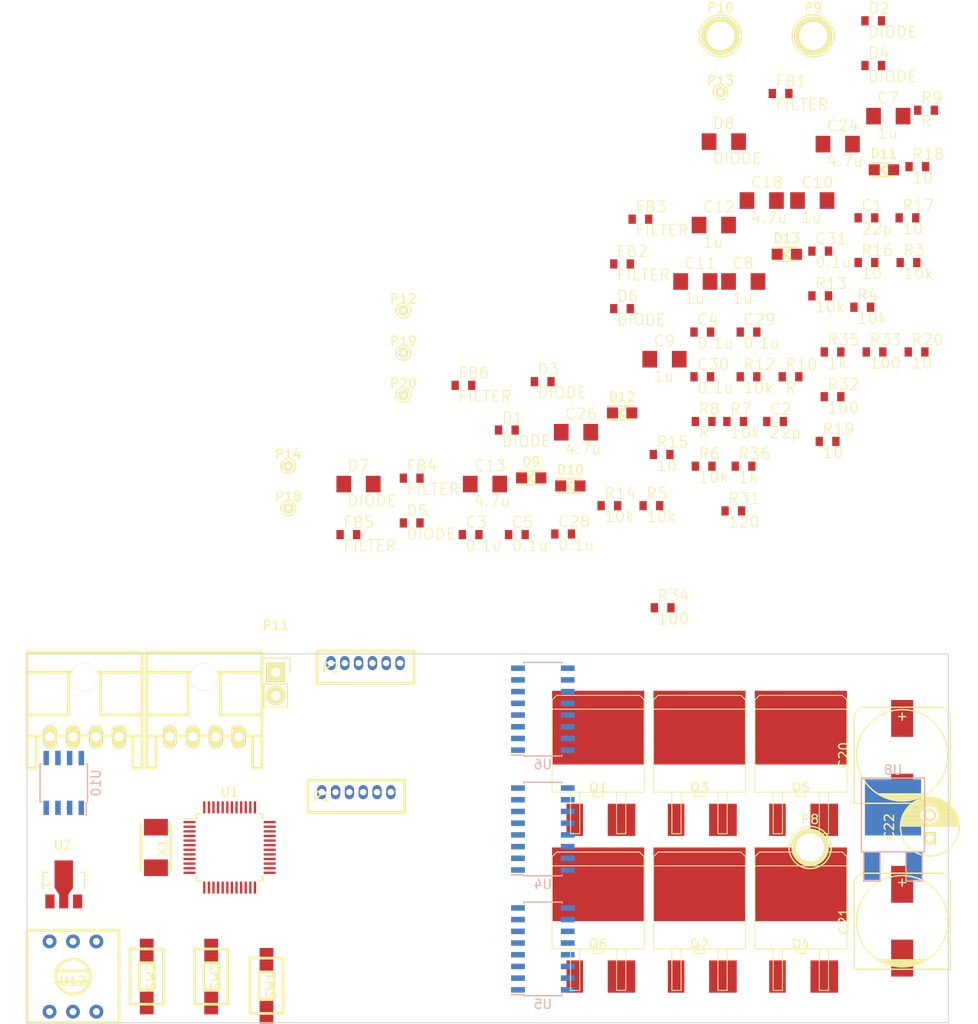
<source format=kicad_pcb>
(kicad_pcb (version 4) (host pcbnew 4.0.6)

  (general
    (links 204)
    (no_connects 204)
    (area -0.050001 -5.050001 100.050001 35.050001)
    (thickness 1.6)
    (drawings 5)
    (tracks 0)
    (zones 0)
    (modules 96)
    (nets 75)
  )

  (page A4)
  (layers
    (0 F.Cu signal)
    (31 B.Cu signal)
    (32 B.Adhes user)
    (33 F.Adhes user)
    (34 B.Paste user)
    (35 F.Paste user)
    (36 B.SilkS user)
    (37 F.SilkS user)
    (38 B.Mask user)
    (39 F.Mask user)
    (40 Dwgs.User user)
    (41 Cmts.User user)
    (42 Eco1.User user)
    (43 Eco2.User user)
    (44 Edge.Cuts user)
    (45 Margin user)
    (46 B.CrtYd user)
    (47 F.CrtYd user)
    (48 B.Fab user)
    (49 F.Fab user)
  )

  (setup
    (last_trace_width 0.25)
    (trace_clearance 0.2)
    (zone_clearance 0.508)
    (zone_45_only no)
    (trace_min 0.2)
    (segment_width 0.2)
    (edge_width 0.1)
    (via_size 0.6)
    (via_drill 0.4)
    (via_min_size 0.4)
    (via_min_drill 0.3)
    (uvia_size 0.3)
    (uvia_drill 0.1)
    (uvias_allowed no)
    (uvia_min_size 0.2)
    (uvia_min_drill 0.1)
    (pcb_text_width 0.3)
    (pcb_text_size 1.5 1.5)
    (mod_edge_width 0.15)
    (mod_text_size 1 1)
    (mod_text_width 0.15)
    (pad_size 1.5 1.5)
    (pad_drill 0.6)
    (pad_to_mask_clearance 0)
    (aux_axis_origin 0 0)
    (visible_elements 7FFFFFFF)
    (pcbplotparams
      (layerselection 0x00030_80000001)
      (usegerberextensions false)
      (excludeedgelayer true)
      (linewidth 0.100000)
      (plotframeref false)
      (viasonmask false)
      (mode 1)
      (useauxorigin false)
      (hpglpennumber 1)
      (hpglpenspeed 20)
      (hpglpendiameter 15)
      (hpglpenoverlay 2)
      (psnegative false)
      (psa4output false)
      (plotreference true)
      (plotvalue true)
      (plotinvisibletext false)
      (padsonsilk false)
      (subtractmaskfromsilk false)
      (outputformat 1)
      (mirror false)
      (drillshape 1)
      (scaleselection 1)
      (outputdirectory ""))
  )

  (net 0 "")
  (net 1 GND)
  (net 2 "Net-(C1-Pad2)")
  (net 3 "Net-(C2-Pad2)")
  (net 4 +3.3V)
  (net 5 "Net-(C7-Pad1)")
  (net 6 /OUT_U)
  (net 7 "Net-(C8-Pad1)")
  (net 8 GNDPWR)
  (net 9 "Net-(C9-Pad1)")
  (net 10 /OUT_V)
  (net 11 "Net-(C10-Pad1)")
  (net 12 "Net-(C11-Pad1)")
  (net 13 /OUT_W)
  (net 14 "Net-(C12-Pad1)")
  (net 15 "Net-(C13-Pad1)")
  (net 16 /GD_12V)
  (net 17 +BATT)
  (net 18 +5V)
  (net 19 "Net-(D1-Pad2)")
  (net 20 "Net-(D2-Pad2)")
  (net 21 "Net-(D3-Pad2)")
  (net 22 "Net-(D4-Pad2)")
  (net 23 "Net-(D5-Pad2)")
  (net 24 "Net-(D6-Pad2)")
  (net 25 +12V)
  (net 26 "Net-(D9-Pad2)")
  (net 27 /LED_A)
  (net 28 "Net-(D10-Pad2)")
  (net 29 /LED_B)
  (net 30 "Net-(D11-Pad2)")
  (net 31 "Net-(D12-Pad2)")
  (net 32 "Net-(D13-Pad2)")
  (net 33 "Net-(FB1-Pad1)")
  (net 34 "Net-(FB1-Pad2)")
  (net 35 "Net-(FB2-Pad1)")
  (net 36 "Net-(FB2-Pad2)")
  (net 37 "Net-(FB3-Pad1)")
  (net 38 "Net-(FB3-Pad2)")
  (net 39 "Net-(FB4-Pad1)")
  (net 40 "Net-(FB4-Pad2)")
  (net 41 "Net-(FB5-Pad1)")
  (net 42 "Net-(FB5-Pad2)")
  (net 43 "Net-(FB6-Pad1)")
  (net 44 "Net-(FB6-Pad2)")
  (net 45 /SWCLK)
  (net 46 /SWDIO)
  (net 47 /USART_TX)
  (net 48 /USART_RX)
  (net 49 /HALL_0)
  (net 50 /HALL_1)
  (net 51 /HALL_2)
  (net 52 /CAN_H)
  (net 53 /CAN_L)
  (net 54 "Net-(P11-Pad2)")
  (net 55 /PWM_V)
  (net 56 /PWM_W)
  (net 57 /PWM_U)
  (net 58 /NRST)
  (net 59 /BOOT0)
  (net 60 "Net-(R8-Pad1)")
  (net 61 "Net-(R9-Pad1)")
  (net 62 "Net-(R10-Pad1)")
  (net 63 /SW1)
  (net 64 /SW2)
  (net 65 /SEL_8)
  (net 66 /SEL_2)
  (net 67 /SEL_1)
  (net 68 /EN_V)
  (net 69 /EN_U)
  (net 70 /EN_W)
  (net 71 /CAN_RX)
  (net 72 /CAN_TX)
  (net 73 /SEL_4)
  (net 74 "Net-(C24-Pad1)")

  (net_class Default "これは標準のネット クラスです。"
    (clearance 0.2)
    (trace_width 0.25)
    (via_dia 0.6)
    (via_drill 0.4)
    (uvia_dia 0.3)
    (uvia_drill 0.1)
    (add_net +12V)
    (add_net +3.3V)
    (add_net +5V)
    (add_net +BATT)
    (add_net /BOOT0)
    (add_net /CAN_H)
    (add_net /CAN_L)
    (add_net /CAN_RX)
    (add_net /CAN_TX)
    (add_net /EN_U)
    (add_net /EN_V)
    (add_net /EN_W)
    (add_net /GD_12V)
    (add_net /HALL_0)
    (add_net /HALL_1)
    (add_net /HALL_2)
    (add_net /LED_A)
    (add_net /LED_B)
    (add_net /NRST)
    (add_net /OUT_U)
    (add_net /OUT_V)
    (add_net /OUT_W)
    (add_net /PWM_U)
    (add_net /PWM_V)
    (add_net /PWM_W)
    (add_net /SEL_1)
    (add_net /SEL_2)
    (add_net /SEL_4)
    (add_net /SEL_8)
    (add_net /SW1)
    (add_net /SW2)
    (add_net /SWCLK)
    (add_net /SWDIO)
    (add_net /USART_RX)
    (add_net /USART_TX)
    (add_net GND)
    (add_net GNDPWR)
    (add_net "Net-(C1-Pad2)")
    (add_net "Net-(C10-Pad1)")
    (add_net "Net-(C11-Pad1)")
    (add_net "Net-(C12-Pad1)")
    (add_net "Net-(C13-Pad1)")
    (add_net "Net-(C2-Pad2)")
    (add_net "Net-(C24-Pad1)")
    (add_net "Net-(C7-Pad1)")
    (add_net "Net-(C8-Pad1)")
    (add_net "Net-(C9-Pad1)")
    (add_net "Net-(D1-Pad2)")
    (add_net "Net-(D10-Pad2)")
    (add_net "Net-(D11-Pad2)")
    (add_net "Net-(D12-Pad2)")
    (add_net "Net-(D13-Pad2)")
    (add_net "Net-(D2-Pad2)")
    (add_net "Net-(D3-Pad2)")
    (add_net "Net-(D4-Pad2)")
    (add_net "Net-(D5-Pad2)")
    (add_net "Net-(D6-Pad2)")
    (add_net "Net-(D9-Pad2)")
    (add_net "Net-(FB1-Pad1)")
    (add_net "Net-(FB1-Pad2)")
    (add_net "Net-(FB2-Pad1)")
    (add_net "Net-(FB2-Pad2)")
    (add_net "Net-(FB3-Pad1)")
    (add_net "Net-(FB3-Pad2)")
    (add_net "Net-(FB4-Pad1)")
    (add_net "Net-(FB4-Pad2)")
    (add_net "Net-(FB5-Pad1)")
    (add_net "Net-(FB5-Pad2)")
    (add_net "Net-(FB6-Pad1)")
    (add_net "Net-(FB6-Pad2)")
    (add_net "Net-(P11-Pad2)")
    (add_net "Net-(R10-Pad1)")
    (add_net "Net-(R8-Pad1)")
    (add_net "Net-(R9-Pad1)")
  )

  (module RP_KiCAD_Libs:C1608_WP placed (layer F.Cu) (tedit 57C3E677) (tstamp 58FB6968)
    (at 91.120001 -52.295601)
    (descr <b>CAPACITOR</b>)
    (path /58CD6671)
    (fp_text reference C1 (at -0.635 -0.635) (layer F.SilkS)
      (effects (font (size 1.2065 1.2065) (thickness 0.1016)) (justify left bottom))
    )
    (fp_text value 22p (at -0.635 1.905) (layer F.SilkS)
      (effects (font (size 1.2065 1.2065) (thickness 0.1016)) (justify left bottom))
    )
    (fp_line (start -0.356 -0.432) (end 0.356 -0.432) (layer Dwgs.User) (width 0.1016))
    (fp_line (start -0.356 0.419) (end 0.356 0.419) (layer Dwgs.User) (width 0.1016))
    (fp_poly (pts (xy -0.8382 0.4699) (xy -0.3381 0.4699) (xy -0.3381 -0.4801) (xy -0.8382 -0.4801)) (layer Dwgs.User) (width 0))
    (fp_poly (pts (xy 0.3302 0.4699) (xy 0.8303 0.4699) (xy 0.8303 -0.4801) (xy 0.3302 -0.4801)) (layer Dwgs.User) (width 0))
    (fp_poly (pts (xy -0.1999 0.3) (xy 0.1999 0.3) (xy 0.1999 -0.3) (xy -0.1999 -0.3)) (layer F.Adhes) (width 0))
    (pad 1 smd rect (at -0.9 0) (size 0.8 1) (layers F.Cu F.Paste F.Mask)
      (net 1 GND))
    (pad 2 smd rect (at 0.9 0) (size 0.8 1) (layers F.Cu F.Paste F.Mask)
      (net 2 "Net-(C1-Pad2)"))
    (model Resistors_SMD.3dshapes/R_0603.wrl
      (at (xyz 0 0 0))
      (scale (xyz 1 1 1))
      (rotate (xyz 0 0 0))
    )
  )

  (module RP_KiCAD_Libs:C1608_WP placed (layer F.Cu) (tedit 57C3E677) (tstamp 58FB696E)
    (at 81.200001 -30.205601)
    (descr <b>CAPACITOR</b>)
    (path /58CD6813)
    (fp_text reference C2 (at -0.635 -0.635) (layer F.SilkS)
      (effects (font (size 1.2065 1.2065) (thickness 0.1016)) (justify left bottom))
    )
    (fp_text value 22p (at -0.635 1.905) (layer F.SilkS)
      (effects (font (size 1.2065 1.2065) (thickness 0.1016)) (justify left bottom))
    )
    (fp_line (start -0.356 -0.432) (end 0.356 -0.432) (layer Dwgs.User) (width 0.1016))
    (fp_line (start -0.356 0.419) (end 0.356 0.419) (layer Dwgs.User) (width 0.1016))
    (fp_poly (pts (xy -0.8382 0.4699) (xy -0.3381 0.4699) (xy -0.3381 -0.4801) (xy -0.8382 -0.4801)) (layer Dwgs.User) (width 0))
    (fp_poly (pts (xy 0.3302 0.4699) (xy 0.8303 0.4699) (xy 0.8303 -0.4801) (xy 0.3302 -0.4801)) (layer Dwgs.User) (width 0))
    (fp_poly (pts (xy -0.1999 0.3) (xy 0.1999 0.3) (xy 0.1999 -0.3) (xy -0.1999 -0.3)) (layer F.Adhes) (width 0))
    (pad 1 smd rect (at -0.9 0) (size 0.8 1) (layers F.Cu F.Paste F.Mask)
      (net 1 GND))
    (pad 2 smd rect (at 0.9 0) (size 0.8 1) (layers F.Cu F.Paste F.Mask)
      (net 3 "Net-(C2-Pad2)"))
    (model Resistors_SMD.3dshapes/R_0603.wrl
      (at (xyz 0 0 0))
      (scale (xyz 1 1 1))
      (rotate (xyz 0 0 0))
    )
  )

  (module RP_KiCAD_Libs:C1608_WP placed (layer F.Cu) (tedit 57C3E677) (tstamp 58FB6974)
    (at 48.160001 -17.935601)
    (descr <b>CAPACITOR</b>)
    (path /58CD4841)
    (fp_text reference C3 (at -0.635 -0.635) (layer F.SilkS)
      (effects (font (size 1.2065 1.2065) (thickness 0.1016)) (justify left bottom))
    )
    (fp_text value 0.1u (at -0.635 1.905) (layer F.SilkS)
      (effects (font (size 1.2065 1.2065) (thickness 0.1016)) (justify left bottom))
    )
    (fp_line (start -0.356 -0.432) (end 0.356 -0.432) (layer Dwgs.User) (width 0.1016))
    (fp_line (start -0.356 0.419) (end 0.356 0.419) (layer Dwgs.User) (width 0.1016))
    (fp_poly (pts (xy -0.8382 0.4699) (xy -0.3381 0.4699) (xy -0.3381 -0.4801) (xy -0.8382 -0.4801)) (layer Dwgs.User) (width 0))
    (fp_poly (pts (xy 0.3302 0.4699) (xy 0.8303 0.4699) (xy 0.8303 -0.4801) (xy 0.3302 -0.4801)) (layer Dwgs.User) (width 0))
    (fp_poly (pts (xy -0.1999 0.3) (xy 0.1999 0.3) (xy 0.1999 -0.3) (xy -0.1999 -0.3)) (layer F.Adhes) (width 0))
    (pad 1 smd rect (at -0.9 0) (size 0.8 1) (layers F.Cu F.Paste F.Mask)
      (net 4 +3.3V))
    (pad 2 smd rect (at 0.9 0) (size 0.8 1) (layers F.Cu F.Paste F.Mask)
      (net 1 GND))
    (model Resistors_SMD.3dshapes/R_0603.wrl
      (at (xyz 0 0 0))
      (scale (xyz 1 1 1))
      (rotate (xyz 0 0 0))
    )
  )

  (module RP_KiCAD_Libs:C1608_WP placed (layer F.Cu) (tedit 57C3E677) (tstamp 58FB697A)
    (at 73.300001 -39.905601)
    (descr <b>CAPACITOR</b>)
    (path /58CD5209)
    (fp_text reference C4 (at -0.635 -0.635) (layer F.SilkS)
      (effects (font (size 1.2065 1.2065) (thickness 0.1016)) (justify left bottom))
    )
    (fp_text value 0.1u (at -0.635 1.905) (layer F.SilkS)
      (effects (font (size 1.2065 1.2065) (thickness 0.1016)) (justify left bottom))
    )
    (fp_line (start -0.356 -0.432) (end 0.356 -0.432) (layer Dwgs.User) (width 0.1016))
    (fp_line (start -0.356 0.419) (end 0.356 0.419) (layer Dwgs.User) (width 0.1016))
    (fp_poly (pts (xy -0.8382 0.4699) (xy -0.3381 0.4699) (xy -0.3381 -0.4801) (xy -0.8382 -0.4801)) (layer Dwgs.User) (width 0))
    (fp_poly (pts (xy 0.3302 0.4699) (xy 0.8303 0.4699) (xy 0.8303 -0.4801) (xy 0.3302 -0.4801)) (layer Dwgs.User) (width 0))
    (fp_poly (pts (xy -0.1999 0.3) (xy 0.1999 0.3) (xy 0.1999 -0.3) (xy -0.1999 -0.3)) (layer F.Adhes) (width 0))
    (pad 1 smd rect (at -0.9 0) (size 0.8 1) (layers F.Cu F.Paste F.Mask)
      (net 4 +3.3V))
    (pad 2 smd rect (at 0.9 0) (size 0.8 1) (layers F.Cu F.Paste F.Mask)
      (net 1 GND))
    (model Resistors_SMD.3dshapes/R_0603.wrl
      (at (xyz 0 0 0))
      (scale (xyz 1 1 1))
      (rotate (xyz 0 0 0))
    )
  )

  (module RP_KiCAD_Libs:C1608_WP placed (layer F.Cu) (tedit 57C3E677) (tstamp 58FB6980)
    (at 53.180001 -17.935601)
    (descr <b>CAPACITOR</b>)
    (path /58CD5597)
    (fp_text reference C5 (at -0.635 -0.635) (layer F.SilkS)
      (effects (font (size 1.2065 1.2065) (thickness 0.1016)) (justify left bottom))
    )
    (fp_text value 0.1u (at -0.635 1.905) (layer F.SilkS)
      (effects (font (size 1.2065 1.2065) (thickness 0.1016)) (justify left bottom))
    )
    (fp_line (start -0.356 -0.432) (end 0.356 -0.432) (layer Dwgs.User) (width 0.1016))
    (fp_line (start -0.356 0.419) (end 0.356 0.419) (layer Dwgs.User) (width 0.1016))
    (fp_poly (pts (xy -0.8382 0.4699) (xy -0.3381 0.4699) (xy -0.3381 -0.4801) (xy -0.8382 -0.4801)) (layer Dwgs.User) (width 0))
    (fp_poly (pts (xy 0.3302 0.4699) (xy 0.8303 0.4699) (xy 0.8303 -0.4801) (xy 0.3302 -0.4801)) (layer Dwgs.User) (width 0))
    (fp_poly (pts (xy -0.1999 0.3) (xy 0.1999 0.3) (xy 0.1999 -0.3) (xy -0.1999 -0.3)) (layer F.Adhes) (width 0))
    (pad 1 smd rect (at -0.9 0) (size 0.8 1) (layers F.Cu F.Paste F.Mask)
      (net 4 +3.3V))
    (pad 2 smd rect (at 0.9 0) (size 0.8 1) (layers F.Cu F.Paste F.Mask)
      (net 1 GND))
    (model Resistors_SMD.3dshapes/R_0603.wrl
      (at (xyz 0 0 0))
      (scale (xyz 1 1 1))
      (rotate (xyz 0 0 0))
    )
  )

  (module RP_KiCAD_Libs:C3216 placed (layer F.Cu) (tedit 0) (tstamp 58FB6986)
    (at 93.490001 -63.330601)
    (descr <b>CAPACITOR</b>)
    (path /58CD37F3)
    (fp_text reference C7 (at -1.27 -1.27) (layer F.SilkS)
      (effects (font (size 1.2065 1.2065) (thickness 0.1016)) (justify left bottom))
    )
    (fp_text value 1u (at -1.27 2.54) (layer F.SilkS)
      (effects (font (size 1.2065 1.2065) (thickness 0.1016)) (justify left bottom))
    )
    (fp_line (start -0.965 -0.787) (end 0.965 -0.787) (layer Dwgs.User) (width 0.1016))
    (fp_line (start -0.965 0.787) (end 0.965 0.787) (layer Dwgs.User) (width 0.1016))
    (fp_poly (pts (xy -1.7018 0.8509) (xy -0.9517 0.8509) (xy -0.9517 -0.8491) (xy -1.7018 -0.8491)) (layer Dwgs.User) (width 0))
    (fp_poly (pts (xy 0.9517 0.8491) (xy 1.7018 0.8491) (xy 1.7018 -0.8509) (xy 0.9517 -0.8509)) (layer Dwgs.User) (width 0))
    (fp_poly (pts (xy -0.3 0.5001) (xy 0.3 0.5001) (xy 0.3 -0.5001) (xy -0.3 -0.5001)) (layer F.Adhes) (width 0))
    (pad 1 smd rect (at -1.6 0) (size 1.6 1.8) (layers F.Cu F.Paste F.Mask)
      (net 5 "Net-(C7-Pad1)"))
    (pad 2 smd rect (at 1.6 0) (size 1.6 1.8) (layers F.Cu F.Paste F.Mask)
      (net 6 /OUT_U))
    (model Resistors_SMD.3dshapes/R_1206.wrl
      (at (xyz 0 0 0))
      (scale (xyz 1 1 1))
      (rotate (xyz 0 0 0))
    )
  )

  (module RP_KiCAD_Libs:C3216 placed (layer F.Cu) (tedit 0) (tstamp 58FB698C)
    (at 77.750001 -45.390601)
    (descr <b>CAPACITOR</b>)
    (path /58CD3C00)
    (fp_text reference C8 (at -1.27 -1.27) (layer F.SilkS)
      (effects (font (size 1.2065 1.2065) (thickness 0.1016)) (justify left bottom))
    )
    (fp_text value 1u (at -1.27 2.54) (layer F.SilkS)
      (effects (font (size 1.2065 1.2065) (thickness 0.1016)) (justify left bottom))
    )
    (fp_line (start -0.965 -0.787) (end 0.965 -0.787) (layer Dwgs.User) (width 0.1016))
    (fp_line (start -0.965 0.787) (end 0.965 0.787) (layer Dwgs.User) (width 0.1016))
    (fp_poly (pts (xy -1.7018 0.8509) (xy -0.9517 0.8509) (xy -0.9517 -0.8491) (xy -1.7018 -0.8491)) (layer Dwgs.User) (width 0))
    (fp_poly (pts (xy 0.9517 0.8491) (xy 1.7018 0.8491) (xy 1.7018 -0.8509) (xy 0.9517 -0.8509)) (layer Dwgs.User) (width 0))
    (fp_poly (pts (xy -0.3 0.5001) (xy 0.3 0.5001) (xy 0.3 -0.5001) (xy -0.3 -0.5001)) (layer F.Adhes) (width 0))
    (pad 1 smd rect (at -1.6 0) (size 1.6 1.8) (layers F.Cu F.Paste F.Mask)
      (net 7 "Net-(C8-Pad1)"))
    (pad 2 smd rect (at 1.6 0) (size 1.6 1.8) (layers F.Cu F.Paste F.Mask)
      (net 8 GNDPWR))
    (model Resistors_SMD.3dshapes/R_1206.wrl
      (at (xyz 0 0 0))
      (scale (xyz 1 1 1))
      (rotate (xyz 0 0 0))
    )
  )

  (module RP_KiCAD_Libs:C3216 placed (layer F.Cu) (tedit 0) (tstamp 58FB6992)
    (at 69.200001 -36.960601)
    (descr <b>CAPACITOR</b>)
    (path /58CD517F)
    (fp_text reference C9 (at -1.27 -1.27) (layer F.SilkS)
      (effects (font (size 1.2065 1.2065) (thickness 0.1016)) (justify left bottom))
    )
    (fp_text value 1u (at -1.27 2.54) (layer F.SilkS)
      (effects (font (size 1.2065 1.2065) (thickness 0.1016)) (justify left bottom))
    )
    (fp_line (start -0.965 -0.787) (end 0.965 -0.787) (layer Dwgs.User) (width 0.1016))
    (fp_line (start -0.965 0.787) (end 0.965 0.787) (layer Dwgs.User) (width 0.1016))
    (fp_poly (pts (xy -1.7018 0.8509) (xy -0.9517 0.8509) (xy -0.9517 -0.8491) (xy -1.7018 -0.8491)) (layer Dwgs.User) (width 0))
    (fp_poly (pts (xy 0.9517 0.8491) (xy 1.7018 0.8491) (xy 1.7018 -0.8509) (xy 0.9517 -0.8509)) (layer Dwgs.User) (width 0))
    (fp_poly (pts (xy -0.3 0.5001) (xy 0.3 0.5001) (xy 0.3 -0.5001) (xy -0.3 -0.5001)) (layer F.Adhes) (width 0))
    (pad 1 smd rect (at -1.6 0) (size 1.6 1.8) (layers F.Cu F.Paste F.Mask)
      (net 9 "Net-(C9-Pad1)"))
    (pad 2 smd rect (at 1.6 0) (size 1.6 1.8) (layers F.Cu F.Paste F.Mask)
      (net 10 /OUT_V))
    (model Resistors_SMD.3dshapes/R_1206.wrl
      (at (xyz 0 0 0))
      (scale (xyz 1 1 1))
      (rotate (xyz 0 0 0))
    )
  )

  (module RP_KiCAD_Libs:C3216 placed (layer F.Cu) (tedit 0) (tstamp 58FB6998)
    (at 85.240001 -54.170601)
    (descr <b>CAPACITOR</b>)
    (path /58CD51AC)
    (fp_text reference C10 (at -1.27 -1.27) (layer F.SilkS)
      (effects (font (size 1.2065 1.2065) (thickness 0.1016)) (justify left bottom))
    )
    (fp_text value 1u (at -1.27 2.54) (layer F.SilkS)
      (effects (font (size 1.2065 1.2065) (thickness 0.1016)) (justify left bottom))
    )
    (fp_line (start -0.965 -0.787) (end 0.965 -0.787) (layer Dwgs.User) (width 0.1016))
    (fp_line (start -0.965 0.787) (end 0.965 0.787) (layer Dwgs.User) (width 0.1016))
    (fp_poly (pts (xy -1.7018 0.8509) (xy -0.9517 0.8509) (xy -0.9517 -0.8491) (xy -1.7018 -0.8491)) (layer Dwgs.User) (width 0))
    (fp_poly (pts (xy 0.9517 0.8491) (xy 1.7018 0.8491) (xy 1.7018 -0.8509) (xy 0.9517 -0.8509)) (layer Dwgs.User) (width 0))
    (fp_poly (pts (xy -0.3 0.5001) (xy 0.3 0.5001) (xy 0.3 -0.5001) (xy -0.3 -0.5001)) (layer F.Adhes) (width 0))
    (pad 1 smd rect (at -1.6 0) (size 1.6 1.8) (layers F.Cu F.Paste F.Mask)
      (net 11 "Net-(C10-Pad1)"))
    (pad 2 smd rect (at 1.6 0) (size 1.6 1.8) (layers F.Cu F.Paste F.Mask)
      (net 8 GNDPWR))
    (model Resistors_SMD.3dshapes/R_1206.wrl
      (at (xyz 0 0 0))
      (scale (xyz 1 1 1))
      (rotate (xyz 0 0 0))
    )
  )

  (module RP_KiCAD_Libs:C3216 placed (layer F.Cu) (tedit 0) (tstamp 58FB699E)
    (at 72.550001 -45.390601)
    (descr <b>CAPACITOR</b>)
    (path /58CD550D)
    (fp_text reference C11 (at -1.27 -1.27) (layer F.SilkS)
      (effects (font (size 1.2065 1.2065) (thickness 0.1016)) (justify left bottom))
    )
    (fp_text value 1u (at -1.27 2.54) (layer F.SilkS)
      (effects (font (size 1.2065 1.2065) (thickness 0.1016)) (justify left bottom))
    )
    (fp_line (start -0.965 -0.787) (end 0.965 -0.787) (layer Dwgs.User) (width 0.1016))
    (fp_line (start -0.965 0.787) (end 0.965 0.787) (layer Dwgs.User) (width 0.1016))
    (fp_poly (pts (xy -1.7018 0.8509) (xy -0.9517 0.8509) (xy -0.9517 -0.8491) (xy -1.7018 -0.8491)) (layer Dwgs.User) (width 0))
    (fp_poly (pts (xy 0.9517 0.8491) (xy 1.7018 0.8491) (xy 1.7018 -0.8509) (xy 0.9517 -0.8509)) (layer Dwgs.User) (width 0))
    (fp_poly (pts (xy -0.3 0.5001) (xy 0.3 0.5001) (xy 0.3 -0.5001) (xy -0.3 -0.5001)) (layer F.Adhes) (width 0))
    (pad 1 smd rect (at -1.6 0) (size 1.6 1.8) (layers F.Cu F.Paste F.Mask)
      (net 12 "Net-(C11-Pad1)"))
    (pad 2 smd rect (at 1.6 0) (size 1.6 1.8) (layers F.Cu F.Paste F.Mask)
      (net 13 /OUT_W))
    (model Resistors_SMD.3dshapes/R_1206.wrl
      (at (xyz 0 0 0))
      (scale (xyz 1 1 1))
      (rotate (xyz 0 0 0))
    )
  )

  (module RP_KiCAD_Libs:C3216 placed (layer F.Cu) (tedit 0) (tstamp 58FB69A4)
    (at 74.550001 -51.510601)
    (descr <b>CAPACITOR</b>)
    (path /58CD553A)
    (fp_text reference C12 (at -1.27 -1.27) (layer F.SilkS)
      (effects (font (size 1.2065 1.2065) (thickness 0.1016)) (justify left bottom))
    )
    (fp_text value 1u (at -1.27 2.54) (layer F.SilkS)
      (effects (font (size 1.2065 1.2065) (thickness 0.1016)) (justify left bottom))
    )
    (fp_line (start -0.965 -0.787) (end 0.965 -0.787) (layer Dwgs.User) (width 0.1016))
    (fp_line (start -0.965 0.787) (end 0.965 0.787) (layer Dwgs.User) (width 0.1016))
    (fp_poly (pts (xy -1.7018 0.8509) (xy -0.9517 0.8509) (xy -0.9517 -0.8491) (xy -1.7018 -0.8491)) (layer Dwgs.User) (width 0))
    (fp_poly (pts (xy 0.9517 0.8491) (xy 1.7018 0.8491) (xy 1.7018 -0.8509) (xy 0.9517 -0.8509)) (layer Dwgs.User) (width 0))
    (fp_poly (pts (xy -0.3 0.5001) (xy 0.3 0.5001) (xy 0.3 -0.5001) (xy -0.3 -0.5001)) (layer F.Adhes) (width 0))
    (pad 1 smd rect (at -1.6 0) (size 1.6 1.8) (layers F.Cu F.Paste F.Mask)
      (net 14 "Net-(C12-Pad1)"))
    (pad 2 smd rect (at 1.6 0) (size 1.6 1.8) (layers F.Cu F.Paste F.Mask)
      (net 8 GNDPWR))
    (model Resistors_SMD.3dshapes/R_1206.wrl
      (at (xyz 0 0 0))
      (scale (xyz 1 1 1))
      (rotate (xyz 0 0 0))
    )
  )

  (module RP_KiCAD_Libs:C3216 placed (layer F.Cu) (tedit 0) (tstamp 58FB69AA)
    (at 49.720001 -23.420601)
    (descr <b>CAPACITOR</b>)
    (path /58CE3FCC)
    (fp_text reference C13 (at -1.27 -1.27) (layer F.SilkS)
      (effects (font (size 1.2065 1.2065) (thickness 0.1016)) (justify left bottom))
    )
    (fp_text value 4.7u (at -1.27 2.54) (layer F.SilkS)
      (effects (font (size 1.2065 1.2065) (thickness 0.1016)) (justify left bottom))
    )
    (fp_line (start -0.965 -0.787) (end 0.965 -0.787) (layer Dwgs.User) (width 0.1016))
    (fp_line (start -0.965 0.787) (end 0.965 0.787) (layer Dwgs.User) (width 0.1016))
    (fp_poly (pts (xy -1.7018 0.8509) (xy -0.9517 0.8509) (xy -0.9517 -0.8491) (xy -1.7018 -0.8491)) (layer Dwgs.User) (width 0))
    (fp_poly (pts (xy 0.9517 0.8491) (xy 1.7018 0.8491) (xy 1.7018 -0.8509) (xy 0.9517 -0.8509)) (layer Dwgs.User) (width 0))
    (fp_poly (pts (xy -0.3 0.5001) (xy 0.3 0.5001) (xy 0.3 -0.5001) (xy -0.3 -0.5001)) (layer F.Adhes) (width 0))
    (pad 1 smd rect (at -1.6 0) (size 1.6 1.8) (layers F.Cu F.Paste F.Mask)
      (net 15 "Net-(C13-Pad1)"))
    (pad 2 smd rect (at 1.6 0) (size 1.6 1.8) (layers F.Cu F.Paste F.Mask)
      (net 8 GNDPWR))
    (model Resistors_SMD.3dshapes/R_1206.wrl
      (at (xyz 0 0 0))
      (scale (xyz 1 1 1))
      (rotate (xyz 0 0 0))
    )
  )

  (module RP_KiCAD_Libs:C3216 placed (layer F.Cu) (tedit 0) (tstamp 58FB69B0)
    (at 79.750001 -54.170601)
    (descr <b>CAPACITOR</b>)
    (path /58CE40A8)
    (fp_text reference C18 (at -1.27 -1.27) (layer F.SilkS)
      (effects (font (size 1.2065 1.2065) (thickness 0.1016)) (justify left bottom))
    )
    (fp_text value 4.7u (at -1.27 2.54) (layer F.SilkS)
      (effects (font (size 1.2065 1.2065) (thickness 0.1016)) (justify left bottom))
    )
    (fp_line (start -0.965 -0.787) (end 0.965 -0.787) (layer Dwgs.User) (width 0.1016))
    (fp_line (start -0.965 0.787) (end 0.965 0.787) (layer Dwgs.User) (width 0.1016))
    (fp_poly (pts (xy -1.7018 0.8509) (xy -0.9517 0.8509) (xy -0.9517 -0.8491) (xy -1.7018 -0.8491)) (layer Dwgs.User) (width 0))
    (fp_poly (pts (xy 0.9517 0.8491) (xy 1.7018 0.8491) (xy 1.7018 -0.8509) (xy 0.9517 -0.8509)) (layer Dwgs.User) (width 0))
    (fp_poly (pts (xy -0.3 0.5001) (xy 0.3 0.5001) (xy 0.3 -0.5001) (xy -0.3 -0.5001)) (layer F.Adhes) (width 0))
    (pad 1 smd rect (at -1.6 0) (size 1.6 1.8) (layers F.Cu F.Paste F.Mask)
      (net 16 /GD_12V))
    (pad 2 smd rect (at 1.6 0) (size 1.6 1.8) (layers F.Cu F.Paste F.Mask)
      (net 8 GNDPWR))
    (model Resistors_SMD.3dshapes/R_1206.wrl
      (at (xyz 0 0 0))
      (scale (xyz 1 1 1))
      (rotate (xyz 0 0 0))
    )
  )

  (module Capacitors_SMD:c_elec_10x10.5 placed (layer F.Cu) (tedit 557297E9) (tstamp 58FB69B6)
    (at 95 6 90)
    (descr "SMT capacitor, aluminium electrolytic, 10x10.5")
    (path /58CE25E2)
    (attr smd)
    (fp_text reference C20 (at 0 -6.35 90) (layer F.SilkS)
      (effects (font (size 1 1) (thickness 0.15)))
    )
    (fp_text value 470u (at 0 6.35 90) (layer F.Fab)
      (effects (font (size 1 1) (thickness 0.15)))
    )
    (fp_line (start -6.35 -5.6) (end 6.35 -5.6) (layer F.CrtYd) (width 0.05))
    (fp_line (start 6.35 -5.6) (end 6.35 5.6) (layer F.CrtYd) (width 0.05))
    (fp_line (start 6.35 5.6) (end -6.35 5.6) (layer F.CrtYd) (width 0.05))
    (fp_line (start -6.35 5.6) (end -6.35 -5.6) (layer F.CrtYd) (width 0.05))
    (fp_line (start -4.826 1.016) (end -4.826 -1.016) (layer F.SilkS) (width 0.15))
    (fp_line (start -4.699 -1.397) (end -4.699 1.524) (layer F.SilkS) (width 0.15))
    (fp_line (start -4.572 1.778) (end -4.572 -1.778) (layer F.SilkS) (width 0.15))
    (fp_line (start -4.445 -2.159) (end -4.445 2.159) (layer F.SilkS) (width 0.15))
    (fp_line (start -4.318 2.413) (end -4.318 -2.413) (layer F.SilkS) (width 0.15))
    (fp_line (start -4.191 -2.54) (end -4.191 2.54) (layer F.SilkS) (width 0.15))
    (fp_line (start -5.207 -5.207) (end -5.207 5.207) (layer F.SilkS) (width 0.15))
    (fp_line (start -5.207 5.207) (end 4.445 5.207) (layer F.SilkS) (width 0.15))
    (fp_line (start 4.445 5.207) (end 5.207 4.445) (layer F.SilkS) (width 0.15))
    (fp_line (start 5.207 4.445) (end 5.207 -4.445) (layer F.SilkS) (width 0.15))
    (fp_line (start 5.207 -4.445) (end 4.445 -5.207) (layer F.SilkS) (width 0.15))
    (fp_line (start 4.445 -5.207) (end -5.207 -5.207) (layer F.SilkS) (width 0.15))
    (fp_line (start 4.572 0) (end 3.81 0) (layer F.SilkS) (width 0.15))
    (fp_line (start 4.191 -0.381) (end 4.191 0.381) (layer F.SilkS) (width 0.15))
    (fp_circle (center 0 0) (end 4.953 0) (layer F.SilkS) (width 0.15))
    (pad 1 smd rect (at 4.0005 0 90) (size 4.0005 2.4003) (layers F.Cu F.Paste F.Mask)
      (net 17 +BATT))
    (pad 2 smd rect (at -4.0005 0 90) (size 4.0005 2.4003) (layers F.Cu F.Paste F.Mask)
      (net 8 GNDPWR))
    (model Capacitors_SMD.3dshapes/c_elec_10x10.5.wrl
      (at (xyz 0 0 0))
      (scale (xyz 1 1 1))
      (rotate (xyz 0 0 0))
    )
  )

  (module Capacitors_SMD:c_elec_10x10.5 placed (layer F.Cu) (tedit 557297E9) (tstamp 58FB69BC)
    (at 95 24 90)
    (descr "SMT capacitor, aluminium electrolytic, 10x10.5")
    (path /58CE24FC)
    (attr smd)
    (fp_text reference C21 (at 0 -6.35 90) (layer F.SilkS)
      (effects (font (size 1 1) (thickness 0.15)))
    )
    (fp_text value 470u (at 0 6.35 90) (layer F.Fab)
      (effects (font (size 1 1) (thickness 0.15)))
    )
    (fp_line (start -6.35 -5.6) (end 6.35 -5.6) (layer F.CrtYd) (width 0.05))
    (fp_line (start 6.35 -5.6) (end 6.35 5.6) (layer F.CrtYd) (width 0.05))
    (fp_line (start 6.35 5.6) (end -6.35 5.6) (layer F.CrtYd) (width 0.05))
    (fp_line (start -6.35 5.6) (end -6.35 -5.6) (layer F.CrtYd) (width 0.05))
    (fp_line (start -4.826 1.016) (end -4.826 -1.016) (layer F.SilkS) (width 0.15))
    (fp_line (start -4.699 -1.397) (end -4.699 1.524) (layer F.SilkS) (width 0.15))
    (fp_line (start -4.572 1.778) (end -4.572 -1.778) (layer F.SilkS) (width 0.15))
    (fp_line (start -4.445 -2.159) (end -4.445 2.159) (layer F.SilkS) (width 0.15))
    (fp_line (start -4.318 2.413) (end -4.318 -2.413) (layer F.SilkS) (width 0.15))
    (fp_line (start -4.191 -2.54) (end -4.191 2.54) (layer F.SilkS) (width 0.15))
    (fp_line (start -5.207 -5.207) (end -5.207 5.207) (layer F.SilkS) (width 0.15))
    (fp_line (start -5.207 5.207) (end 4.445 5.207) (layer F.SilkS) (width 0.15))
    (fp_line (start 4.445 5.207) (end 5.207 4.445) (layer F.SilkS) (width 0.15))
    (fp_line (start 5.207 4.445) (end 5.207 -4.445) (layer F.SilkS) (width 0.15))
    (fp_line (start 5.207 -4.445) (end 4.445 -5.207) (layer F.SilkS) (width 0.15))
    (fp_line (start 4.445 -5.207) (end -5.207 -5.207) (layer F.SilkS) (width 0.15))
    (fp_line (start 4.572 0) (end 3.81 0) (layer F.SilkS) (width 0.15))
    (fp_line (start 4.191 -0.381) (end 4.191 0.381) (layer F.SilkS) (width 0.15))
    (fp_circle (center 0 0) (end 4.953 0) (layer F.SilkS) (width 0.15))
    (pad 1 smd rect (at 4.0005 0 90) (size 4.0005 2.4003) (layers F.Cu F.Paste F.Mask)
      (net 17 +BATT))
    (pad 2 smd rect (at -4.0005 0 90) (size 4.0005 2.4003) (layers F.Cu F.Paste F.Mask)
      (net 8 GNDPWR))
    (model Capacitors_SMD.3dshapes/c_elec_10x10.5.wrl
      (at (xyz 0 0 0))
      (scale (xyz 1 1 1))
      (rotate (xyz 0 0 0))
    )
  )

  (module Capacitors_ThroughHole:C_Radial_D6.3_L11.2_P2.5 placed (layer F.Cu) (tedit 0) (tstamp 58FB69C2)
    (at 98 15 90)
    (descr "Radial Electrolytic Capacitor, Diameter 6.3mm x Length 11.2mm, Pitch 2.5mm")
    (tags "Electrolytic Capacitor")
    (path /58CD3B30)
    (fp_text reference C22 (at 1.25 -4.4 90) (layer F.SilkS)
      (effects (font (size 1 1) (thickness 0.15)))
    )
    (fp_text value 100u (at 1.25 4.4 90) (layer F.Fab)
      (effects (font (size 1 1) (thickness 0.15)))
    )
    (fp_line (start 1.325 -3.149) (end 1.325 3.149) (layer F.SilkS) (width 0.15))
    (fp_line (start 1.465 -3.143) (end 1.465 3.143) (layer F.SilkS) (width 0.15))
    (fp_line (start 1.605 -3.13) (end 1.605 -0.446) (layer F.SilkS) (width 0.15))
    (fp_line (start 1.605 0.446) (end 1.605 3.13) (layer F.SilkS) (width 0.15))
    (fp_line (start 1.745 -3.111) (end 1.745 -0.656) (layer F.SilkS) (width 0.15))
    (fp_line (start 1.745 0.656) (end 1.745 3.111) (layer F.SilkS) (width 0.15))
    (fp_line (start 1.885 -3.085) (end 1.885 -0.789) (layer F.SilkS) (width 0.15))
    (fp_line (start 1.885 0.789) (end 1.885 3.085) (layer F.SilkS) (width 0.15))
    (fp_line (start 2.025 -3.053) (end 2.025 -0.88) (layer F.SilkS) (width 0.15))
    (fp_line (start 2.025 0.88) (end 2.025 3.053) (layer F.SilkS) (width 0.15))
    (fp_line (start 2.165 -3.014) (end 2.165 -0.942) (layer F.SilkS) (width 0.15))
    (fp_line (start 2.165 0.942) (end 2.165 3.014) (layer F.SilkS) (width 0.15))
    (fp_line (start 2.305 -2.968) (end 2.305 -0.981) (layer F.SilkS) (width 0.15))
    (fp_line (start 2.305 0.981) (end 2.305 2.968) (layer F.SilkS) (width 0.15))
    (fp_line (start 2.445 -2.915) (end 2.445 -0.998) (layer F.SilkS) (width 0.15))
    (fp_line (start 2.445 0.998) (end 2.445 2.915) (layer F.SilkS) (width 0.15))
    (fp_line (start 2.585 -2.853) (end 2.585 -0.996) (layer F.SilkS) (width 0.15))
    (fp_line (start 2.585 0.996) (end 2.585 2.853) (layer F.SilkS) (width 0.15))
    (fp_line (start 2.725 -2.783) (end 2.725 -0.974) (layer F.SilkS) (width 0.15))
    (fp_line (start 2.725 0.974) (end 2.725 2.783) (layer F.SilkS) (width 0.15))
    (fp_line (start 2.865 -2.704) (end 2.865 -0.931) (layer F.SilkS) (width 0.15))
    (fp_line (start 2.865 0.931) (end 2.865 2.704) (layer F.SilkS) (width 0.15))
    (fp_line (start 3.005 -2.616) (end 3.005 -0.863) (layer F.SilkS) (width 0.15))
    (fp_line (start 3.005 0.863) (end 3.005 2.616) (layer F.SilkS) (width 0.15))
    (fp_line (start 3.145 -2.516) (end 3.145 -0.764) (layer F.SilkS) (width 0.15))
    (fp_line (start 3.145 0.764) (end 3.145 2.516) (layer F.SilkS) (width 0.15))
    (fp_line (start 3.285 -2.404) (end 3.285 -0.619) (layer F.SilkS) (width 0.15))
    (fp_line (start 3.285 0.619) (end 3.285 2.404) (layer F.SilkS) (width 0.15))
    (fp_line (start 3.425 -2.279) (end 3.425 -0.38) (layer F.SilkS) (width 0.15))
    (fp_line (start 3.425 0.38) (end 3.425 2.279) (layer F.SilkS) (width 0.15))
    (fp_line (start 3.565 -2.136) (end 3.565 2.136) (layer F.SilkS) (width 0.15))
    (fp_line (start 3.705 -1.974) (end 3.705 1.974) (layer F.SilkS) (width 0.15))
    (fp_line (start 3.845 -1.786) (end 3.845 1.786) (layer F.SilkS) (width 0.15))
    (fp_line (start 3.985 -1.563) (end 3.985 1.563) (layer F.SilkS) (width 0.15))
    (fp_line (start 4.125 -1.287) (end 4.125 1.287) (layer F.SilkS) (width 0.15))
    (fp_line (start 4.265 -0.912) (end 4.265 0.912) (layer F.SilkS) (width 0.15))
    (fp_circle (center 2.5 0) (end 2.5 -1) (layer F.SilkS) (width 0.15))
    (fp_circle (center 1.25 0) (end 1.25 -3.1875) (layer F.SilkS) (width 0.15))
    (fp_circle (center 1.25 0) (end 1.25 -3.4) (layer F.CrtYd) (width 0.05))
    (pad 2 thru_hole circle (at 2.5 0 90) (size 1.3 1.3) (drill 0.8) (layers *.Cu *.Mask F.SilkS)
      (net 8 GNDPWR))
    (pad 1 thru_hole rect (at 0 0 90) (size 1.3 1.3) (drill 0.8) (layers *.Cu *.Mask F.SilkS)
      (net 15 "Net-(C13-Pad1)"))
    (model Capacitors_ThroughHole.3dshapes/C_Radial_D6.3_L11.2_P2.5.wrl
      (at (xyz 0 0 0))
      (scale (xyz 1 1 1))
      (rotate (xyz 0 0 0))
    )
  )

  (module RP_KiCAD_Libs:C3216 placed (layer F.Cu) (tedit 0) (tstamp 58FB69CE)
    (at 88.000001 -60.290601)
    (descr <b>CAPACITOR</b>)
    (path /58CECC6D)
    (fp_text reference C24 (at -1.27 -1.27) (layer F.SilkS)
      (effects (font (size 1.2065 1.2065) (thickness 0.1016)) (justify left bottom))
    )
    (fp_text value 4.7u (at -1.27 2.54) (layer F.SilkS)
      (effects (font (size 1.2065 1.2065) (thickness 0.1016)) (justify left bottom))
    )
    (fp_line (start -0.965 -0.787) (end 0.965 -0.787) (layer Dwgs.User) (width 0.1016))
    (fp_line (start -0.965 0.787) (end 0.965 0.787) (layer Dwgs.User) (width 0.1016))
    (fp_poly (pts (xy -1.7018 0.8509) (xy -0.9517 0.8509) (xy -0.9517 -0.8491) (xy -1.7018 -0.8491)) (layer Dwgs.User) (width 0))
    (fp_poly (pts (xy 0.9517 0.8491) (xy 1.7018 0.8491) (xy 1.7018 -0.8509) (xy 0.9517 -0.8509)) (layer Dwgs.User) (width 0))
    (fp_poly (pts (xy -0.3 0.5001) (xy 0.3 0.5001) (xy 0.3 -0.5001) (xy -0.3 -0.5001)) (layer F.Adhes) (width 0))
    (pad 1 smd rect (at -1.6 0) (size 1.6 1.8) (layers F.Cu F.Paste F.Mask)
      (net 74 "Net-(C24-Pad1)"))
    (pad 2 smd rect (at 1.6 0) (size 1.6 1.8) (layers F.Cu F.Paste F.Mask)
      (net 1 GND))
    (model Resistors_SMD.3dshapes/R_1206.wrl
      (at (xyz 0 0 0))
      (scale (xyz 1 1 1))
      (rotate (xyz 0 0 0))
    )
  )

  (module RP_KiCAD_Libs:C3216 placed (layer F.Cu) (tedit 0) (tstamp 58FB69DA)
    (at 59.590001 -29.040601)
    (descr <b>CAPACITOR</b>)
    (path /58CED08C)
    (fp_text reference C26 (at -1.27 -1.27) (layer F.SilkS)
      (effects (font (size 1.2065 1.2065) (thickness 0.1016)) (justify left bottom))
    )
    (fp_text value 4.7u (at -1.27 2.54) (layer F.SilkS)
      (effects (font (size 1.2065 1.2065) (thickness 0.1016)) (justify left bottom))
    )
    (fp_line (start -0.965 -0.787) (end 0.965 -0.787) (layer Dwgs.User) (width 0.1016))
    (fp_line (start -0.965 0.787) (end 0.965 0.787) (layer Dwgs.User) (width 0.1016))
    (fp_poly (pts (xy -1.7018 0.8509) (xy -0.9517 0.8509) (xy -0.9517 -0.8491) (xy -1.7018 -0.8491)) (layer Dwgs.User) (width 0))
    (fp_poly (pts (xy 0.9517 0.8491) (xy 1.7018 0.8491) (xy 1.7018 -0.8509) (xy 0.9517 -0.8509)) (layer Dwgs.User) (width 0))
    (fp_poly (pts (xy -0.3 0.5001) (xy 0.3 0.5001) (xy 0.3 -0.5001) (xy -0.3 -0.5001)) (layer F.Adhes) (width 0))
    (pad 1 smd rect (at -1.6 0) (size 1.6 1.8) (layers F.Cu F.Paste F.Mask)
      (net 4 +3.3V))
    (pad 2 smd rect (at 1.6 0) (size 1.6 1.8) (layers F.Cu F.Paste F.Mask)
      (net 1 GND))
    (model Resistors_SMD.3dshapes/R_1206.wrl
      (at (xyz 0 0 0))
      (scale (xyz 1 1 1))
      (rotate (xyz 0 0 0))
    )
  )

  (module RP_KiCAD_Libs:C1608_WP placed (layer F.Cu) (tedit 57C3E677) (tstamp 58FB69E6)
    (at 58.200001 -18.005601)
    (descr <b>CAPACITOR</b>)
    (path /58D29FDD)
    (fp_text reference C28 (at -0.635 -0.635) (layer F.SilkS)
      (effects (font (size 1.2065 1.2065) (thickness 0.1016)) (justify left bottom))
    )
    (fp_text value 0.1u (at -0.635 1.905) (layer F.SilkS)
      (effects (font (size 1.2065 1.2065) (thickness 0.1016)) (justify left bottom))
    )
    (fp_line (start -0.356 -0.432) (end 0.356 -0.432) (layer Dwgs.User) (width 0.1016))
    (fp_line (start -0.356 0.419) (end 0.356 0.419) (layer Dwgs.User) (width 0.1016))
    (fp_poly (pts (xy -0.8382 0.4699) (xy -0.3381 0.4699) (xy -0.3381 -0.4801) (xy -0.8382 -0.4801)) (layer Dwgs.User) (width 0))
    (fp_poly (pts (xy 0.3302 0.4699) (xy 0.8303 0.4699) (xy 0.8303 -0.4801) (xy 0.3302 -0.4801)) (layer Dwgs.User) (width 0))
    (fp_poly (pts (xy -0.1999 0.3) (xy 0.1999 0.3) (xy 0.1999 -0.3) (xy -0.1999 -0.3)) (layer F.Adhes) (width 0))
    (pad 1 smd rect (at -0.9 0) (size 0.8 1) (layers F.Cu F.Paste F.Mask)
      (net 4 +3.3V))
    (pad 2 smd rect (at 0.9 0) (size 0.8 1) (layers F.Cu F.Paste F.Mask)
      (net 1 GND))
    (model Resistors_SMD.3dshapes/R_0603.wrl
      (at (xyz 0 0 0))
      (scale (xyz 1 1 1))
      (rotate (xyz 0 0 0))
    )
  )

  (module RP_KiCAD_Libs:C1608_WP placed (layer F.Cu) (tedit 57C3E677) (tstamp 58FB69EC)
    (at 78.320001 -39.905601)
    (descr <b>CAPACITOR</b>)
    (path /58D2A0EC)
    (fp_text reference C29 (at -0.635 -0.635) (layer F.SilkS)
      (effects (font (size 1.2065 1.2065) (thickness 0.1016)) (justify left bottom))
    )
    (fp_text value 0.1u (at -0.635 1.905) (layer F.SilkS)
      (effects (font (size 1.2065 1.2065) (thickness 0.1016)) (justify left bottom))
    )
    (fp_line (start -0.356 -0.432) (end 0.356 -0.432) (layer Dwgs.User) (width 0.1016))
    (fp_line (start -0.356 0.419) (end 0.356 0.419) (layer Dwgs.User) (width 0.1016))
    (fp_poly (pts (xy -0.8382 0.4699) (xy -0.3381 0.4699) (xy -0.3381 -0.4801) (xy -0.8382 -0.4801)) (layer Dwgs.User) (width 0))
    (fp_poly (pts (xy 0.3302 0.4699) (xy 0.8303 0.4699) (xy 0.8303 -0.4801) (xy 0.3302 -0.4801)) (layer Dwgs.User) (width 0))
    (fp_poly (pts (xy -0.1999 0.3) (xy 0.1999 0.3) (xy 0.1999 -0.3) (xy -0.1999 -0.3)) (layer F.Adhes) (width 0))
    (pad 1 smd rect (at -0.9 0) (size 0.8 1) (layers F.Cu F.Paste F.Mask)
      (net 4 +3.3V))
    (pad 2 smd rect (at 0.9 0) (size 0.8 1) (layers F.Cu F.Paste F.Mask)
      (net 1 GND))
    (model Resistors_SMD.3dshapes/R_0603.wrl
      (at (xyz 0 0 0))
      (scale (xyz 1 1 1))
      (rotate (xyz 0 0 0))
    )
  )

  (module RP_KiCAD_Libs:C1608_WP placed (layer F.Cu) (tedit 57C3E677) (tstamp 58FB69F2)
    (at 73.300001 -35.055601)
    (descr <b>CAPACITOR</b>)
    (path /58D2A2B8)
    (fp_text reference C30 (at -0.635 -0.635) (layer F.SilkS)
      (effects (font (size 1.2065 1.2065) (thickness 0.1016)) (justify left bottom))
    )
    (fp_text value 0.1u (at -0.635 1.905) (layer F.SilkS)
      (effects (font (size 1.2065 1.2065) (thickness 0.1016)) (justify left bottom))
    )
    (fp_line (start -0.356 -0.432) (end 0.356 -0.432) (layer Dwgs.User) (width 0.1016))
    (fp_line (start -0.356 0.419) (end 0.356 0.419) (layer Dwgs.User) (width 0.1016))
    (fp_poly (pts (xy -0.8382 0.4699) (xy -0.3381 0.4699) (xy -0.3381 -0.4801) (xy -0.8382 -0.4801)) (layer Dwgs.User) (width 0))
    (fp_poly (pts (xy 0.3302 0.4699) (xy 0.8303 0.4699) (xy 0.8303 -0.4801) (xy 0.3302 -0.4801)) (layer Dwgs.User) (width 0))
    (fp_poly (pts (xy -0.1999 0.3) (xy 0.1999 0.3) (xy 0.1999 -0.3) (xy -0.1999 -0.3)) (layer F.Adhes) (width 0))
    (pad 1 smd rect (at -0.9 0) (size 0.8 1) (layers F.Cu F.Paste F.Mask)
      (net 4 +3.3V))
    (pad 2 smd rect (at 0.9 0) (size 0.8 1) (layers F.Cu F.Paste F.Mask)
      (net 1 GND))
    (model Resistors_SMD.3dshapes/R_0603.wrl
      (at (xyz 0 0 0))
      (scale (xyz 1 1 1))
      (rotate (xyz 0 0 0))
    )
  )

  (module RP_KiCAD_Libs:C1608_WP placed (layer F.Cu) (tedit 57C3E677) (tstamp 58FB69F8)
    (at 86.100001 -48.685601)
    (descr <b>CAPACITOR</b>)
    (path /58D2A2CA)
    (fp_text reference C31 (at -0.635 -0.635) (layer F.SilkS)
      (effects (font (size 1.2065 1.2065) (thickness 0.1016)) (justify left bottom))
    )
    (fp_text value 0.1u (at -0.635 1.905) (layer F.SilkS)
      (effects (font (size 1.2065 1.2065) (thickness 0.1016)) (justify left bottom))
    )
    (fp_line (start -0.356 -0.432) (end 0.356 -0.432) (layer Dwgs.User) (width 0.1016))
    (fp_line (start -0.356 0.419) (end 0.356 0.419) (layer Dwgs.User) (width 0.1016))
    (fp_poly (pts (xy -0.8382 0.4699) (xy -0.3381 0.4699) (xy -0.3381 -0.4801) (xy -0.8382 -0.4801)) (layer Dwgs.User) (width 0))
    (fp_poly (pts (xy 0.3302 0.4699) (xy 0.8303 0.4699) (xy 0.8303 -0.4801) (xy 0.3302 -0.4801)) (layer Dwgs.User) (width 0))
    (fp_poly (pts (xy -0.1999 0.3) (xy 0.1999 0.3) (xy 0.1999 -0.3) (xy -0.1999 -0.3)) (layer F.Adhes) (width 0))
    (pad 1 smd rect (at -0.9 0) (size 0.8 1) (layers F.Cu F.Paste F.Mask)
      (net 4 +3.3V))
    (pad 2 smd rect (at 0.9 0) (size 0.8 1) (layers F.Cu F.Paste F.Mask)
      (net 1 GND))
    (model Resistors_SMD.3dshapes/R_0603.wrl
      (at (xyz 0 0 0))
      (scale (xyz 1 1 1))
      (rotate (xyz 0 0 0))
    )
  )

  (module RP_KiCAD_Libs:C1608_WP placed (layer F.Cu) (tedit 57C3E677) (tstamp 58FB69FE)
    (at 52.090001 -29.275601)
    (descr <b>CAPACITOR</b>)
    (path /58CD39AB)
    (fp_text reference D1 (at -0.635 -0.635) (layer F.SilkS)
      (effects (font (size 1.2065 1.2065) (thickness 0.1016)) (justify left bottom))
    )
    (fp_text value DIODE (at -0.635 1.905) (layer F.SilkS)
      (effects (font (size 1.2065 1.2065) (thickness 0.1016)) (justify left bottom))
    )
    (fp_line (start -0.356 -0.432) (end 0.356 -0.432) (layer Dwgs.User) (width 0.1016))
    (fp_line (start -0.356 0.419) (end 0.356 0.419) (layer Dwgs.User) (width 0.1016))
    (fp_poly (pts (xy -0.8382 0.4699) (xy -0.3381 0.4699) (xy -0.3381 -0.4801) (xy -0.8382 -0.4801)) (layer Dwgs.User) (width 0))
    (fp_poly (pts (xy 0.3302 0.4699) (xy 0.8303 0.4699) (xy 0.8303 -0.4801) (xy 0.3302 -0.4801)) (layer Dwgs.User) (width 0))
    (fp_poly (pts (xy -0.1999 0.3) (xy 0.1999 0.3) (xy 0.1999 -0.3) (xy -0.1999 -0.3)) (layer F.Adhes) (width 0))
    (pad 1 smd rect (at -0.9 0) (size 0.8 1) (layers F.Cu F.Paste F.Mask)
      (net 5 "Net-(C7-Pad1)"))
    (pad 2 smd rect (at 0.9 0) (size 0.8 1) (layers F.Cu F.Paste F.Mask)
      (net 19 "Net-(D1-Pad2)"))
    (model Resistors_SMD.3dshapes/R_0603.wrl
      (at (xyz 0 0 0))
      (scale (xyz 1 1 1))
      (rotate (xyz 0 0 0))
    )
  )

  (module RP_KiCAD_Libs:C1608_WP placed (layer F.Cu) (tedit 57C3E677) (tstamp 58FB6A04)
    (at 91.860001 -73.665601)
    (descr <b>CAPACITOR</b>)
    (path /58CD3C0C)
    (fp_text reference D2 (at -0.635 -0.635) (layer F.SilkS)
      (effects (font (size 1.2065 1.2065) (thickness 0.1016)) (justify left bottom))
    )
    (fp_text value DIODE (at -0.635 1.905) (layer F.SilkS)
      (effects (font (size 1.2065 1.2065) (thickness 0.1016)) (justify left bottom))
    )
    (fp_line (start -0.356 -0.432) (end 0.356 -0.432) (layer Dwgs.User) (width 0.1016))
    (fp_line (start -0.356 0.419) (end 0.356 0.419) (layer Dwgs.User) (width 0.1016))
    (fp_poly (pts (xy -0.8382 0.4699) (xy -0.3381 0.4699) (xy -0.3381 -0.4801) (xy -0.8382 -0.4801)) (layer Dwgs.User) (width 0))
    (fp_poly (pts (xy 0.3302 0.4699) (xy 0.8303 0.4699) (xy 0.8303 -0.4801) (xy 0.3302 -0.4801)) (layer Dwgs.User) (width 0))
    (fp_poly (pts (xy -0.1999 0.3) (xy 0.1999 0.3) (xy 0.1999 -0.3) (xy -0.1999 -0.3)) (layer F.Adhes) (width 0))
    (pad 1 smd rect (at -0.9 0) (size 0.8 1) (layers F.Cu F.Paste F.Mask)
      (net 7 "Net-(C8-Pad1)"))
    (pad 2 smd rect (at 0.9 0) (size 0.8 1) (layers F.Cu F.Paste F.Mask)
      (net 20 "Net-(D2-Pad2)"))
    (model Resistors_SMD.3dshapes/R_0603.wrl
      (at (xyz 0 0 0))
      (scale (xyz 1 1 1))
      (rotate (xyz 0 0 0))
    )
  )

  (module RP_KiCAD_Libs:C1608_WP placed (layer F.Cu) (tedit 57C3E677) (tstamp 58FB6A0A)
    (at 55.980001 -34.525601)
    (descr <b>CAPACITOR</b>)
    (path /58CD518B)
    (fp_text reference D3 (at -0.635 -0.635) (layer F.SilkS)
      (effects (font (size 1.2065 1.2065) (thickness 0.1016)) (justify left bottom))
    )
    (fp_text value DIODE (at -0.635 1.905) (layer F.SilkS)
      (effects (font (size 1.2065 1.2065) (thickness 0.1016)) (justify left bottom))
    )
    (fp_line (start -0.356 -0.432) (end 0.356 -0.432) (layer Dwgs.User) (width 0.1016))
    (fp_line (start -0.356 0.419) (end 0.356 0.419) (layer Dwgs.User) (width 0.1016))
    (fp_poly (pts (xy -0.8382 0.4699) (xy -0.3381 0.4699) (xy -0.3381 -0.4801) (xy -0.8382 -0.4801)) (layer Dwgs.User) (width 0))
    (fp_poly (pts (xy 0.3302 0.4699) (xy 0.8303 0.4699) (xy 0.8303 -0.4801) (xy 0.3302 -0.4801)) (layer Dwgs.User) (width 0))
    (fp_poly (pts (xy -0.1999 0.3) (xy 0.1999 0.3) (xy 0.1999 -0.3) (xy -0.1999 -0.3)) (layer F.Adhes) (width 0))
    (pad 1 smd rect (at -0.9 0) (size 0.8 1) (layers F.Cu F.Paste F.Mask)
      (net 9 "Net-(C9-Pad1)"))
    (pad 2 smd rect (at 0.9 0) (size 0.8 1) (layers F.Cu F.Paste F.Mask)
      (net 21 "Net-(D3-Pad2)"))
    (model Resistors_SMD.3dshapes/R_0603.wrl
      (at (xyz 0 0 0))
      (scale (xyz 1 1 1))
      (rotate (xyz 0 0 0))
    )
  )

  (module RP_KiCAD_Libs:C1608_WP placed (layer F.Cu) (tedit 57C3E677) (tstamp 58FB6A10)
    (at 91.860001 -68.815601)
    (descr <b>CAPACITOR</b>)
    (path /58CD51B8)
    (fp_text reference D4 (at -0.635 -0.635) (layer F.SilkS)
      (effects (font (size 1.2065 1.2065) (thickness 0.1016)) (justify left bottom))
    )
    (fp_text value DIODE (at -0.635 1.905) (layer F.SilkS)
      (effects (font (size 1.2065 1.2065) (thickness 0.1016)) (justify left bottom))
    )
    (fp_line (start -0.356 -0.432) (end 0.356 -0.432) (layer Dwgs.User) (width 0.1016))
    (fp_line (start -0.356 0.419) (end 0.356 0.419) (layer Dwgs.User) (width 0.1016))
    (fp_poly (pts (xy -0.8382 0.4699) (xy -0.3381 0.4699) (xy -0.3381 -0.4801) (xy -0.8382 -0.4801)) (layer Dwgs.User) (width 0))
    (fp_poly (pts (xy 0.3302 0.4699) (xy 0.8303 0.4699) (xy 0.8303 -0.4801) (xy 0.3302 -0.4801)) (layer Dwgs.User) (width 0))
    (fp_poly (pts (xy -0.1999 0.3) (xy 0.1999 0.3) (xy 0.1999 -0.3) (xy -0.1999 -0.3)) (layer F.Adhes) (width 0))
    (pad 1 smd rect (at -0.9 0) (size 0.8 1) (layers F.Cu F.Paste F.Mask)
      (net 11 "Net-(C10-Pad1)"))
    (pad 2 smd rect (at 0.9 0) (size 0.8 1) (layers F.Cu F.Paste F.Mask)
      (net 22 "Net-(D4-Pad2)"))
    (model Resistors_SMD.3dshapes/R_0603.wrl
      (at (xyz 0 0 0))
      (scale (xyz 1 1 1))
      (rotate (xyz 0 0 0))
    )
  )

  (module RP_KiCAD_Libs:C1608_WP placed (layer F.Cu) (tedit 57C3E677) (tstamp 58FB6A16)
    (at 41.760001 -19.205601)
    (descr <b>CAPACITOR</b>)
    (path /58CD5519)
    (fp_text reference D5 (at -0.635 -0.635) (layer F.SilkS)
      (effects (font (size 1.2065 1.2065) (thickness 0.1016)) (justify left bottom))
    )
    (fp_text value DIODE (at -0.635 1.905) (layer F.SilkS)
      (effects (font (size 1.2065 1.2065) (thickness 0.1016)) (justify left bottom))
    )
    (fp_line (start -0.356 -0.432) (end 0.356 -0.432) (layer Dwgs.User) (width 0.1016))
    (fp_line (start -0.356 0.419) (end 0.356 0.419) (layer Dwgs.User) (width 0.1016))
    (fp_poly (pts (xy -0.8382 0.4699) (xy -0.3381 0.4699) (xy -0.3381 -0.4801) (xy -0.8382 -0.4801)) (layer Dwgs.User) (width 0))
    (fp_poly (pts (xy 0.3302 0.4699) (xy 0.8303 0.4699) (xy 0.8303 -0.4801) (xy 0.3302 -0.4801)) (layer Dwgs.User) (width 0))
    (fp_poly (pts (xy -0.1999 0.3) (xy 0.1999 0.3) (xy 0.1999 -0.3) (xy -0.1999 -0.3)) (layer F.Adhes) (width 0))
    (pad 1 smd rect (at -0.9 0) (size 0.8 1) (layers F.Cu F.Paste F.Mask)
      (net 12 "Net-(C11-Pad1)"))
    (pad 2 smd rect (at 0.9 0) (size 0.8 1) (layers F.Cu F.Paste F.Mask)
      (net 23 "Net-(D5-Pad2)"))
    (model Resistors_SMD.3dshapes/R_0603.wrl
      (at (xyz 0 0 0))
      (scale (xyz 1 1 1))
      (rotate (xyz 0 0 0))
    )
  )

  (module RP_KiCAD_Libs:C1608_WP placed (layer F.Cu) (tedit 57C3E677) (tstamp 58FB6A1C)
    (at 64.590001 -42.445601)
    (descr <b>CAPACITOR</b>)
    (path /58CD5546)
    (fp_text reference D6 (at -0.635 -0.635) (layer F.SilkS)
      (effects (font (size 1.2065 1.2065) (thickness 0.1016)) (justify left bottom))
    )
    (fp_text value DIODE (at -0.635 1.905) (layer F.SilkS)
      (effects (font (size 1.2065 1.2065) (thickness 0.1016)) (justify left bottom))
    )
    (fp_line (start -0.356 -0.432) (end 0.356 -0.432) (layer Dwgs.User) (width 0.1016))
    (fp_line (start -0.356 0.419) (end 0.356 0.419) (layer Dwgs.User) (width 0.1016))
    (fp_poly (pts (xy -0.8382 0.4699) (xy -0.3381 0.4699) (xy -0.3381 -0.4801) (xy -0.8382 -0.4801)) (layer Dwgs.User) (width 0))
    (fp_poly (pts (xy 0.3302 0.4699) (xy 0.8303 0.4699) (xy 0.8303 -0.4801) (xy 0.3302 -0.4801)) (layer Dwgs.User) (width 0))
    (fp_poly (pts (xy -0.1999 0.3) (xy 0.1999 0.3) (xy 0.1999 -0.3) (xy -0.1999 -0.3)) (layer F.Adhes) (width 0))
    (pad 1 smd rect (at -0.9 0) (size 0.8 1) (layers F.Cu F.Paste F.Mask)
      (net 14 "Net-(C12-Pad1)"))
    (pad 2 smd rect (at 0.9 0) (size 0.8 1) (layers F.Cu F.Paste F.Mask)
      (net 24 "Net-(D6-Pad2)"))
    (model Resistors_SMD.3dshapes/R_0603.wrl
      (at (xyz 0 0 0))
      (scale (xyz 1 1 1))
      (rotate (xyz 0 0 0))
    )
  )

  (module RP_KiCAD_Libs:C3216 placed (layer F.Cu) (tedit 0) (tstamp 58FB6A22)
    (at 35.990001 -23.420601)
    (descr <b>CAPACITOR</b>)
    (path /58CE4144)
    (fp_text reference D7 (at -1.27 -1.27) (layer F.SilkS)
      (effects (font (size 1.2065 1.2065) (thickness 0.1016)) (justify left bottom))
    )
    (fp_text value DIODE (at -1.27 2.54) (layer F.SilkS)
      (effects (font (size 1.2065 1.2065) (thickness 0.1016)) (justify left bottom))
    )
    (fp_line (start -0.965 -0.787) (end 0.965 -0.787) (layer Dwgs.User) (width 0.1016))
    (fp_line (start -0.965 0.787) (end 0.965 0.787) (layer Dwgs.User) (width 0.1016))
    (fp_poly (pts (xy -1.7018 0.8509) (xy -0.9517 0.8509) (xy -0.9517 -0.8491) (xy -1.7018 -0.8491)) (layer Dwgs.User) (width 0))
    (fp_poly (pts (xy 0.9517 0.8491) (xy 1.7018 0.8491) (xy 1.7018 -0.8509) (xy 0.9517 -0.8509)) (layer Dwgs.User) (width 0))
    (fp_poly (pts (xy -0.3 0.5001) (xy 0.3 0.5001) (xy 0.3 -0.5001) (xy -0.3 -0.5001)) (layer F.Adhes) (width 0))
    (pad 1 smd rect (at -1.6 0) (size 1.6 1.8) (layers F.Cu F.Paste F.Mask)
      (net 15 "Net-(C13-Pad1)"))
    (pad 2 smd rect (at 1.6 0) (size 1.6 1.8) (layers F.Cu F.Paste F.Mask)
      (net 17 +BATT))
    (model Resistors_SMD.3dshapes/R_1206.wrl
      (at (xyz 0 0 0))
      (scale (xyz 1 1 1))
      (rotate (xyz 0 0 0))
    )
  )

  (module RP_KiCAD_Libs:C3216 placed (layer F.Cu) (tedit 0) (tstamp 58FB6A28)
    (at 75.640001 -60.560601)
    (descr <b>CAPACITOR</b>)
    (path /58CF0AA8)
    (fp_text reference D8 (at -1.27 -1.27) (layer F.SilkS)
      (effects (font (size 1.2065 1.2065) (thickness 0.1016)) (justify left bottom))
    )
    (fp_text value DIODE (at -1.27 2.54) (layer F.SilkS)
      (effects (font (size 1.2065 1.2065) (thickness 0.1016)) (justify left bottom))
    )
    (fp_line (start -0.965 -0.787) (end 0.965 -0.787) (layer Dwgs.User) (width 0.1016))
    (fp_line (start -0.965 0.787) (end 0.965 0.787) (layer Dwgs.User) (width 0.1016))
    (fp_poly (pts (xy -1.7018 0.8509) (xy -0.9517 0.8509) (xy -0.9517 -0.8491) (xy -1.7018 -0.8491)) (layer Dwgs.User) (width 0))
    (fp_poly (pts (xy 0.9517 0.8491) (xy 1.7018 0.8491) (xy 1.7018 -0.8509) (xy 0.9517 -0.8509)) (layer Dwgs.User) (width 0))
    (fp_poly (pts (xy -0.3 0.5001) (xy 0.3 0.5001) (xy 0.3 -0.5001) (xy -0.3 -0.5001)) (layer F.Adhes) (width 0))
    (pad 1 smd rect (at -1.6 0) (size 1.6 1.8) (layers F.Cu F.Paste F.Mask)
      (net 74 "Net-(C24-Pad1)"))
    (pad 2 smd rect (at 1.6 0) (size 1.6 1.8) (layers F.Cu F.Paste F.Mask)
      (net 25 +12V))
    (model Resistors_SMD.3dshapes/R_1206.wrl
      (at (xyz 0 0 0))
      (scale (xyz 1 1 1))
      (rotate (xyz 0 0 0))
    )
  )

  (module LEDs:LED_0805 placed (layer F.Cu) (tedit 58CA0E5D) (tstamp 58FB6A2E)
    (at 54.735002 -24.085001)
    (descr "LED 0805 smd package")
    (tags "LED 0805 SMD")
    (path /58D119DF)
    (attr smd)
    (fp_text reference D9 (at 0 -1.75) (layer F.SilkS)
      (effects (font (size 1 1) (thickness 0.15)))
    )
    (fp_text value LED (at 0 1.75) (layer F.Fab)
      (effects (font (size 1 1) (thickness 0.15)))
    )
    (fp_line (start -0.3 0) (end 0.3 0.5) (layer F.SilkS) (width 0.3))
    (fp_line (start -0.3 0) (end 0.3 -0.5) (layer F.SilkS) (width 0.3))
    (fp_line (start -1.6 0.75) (end 1.1 0.75) (layer F.SilkS) (width 0.15))
    (fp_line (start -1.6 -0.75) (end 1.1 -0.75) (layer F.SilkS) (width 0.15))
    (fp_line (start 1.9 -0.95) (end 1.9 0.95) (layer F.CrtYd) (width 0.05))
    (fp_line (start 1.9 0.95) (end -1.9 0.95) (layer F.CrtYd) (width 0.05))
    (fp_line (start -1.9 0.95) (end -1.9 -0.95) (layer F.CrtYd) (width 0.05))
    (fp_line (start -1.9 -0.95) (end 1.9 -0.95) (layer F.CrtYd) (width 0.05))
    (pad 1 smd rect (at 1.04902 0 180) (size 1.19888 1.19888) (layers F.Cu F.Paste F.Mask)
      (net 4 +3.3V))
    (pad 2 smd rect (at -1.04902 0 180) (size 1.19888 1.19888) (layers F.Cu F.Paste F.Mask)
      (net 26 "Net-(D9-Pad2)"))
    (model LEDs.3dshapes/LED_0805.wrl
      (at (xyz 0 0 0))
      (scale (xyz 1 1 1))
      (rotate (xyz 0 0 0))
    )
  )

  (module LEDs:LED_0805 placed (layer F.Cu) (tedit 58CA0E5D) (tstamp 58FB6A34)
    (at 58.985002 -23.215001)
    (descr "LED 0805 smd package")
    (tags "LED 0805 SMD")
    (path /58D1264B)
    (attr smd)
    (fp_text reference D10 (at 0 -1.75) (layer F.SilkS)
      (effects (font (size 1 1) (thickness 0.15)))
    )
    (fp_text value LED (at 0 1.75) (layer F.Fab)
      (effects (font (size 1 1) (thickness 0.15)))
    )
    (fp_line (start -0.3 0) (end 0.3 0.5) (layer F.SilkS) (width 0.3))
    (fp_line (start -0.3 0) (end 0.3 -0.5) (layer F.SilkS) (width 0.3))
    (fp_line (start -1.6 0.75) (end 1.1 0.75) (layer F.SilkS) (width 0.15))
    (fp_line (start -1.6 -0.75) (end 1.1 -0.75) (layer F.SilkS) (width 0.15))
    (fp_line (start 1.9 -0.95) (end 1.9 0.95) (layer F.CrtYd) (width 0.05))
    (fp_line (start 1.9 0.95) (end -1.9 0.95) (layer F.CrtYd) (width 0.05))
    (fp_line (start -1.9 0.95) (end -1.9 -0.95) (layer F.CrtYd) (width 0.05))
    (fp_line (start -1.9 -0.95) (end 1.9 -0.95) (layer F.CrtYd) (width 0.05))
    (pad 1 smd rect (at 1.04902 0 180) (size 1.19888 1.19888) (layers F.Cu F.Paste F.Mask)
      (net 27 /LED_A))
    (pad 2 smd rect (at -1.04902 0 180) (size 1.19888 1.19888) (layers F.Cu F.Paste F.Mask)
      (net 28 "Net-(D10-Pad2)"))
    (model LEDs.3dshapes/LED_0805.wrl
      (at (xyz 0 0 0))
      (scale (xyz 1 1 1))
      (rotate (xyz 0 0 0))
    )
  )

  (module LEDs:LED_0805 placed (layer F.Cu) (tedit 58CA0E5D) (tstamp 58FB6A3A)
    (at 93.015002 -57.505001)
    (descr "LED 0805 smd package")
    (tags "LED 0805 SMD")
    (path /58D12764)
    (attr smd)
    (fp_text reference D11 (at 0 -1.75) (layer F.SilkS)
      (effects (font (size 1 1) (thickness 0.15)))
    )
    (fp_text value LED (at 0 1.75) (layer F.Fab)
      (effects (font (size 1 1) (thickness 0.15)))
    )
    (fp_line (start -0.3 0) (end 0.3 0.5) (layer F.SilkS) (width 0.3))
    (fp_line (start -0.3 0) (end 0.3 -0.5) (layer F.SilkS) (width 0.3))
    (fp_line (start -1.6 0.75) (end 1.1 0.75) (layer F.SilkS) (width 0.15))
    (fp_line (start -1.6 -0.75) (end 1.1 -0.75) (layer F.SilkS) (width 0.15))
    (fp_line (start 1.9 -0.95) (end 1.9 0.95) (layer F.CrtYd) (width 0.05))
    (fp_line (start 1.9 0.95) (end -1.9 0.95) (layer F.CrtYd) (width 0.05))
    (fp_line (start -1.9 0.95) (end -1.9 -0.95) (layer F.CrtYd) (width 0.05))
    (fp_line (start -1.9 -0.95) (end 1.9 -0.95) (layer F.CrtYd) (width 0.05))
    (pad 1 smd rect (at 1.04902 0 180) (size 1.19888 1.19888) (layers F.Cu F.Paste F.Mask)
      (net 29 /LED_B))
    (pad 2 smd rect (at -1.04902 0 180) (size 1.19888 1.19888) (layers F.Cu F.Paste F.Mask)
      (net 30 "Net-(D11-Pad2)"))
    (model LEDs.3dshapes/LED_0805.wrl
      (at (xyz 0 0 0))
      (scale (xyz 1 1 1))
      (rotate (xyz 0 0 0))
    )
  )

  (module LEDs:LED_0805 placed (layer F.Cu) (tedit 58CA0E5D) (tstamp 58FB6A40)
    (at 64.605002 -31.135001)
    (descr "LED 0805 smd package")
    (tags "LED 0805 SMD")
    (path /58CD8C95)
    (attr smd)
    (fp_text reference D12 (at 0 -1.75) (layer F.SilkS)
      (effects (font (size 1 1) (thickness 0.15)))
    )
    (fp_text value LED (at 0 1.75) (layer F.Fab)
      (effects (font (size 1 1) (thickness 0.15)))
    )
    (fp_line (start -0.3 0) (end 0.3 0.5) (layer F.SilkS) (width 0.3))
    (fp_line (start -0.3 0) (end 0.3 -0.5) (layer F.SilkS) (width 0.3))
    (fp_line (start -1.6 0.75) (end 1.1 0.75) (layer F.SilkS) (width 0.15))
    (fp_line (start -1.6 -0.75) (end 1.1 -0.75) (layer F.SilkS) (width 0.15))
    (fp_line (start 1.9 -0.95) (end 1.9 0.95) (layer F.CrtYd) (width 0.05))
    (fp_line (start 1.9 0.95) (end -1.9 0.95) (layer F.CrtYd) (width 0.05))
    (fp_line (start -1.9 0.95) (end -1.9 -0.95) (layer F.CrtYd) (width 0.05))
    (fp_line (start -1.9 -0.95) (end 1.9 -0.95) (layer F.CrtYd) (width 0.05))
    (pad 1 smd rect (at 1.04902 0 180) (size 1.19888 1.19888) (layers F.Cu F.Paste F.Mask)
      (net 25 +12V))
    (pad 2 smd rect (at -1.04902 0 180) (size 1.19888 1.19888) (layers F.Cu F.Paste F.Mask)
      (net 31 "Net-(D12-Pad2)"))
    (model LEDs.3dshapes/LED_0805.wrl
      (at (xyz 0 0 0))
      (scale (xyz 1 1 1))
      (rotate (xyz 0 0 0))
    )
  )

  (module LEDs:LED_0805 placed (layer F.Cu) (tedit 58CA0E5D) (tstamp 58FB6A46)
    (at 82.475002 -48.345001)
    (descr "LED 0805 smd package")
    (tags "LED 0805 SMD")
    (path /58CDB6DB)
    (attr smd)
    (fp_text reference D13 (at 0 -1.75) (layer F.SilkS)
      (effects (font (size 1 1) (thickness 0.15)))
    )
    (fp_text value LED (at 0 1.75) (layer F.Fab)
      (effects (font (size 1 1) (thickness 0.15)))
    )
    (fp_line (start -0.3 0) (end 0.3 0.5) (layer F.SilkS) (width 0.3))
    (fp_line (start -0.3 0) (end 0.3 -0.5) (layer F.SilkS) (width 0.3))
    (fp_line (start -1.6 0.75) (end 1.1 0.75) (layer F.SilkS) (width 0.15))
    (fp_line (start -1.6 -0.75) (end 1.1 -0.75) (layer F.SilkS) (width 0.15))
    (fp_line (start 1.9 -0.95) (end 1.9 0.95) (layer F.CrtYd) (width 0.05))
    (fp_line (start 1.9 0.95) (end -1.9 0.95) (layer F.CrtYd) (width 0.05))
    (fp_line (start -1.9 0.95) (end -1.9 -0.95) (layer F.CrtYd) (width 0.05))
    (fp_line (start -1.9 -0.95) (end 1.9 -0.95) (layer F.CrtYd) (width 0.05))
    (pad 1 smd rect (at 1.04902 0 180) (size 1.19888 1.19888) (layers F.Cu F.Paste F.Mask)
      (net 16 /GD_12V))
    (pad 2 smd rect (at -1.04902 0 180) (size 1.19888 1.19888) (layers F.Cu F.Paste F.Mask)
      (net 32 "Net-(D13-Pad2)"))
    (model LEDs.3dshapes/LED_0805.wrl
      (at (xyz 0 0 0))
      (scale (xyz 1 1 1))
      (rotate (xyz 0 0 0))
    )
  )

  (module RP_KiCAD_Libs:C1608_WP placed (layer F.Cu) (tedit 57C3E677) (tstamp 58FB6A4C)
    (at 81.800001 -65.775601)
    (descr <b>CAPACITOR</b>)
    (path /58CD1A00)
    (fp_text reference FB1 (at -0.635 -0.635) (layer F.SilkS)
      (effects (font (size 1.2065 1.2065) (thickness 0.1016)) (justify left bottom))
    )
    (fp_text value FILTER (at -0.635 1.905) (layer F.SilkS)
      (effects (font (size 1.2065 1.2065) (thickness 0.1016)) (justify left bottom))
    )
    (fp_line (start -0.356 -0.432) (end 0.356 -0.432) (layer Dwgs.User) (width 0.1016))
    (fp_line (start -0.356 0.419) (end 0.356 0.419) (layer Dwgs.User) (width 0.1016))
    (fp_poly (pts (xy -0.8382 0.4699) (xy -0.3381 0.4699) (xy -0.3381 -0.4801) (xy -0.8382 -0.4801)) (layer Dwgs.User) (width 0))
    (fp_poly (pts (xy 0.3302 0.4699) (xy 0.8303 0.4699) (xy 0.8303 -0.4801) (xy 0.3302 -0.4801)) (layer Dwgs.User) (width 0))
    (fp_poly (pts (xy -0.1999 0.3) (xy 0.1999 0.3) (xy 0.1999 -0.3) (xy -0.1999 -0.3)) (layer F.Adhes) (width 0))
    (pad 1 smd rect (at -0.9 0) (size 0.8 1) (layers F.Cu F.Paste F.Mask)
      (net 33 "Net-(FB1-Pad1)"))
    (pad 2 smd rect (at 0.9 0) (size 0.8 1) (layers F.Cu F.Paste F.Mask)
      (net 34 "Net-(FB1-Pad2)"))
    (model Resistors_SMD.3dshapes/R_0603.wrl
      (at (xyz 0 0 0))
      (scale (xyz 1 1 1))
      (rotate (xyz 0 0 0))
    )
  )

  (module RP_KiCAD_Libs:C1608_WP placed (layer F.Cu) (tedit 57C3E677) (tstamp 58FB6A52)
    (at 64.590001 -47.295601)
    (descr <b>CAPACITOR</b>)
    (path /58CD3BF9)
    (fp_text reference FB2 (at -0.635 -0.635) (layer F.SilkS)
      (effects (font (size 1.2065 1.2065) (thickness 0.1016)) (justify left bottom))
    )
    (fp_text value FILTER (at -0.635 1.905) (layer F.SilkS)
      (effects (font (size 1.2065 1.2065) (thickness 0.1016)) (justify left bottom))
    )
    (fp_line (start -0.356 -0.432) (end 0.356 -0.432) (layer Dwgs.User) (width 0.1016))
    (fp_line (start -0.356 0.419) (end 0.356 0.419) (layer Dwgs.User) (width 0.1016))
    (fp_poly (pts (xy -0.8382 0.4699) (xy -0.3381 0.4699) (xy -0.3381 -0.4801) (xy -0.8382 -0.4801)) (layer Dwgs.User) (width 0))
    (fp_poly (pts (xy 0.3302 0.4699) (xy 0.8303 0.4699) (xy 0.8303 -0.4801) (xy 0.3302 -0.4801)) (layer Dwgs.User) (width 0))
    (fp_poly (pts (xy -0.1999 0.3) (xy 0.1999 0.3) (xy 0.1999 -0.3) (xy -0.1999 -0.3)) (layer F.Adhes) (width 0))
    (pad 1 smd rect (at -0.9 0) (size 0.8 1) (layers F.Cu F.Paste F.Mask)
      (net 35 "Net-(FB2-Pad1)"))
    (pad 2 smd rect (at 0.9 0) (size 0.8 1) (layers F.Cu F.Paste F.Mask)
      (net 36 "Net-(FB2-Pad2)"))
    (model Resistors_SMD.3dshapes/R_0603.wrl
      (at (xyz 0 0 0))
      (scale (xyz 1 1 1))
      (rotate (xyz 0 0 0))
    )
  )

  (module RP_KiCAD_Libs:C1608_WP placed (layer F.Cu) (tedit 57C3E677) (tstamp 58FB6A58)
    (at 66.590001 -52.145601)
    (descr <b>CAPACITOR</b>)
    (path /58CD516C)
    (fp_text reference FB3 (at -0.635 -0.635) (layer F.SilkS)
      (effects (font (size 1.2065 1.2065) (thickness 0.1016)) (justify left bottom))
    )
    (fp_text value FILTER (at -0.635 1.905) (layer F.SilkS)
      (effects (font (size 1.2065 1.2065) (thickness 0.1016)) (justify left bottom))
    )
    (fp_line (start -0.356 -0.432) (end 0.356 -0.432) (layer Dwgs.User) (width 0.1016))
    (fp_line (start -0.356 0.419) (end 0.356 0.419) (layer Dwgs.User) (width 0.1016))
    (fp_poly (pts (xy -0.8382 0.4699) (xy -0.3381 0.4699) (xy -0.3381 -0.4801) (xy -0.8382 -0.4801)) (layer Dwgs.User) (width 0))
    (fp_poly (pts (xy 0.3302 0.4699) (xy 0.8303 0.4699) (xy 0.8303 -0.4801) (xy 0.3302 -0.4801)) (layer Dwgs.User) (width 0))
    (fp_poly (pts (xy -0.1999 0.3) (xy 0.1999 0.3) (xy 0.1999 -0.3) (xy -0.1999 -0.3)) (layer F.Adhes) (width 0))
    (pad 1 smd rect (at -0.9 0) (size 0.8 1) (layers F.Cu F.Paste F.Mask)
      (net 37 "Net-(FB3-Pad1)"))
    (pad 2 smd rect (at 0.9 0) (size 0.8 1) (layers F.Cu F.Paste F.Mask)
      (net 38 "Net-(FB3-Pad2)"))
    (model Resistors_SMD.3dshapes/R_0603.wrl
      (at (xyz 0 0 0))
      (scale (xyz 1 1 1))
      (rotate (xyz 0 0 0))
    )
  )

  (module RP_KiCAD_Libs:C1608_WP placed (layer F.Cu) (tedit 57C3E677) (tstamp 58FB6A5E)
    (at 41.760001 -24.055601)
    (descr <b>CAPACITOR</b>)
    (path /58CD51A5)
    (fp_text reference FB4 (at -0.635 -0.635) (layer F.SilkS)
      (effects (font (size 1.2065 1.2065) (thickness 0.1016)) (justify left bottom))
    )
    (fp_text value FILTER (at -0.635 1.905) (layer F.SilkS)
      (effects (font (size 1.2065 1.2065) (thickness 0.1016)) (justify left bottom))
    )
    (fp_line (start -0.356 -0.432) (end 0.356 -0.432) (layer Dwgs.User) (width 0.1016))
    (fp_line (start -0.356 0.419) (end 0.356 0.419) (layer Dwgs.User) (width 0.1016))
    (fp_poly (pts (xy -0.8382 0.4699) (xy -0.3381 0.4699) (xy -0.3381 -0.4801) (xy -0.8382 -0.4801)) (layer Dwgs.User) (width 0))
    (fp_poly (pts (xy 0.3302 0.4699) (xy 0.8303 0.4699) (xy 0.8303 -0.4801) (xy 0.3302 -0.4801)) (layer Dwgs.User) (width 0))
    (fp_poly (pts (xy -0.1999 0.3) (xy 0.1999 0.3) (xy 0.1999 -0.3) (xy -0.1999 -0.3)) (layer F.Adhes) (width 0))
    (pad 1 smd rect (at -0.9 0) (size 0.8 1) (layers F.Cu F.Paste F.Mask)
      (net 39 "Net-(FB4-Pad1)"))
    (pad 2 smd rect (at 0.9 0) (size 0.8 1) (layers F.Cu F.Paste F.Mask)
      (net 40 "Net-(FB4-Pad2)"))
    (model Resistors_SMD.3dshapes/R_0603.wrl
      (at (xyz 0 0 0))
      (scale (xyz 1 1 1))
      (rotate (xyz 0 0 0))
    )
  )

  (module RP_KiCAD_Libs:C1608_WP placed (layer F.Cu) (tedit 57C3E677) (tstamp 58FB6A64)
    (at 34.890001 -17.935601)
    (descr <b>CAPACITOR</b>)
    (path /58CD54FA)
    (fp_text reference FB5 (at -0.635 -0.635) (layer F.SilkS)
      (effects (font (size 1.2065 1.2065) (thickness 0.1016)) (justify left bottom))
    )
    (fp_text value FILTER (at -0.635 1.905) (layer F.SilkS)
      (effects (font (size 1.2065 1.2065) (thickness 0.1016)) (justify left bottom))
    )
    (fp_line (start -0.356 -0.432) (end 0.356 -0.432) (layer Dwgs.User) (width 0.1016))
    (fp_line (start -0.356 0.419) (end 0.356 0.419) (layer Dwgs.User) (width 0.1016))
    (fp_poly (pts (xy -0.8382 0.4699) (xy -0.3381 0.4699) (xy -0.3381 -0.4801) (xy -0.8382 -0.4801)) (layer Dwgs.User) (width 0))
    (fp_poly (pts (xy 0.3302 0.4699) (xy 0.8303 0.4699) (xy 0.8303 -0.4801) (xy 0.3302 -0.4801)) (layer Dwgs.User) (width 0))
    (fp_poly (pts (xy -0.1999 0.3) (xy 0.1999 0.3) (xy 0.1999 -0.3) (xy -0.1999 -0.3)) (layer F.Adhes) (width 0))
    (pad 1 smd rect (at -0.9 0) (size 0.8 1) (layers F.Cu F.Paste F.Mask)
      (net 41 "Net-(FB5-Pad1)"))
    (pad 2 smd rect (at 0.9 0) (size 0.8 1) (layers F.Cu F.Paste F.Mask)
      (net 42 "Net-(FB5-Pad2)"))
    (model Resistors_SMD.3dshapes/R_0603.wrl
      (at (xyz 0 0 0))
      (scale (xyz 1 1 1))
      (rotate (xyz 0 0 0))
    )
  )

  (module RP_KiCAD_Libs:C1608_WP placed (layer F.Cu) (tedit 57C3E677) (tstamp 58FB6A6A)
    (at 47.380001 -34.125601)
    (descr <b>CAPACITOR</b>)
    (path /58CD5533)
    (fp_text reference FB6 (at -0.635 -0.635) (layer F.SilkS)
      (effects (font (size 1.2065 1.2065) (thickness 0.1016)) (justify left bottom))
    )
    (fp_text value FILTER (at -0.635 1.905) (layer F.SilkS)
      (effects (font (size 1.2065 1.2065) (thickness 0.1016)) (justify left bottom))
    )
    (fp_line (start -0.356 -0.432) (end 0.356 -0.432) (layer Dwgs.User) (width 0.1016))
    (fp_line (start -0.356 0.419) (end 0.356 0.419) (layer Dwgs.User) (width 0.1016))
    (fp_poly (pts (xy -0.8382 0.4699) (xy -0.3381 0.4699) (xy -0.3381 -0.4801) (xy -0.8382 -0.4801)) (layer Dwgs.User) (width 0))
    (fp_poly (pts (xy 0.3302 0.4699) (xy 0.8303 0.4699) (xy 0.8303 -0.4801) (xy 0.3302 -0.4801)) (layer Dwgs.User) (width 0))
    (fp_poly (pts (xy -0.1999 0.3) (xy 0.1999 0.3) (xy 0.1999 -0.3) (xy -0.1999 -0.3)) (layer F.Adhes) (width 0))
    (pad 1 smd rect (at -0.9 0) (size 0.8 1) (layers F.Cu F.Paste F.Mask)
      (net 43 "Net-(FB6-Pad1)"))
    (pad 2 smd rect (at 0.9 0) (size 0.8 1) (layers F.Cu F.Paste F.Mask)
      (net 44 "Net-(FB6-Pad2)"))
    (model Resistors_SMD.3dshapes/R_0603.wrl
      (at (xyz 0 0 0))
      (scale (xyz 1 1 1))
      (rotate (xyz 0 0 0))
    )
  )

  (module RP_KiCAD_Connector:ZH_6T placed (layer F.Cu) (tedit 585B7582) (tstamp 58FB6A74)
    (at 32 10)
    (path /58CDD295)
    (fp_text reference P1 (at 0 0.5) (layer F.SilkS)
      (effects (font (size 1 1) (thickness 0.15)))
    )
    (fp_text value CONN_01X06 (at 3.5 1.5) (layer F.Fab)
      (effects (font (size 1 1) (thickness 0.15)))
    )
    (fp_line (start -1.5 -1.3) (end 9 -1.3) (layer F.SilkS) (width 0.3))
    (fp_line (start 9 -1.3) (end 9 2.2) (layer F.SilkS) (width 0.3))
    (fp_line (start 9 2.2) (end -1.5 2.2) (layer F.SilkS) (width 0.3))
    (fp_line (start -1.5 2.2) (end -1.5 -1.3) (layer F.SilkS) (width 0.3))
    (pad 1 thru_hole oval (at 0 0) (size 1 1.524) (drill 0.7) (layers *.Cu *.Mask)
      (net 1 GND))
    (pad 2 thru_hole oval (at 1.5 0) (size 1 1.524) (drill 0.7) (layers *.Cu *.Mask)
      (net 4 +3.3V))
    (pad 3 thru_hole oval (at 3 0) (size 1 1.524) (drill 0.7) (layers *.Cu *.Mask)
      (net 45 /SWCLK))
    (pad 4 thru_hole oval (at 4.5 0) (size 1 1.524) (drill 0.7) (layers *.Cu *.Mask)
      (net 46 /SWDIO))
    (pad 5 thru_hole oval (at 6 0) (size 1 1.524) (drill 0.7) (layers *.Cu *.Mask)
      (net 47 /USART_TX))
    (pad 6 thru_hole oval (at 7.5 0) (size 1 1.524) (drill 0.7) (layers *.Cu *.Mask)
      (net 48 /USART_RX))
    (model conn_ZRandZH/ZH_6T.wrl
      (at (xyz 0.148 0.05 0))
      (scale (xyz 4 4 4))
      (rotate (xyz -90 0 180))
    )
  )

  (module RP_KiCAD_Connector:ZH_6T placed (layer F.Cu) (tedit 585B7582) (tstamp 58FB6A7E)
    (at 33 -4)
    (path /58CEBEC0)
    (fp_text reference P2 (at 0 0.5) (layer F.SilkS)
      (effects (font (size 1 1) (thickness 0.15)))
    )
    (fp_text value CONN_01X06 (at 3.5 1.5) (layer F.Fab)
      (effects (font (size 1 1) (thickness 0.15)))
    )
    (fp_line (start -1.5 -1.3) (end 9 -1.3) (layer F.SilkS) (width 0.3))
    (fp_line (start 9 -1.3) (end 9 2.2) (layer F.SilkS) (width 0.3))
    (fp_line (start 9 2.2) (end -1.5 2.2) (layer F.SilkS) (width 0.3))
    (fp_line (start -1.5 2.2) (end -1.5 -1.3) (layer F.SilkS) (width 0.3))
    (pad 1 thru_hole oval (at 0 0) (size 1 1.524) (drill 0.7) (layers *.Cu *.Mask)
      (net 1 GND))
    (pad 2 thru_hole oval (at 1.5 0) (size 1 1.524) (drill 0.7) (layers *.Cu *.Mask)
      (net 49 /HALL_0))
    (pad 3 thru_hole oval (at 3 0) (size 1 1.524) (drill 0.7) (layers *.Cu *.Mask)
      (net 50 /HALL_1))
    (pad 4 thru_hole oval (at 4.5 0) (size 1 1.524) (drill 0.7) (layers *.Cu *.Mask)
      (net 51 /HALL_2))
    (pad 5 thru_hole oval (at 6 0) (size 1 1.524) (drill 0.7) (layers *.Cu *.Mask))
    (pad 6 thru_hole oval (at 7.5 0) (size 1 1.524) (drill 0.7) (layers *.Cu *.Mask)
      (net 18 +5V))
    (model conn_ZRandZH/ZH_6T.wrl
      (at (xyz 0.148 0.05 0))
      (scale (xyz 4 4 4))
      (rotate (xyz -90 0 180))
    )
  )

  (module RP_KiCAD_Connector:XA_4LC placed (layer F.Cu) (tedit 585B7649) (tstamp 58FB6A87)
    (at 10 4 180)
    (path /58CFF115)
    (fp_text reference P3 (at 0 0.5 180) (layer F.SilkS)
      (effects (font (size 1 1) (thickness 0.15)))
    )
    (fp_text value CONN_01X04 (at 3.5 8 180) (layer F.Fab)
      (effects (font (size 1 1) (thickness 0.15)))
    )
    (fp_line (start 10 9.2) (end -2.5 9.2) (layer F.SilkS) (width 0.3))
    (fp_line (start 10 -3.4) (end 10 9.2) (layer F.SilkS) (width 0.3))
    (fp_line (start 9 0.1) (end 9 -3.4) (layer F.SilkS) (width 0.3))
    (fp_line (start 9 -3.4) (end 10 -3.4) (layer F.SilkS) (width 0.3))
    (fp_line (start -2.5 0.1) (end 10 0.1) (layer F.SilkS) (width 0.3))
    (fp_line (start 5.5 2.4) (end 5.5 7) (layer F.SilkS) (width 0.3))
    (fp_line (start 5.5 2.4) (end 10 2.4) (layer F.SilkS) (width 0.3))
    (fp_line (start 2 7) (end 2 2.4) (layer F.SilkS) (width 0.3))
    (fp_line (start 2 2.4) (end -2.5 2.4) (layer F.SilkS) (width 0.3))
    (fp_line (start -2.5 7) (end 10 7) (layer F.SilkS) (width 0.3))
    (fp_line (start -2.5 -3.4) (end -2.5 9.2) (layer F.SilkS) (width 0.3))
    (fp_line (start -2.5 -3.4) (end -1.5 -3.4) (layer F.SilkS) (width 0.3))
    (fp_line (start -1.5 -3.4) (end -1.5 0.1) (layer F.SilkS) (width 0.3))
    (pad 1 thru_hole oval (at 0 0 180) (size 1.5 2.5) (drill 1) (layers *.Cu *.Mask F.SilkS)
      (net 1 GND))
    (pad 2 thru_hole oval (at 2.5 0 180) (size 1.5 2.5) (drill 1) (layers *.Cu *.Mask F.SilkS)
      (net 25 +12V))
    (pad 3 thru_hole oval (at 5 0 180) (size 1.5 2.5) (drill 1) (layers *.Cu *.Mask F.SilkS)
      (net 52 /CAN_H))
    (pad 4 thru_hole oval (at 7.5 0 180) (size 1.5 2.5) (drill 1) (layers *.Cu *.Mask F.SilkS)
      (net 53 /CAN_L))
    (pad "" thru_hole circle (at 3.75 6.5 180) (size 3 3) (drill 3) (layers *.Cu *.Mask F.SilkS)
      (clearance -0.3))
    (model conn_XA/XA_4S.wrl
      (at (xyz 0.15 -0.2 0))
      (scale (xyz 4 4 4))
      (rotate (xyz 0 0 180))
    )
  )

  (module RP_KiCAD_Connector:XA_4LC placed (layer F.Cu) (tedit 585B7649) (tstamp 58FB6A90)
    (at 23 4 180)
    (path /58CFF41E)
    (fp_text reference P4 (at 0 0.5 180) (layer F.SilkS)
      (effects (font (size 1 1) (thickness 0.15)))
    )
    (fp_text value CONN_01X04 (at 3.5 8 180) (layer F.Fab)
      (effects (font (size 1 1) (thickness 0.15)))
    )
    (fp_line (start 10 9.2) (end -2.5 9.2) (layer F.SilkS) (width 0.3))
    (fp_line (start 10 -3.4) (end 10 9.2) (layer F.SilkS) (width 0.3))
    (fp_line (start 9 0.1) (end 9 -3.4) (layer F.SilkS) (width 0.3))
    (fp_line (start 9 -3.4) (end 10 -3.4) (layer F.SilkS) (width 0.3))
    (fp_line (start -2.5 0.1) (end 10 0.1) (layer F.SilkS) (width 0.3))
    (fp_line (start 5.5 2.4) (end 5.5 7) (layer F.SilkS) (width 0.3))
    (fp_line (start 5.5 2.4) (end 10 2.4) (layer F.SilkS) (width 0.3))
    (fp_line (start 2 7) (end 2 2.4) (layer F.SilkS) (width 0.3))
    (fp_line (start 2 2.4) (end -2.5 2.4) (layer F.SilkS) (width 0.3))
    (fp_line (start -2.5 7) (end 10 7) (layer F.SilkS) (width 0.3))
    (fp_line (start -2.5 -3.4) (end -2.5 9.2) (layer F.SilkS) (width 0.3))
    (fp_line (start -2.5 -3.4) (end -1.5 -3.4) (layer F.SilkS) (width 0.3))
    (fp_line (start -1.5 -3.4) (end -1.5 0.1) (layer F.SilkS) (width 0.3))
    (pad 1 thru_hole oval (at 0 0 180) (size 1.5 2.5) (drill 1) (layers *.Cu *.Mask F.SilkS)
      (net 1 GND))
    (pad 2 thru_hole oval (at 2.5 0 180) (size 1.5 2.5) (drill 1) (layers *.Cu *.Mask F.SilkS)
      (net 25 +12V))
    (pad 3 thru_hole oval (at 5 0 180) (size 1.5 2.5) (drill 1) (layers *.Cu *.Mask F.SilkS)
      (net 52 /CAN_H))
    (pad 4 thru_hole oval (at 7.5 0 180) (size 1.5 2.5) (drill 1) (layers *.Cu *.Mask F.SilkS)
      (net 53 /CAN_L))
    (pad "" thru_hole circle (at 3.75 6.5 180) (size 3 3) (drill 3) (layers *.Cu *.Mask F.SilkS)
      (clearance -0.3))
    (model conn_XA/XA_4S.wrl
      (at (xyz 0.15 -0.2 0))
      (scale (xyz 4 4 4))
      (rotate (xyz 0 0 180))
    )
  )

  (module Connect:1pin placed (layer F.Cu) (tedit 0) (tstamp 58FB6A9E)
    (at 85 16)
    (descr "module 1 pin (ou trou mecanique de percage)")
    (tags DEV)
    (path /58CE15D7)
    (fp_text reference P8 (at 0 -3.048) (layer F.SilkS)
      (effects (font (size 1 1) (thickness 0.15)))
    )
    (fp_text value CONN_01X01 (at 0 2.794) (layer F.Fab)
      (effects (font (size 1 1) (thickness 0.15)))
    )
    (fp_circle (center 0 0) (end 0 -2.286) (layer F.SilkS) (width 0.15))
    (pad 1 thru_hole circle (at 0 0) (size 4.064 4.064) (drill 3.048) (layers *.Cu *.Mask F.SilkS)
      (net 6 /OUT_U))
  )

  (module Connect:1pin placed (layer F.Cu) (tedit 0) (tstamp 58FB6AA3)
    (at 85.333334 -72.027001)
    (descr "module 1 pin (ou trou mecanique de percage)")
    (tags DEV)
    (path /58CE1C46)
    (fp_text reference P9 (at 0 -3.048) (layer F.SilkS)
      (effects (font (size 1 1) (thickness 0.15)))
    )
    (fp_text value CONN_01X01 (at 0 2.794) (layer F.Fab)
      (effects (font (size 1 1) (thickness 0.15)))
    )
    (fp_circle (center 0 0) (end 0 -2.286) (layer F.SilkS) (width 0.15))
    (pad 1 thru_hole circle (at 0 0) (size 4.064 4.064) (drill 3.048) (layers *.Cu *.Mask F.SilkS)
      (net 10 /OUT_V))
  )

  (module Connect:1pin placed (layer F.Cu) (tedit 0) (tstamp 58FB6AA8)
    (at 75.273334 -72.027001)
    (descr "module 1 pin (ou trou mecanique de percage)")
    (tags DEV)
    (path /58CE1CFC)
    (fp_text reference P10 (at 0 -3.048) (layer F.SilkS)
      (effects (font (size 1 1) (thickness 0.15)))
    )
    (fp_text value CONN_01X01 (at 0 2.794) (layer F.Fab)
      (effects (font (size 1 1) (thickness 0.15)))
    )
    (fp_circle (center 0 0) (end 0 -2.286) (layer F.SilkS) (width 0.15))
    (pad 1 thru_hole circle (at 0 0) (size 4.064 4.064) (drill 3.048) (layers *.Cu *.Mask F.SilkS)
      (net 13 /OUT_W))
  )

  (module Pin_Headers:Pin_Header_Straight_1x02 placed (layer F.Cu) (tedit 54EA090C) (tstamp 58FB6AAE)
    (at 27 -3)
    (descr "Through hole pin header")
    (tags "pin header")
    (path /58CF46F4)
    (fp_text reference P11 (at 0 -5.1) (layer F.SilkS)
      (effects (font (size 1 1) (thickness 0.15)))
    )
    (fp_text value CONN_01X02 (at 0 -3.1) (layer F.Fab)
      (effects (font (size 1 1) (thickness 0.15)))
    )
    (fp_line (start 1.27 1.27) (end 1.27 3.81) (layer F.SilkS) (width 0.15))
    (fp_line (start 1.55 -1.55) (end 1.55 0) (layer F.SilkS) (width 0.15))
    (fp_line (start -1.75 -1.75) (end -1.75 4.3) (layer F.CrtYd) (width 0.05))
    (fp_line (start 1.75 -1.75) (end 1.75 4.3) (layer F.CrtYd) (width 0.05))
    (fp_line (start -1.75 -1.75) (end 1.75 -1.75) (layer F.CrtYd) (width 0.05))
    (fp_line (start -1.75 4.3) (end 1.75 4.3) (layer F.CrtYd) (width 0.05))
    (fp_line (start 1.27 1.27) (end -1.27 1.27) (layer F.SilkS) (width 0.15))
    (fp_line (start -1.55 0) (end -1.55 -1.55) (layer F.SilkS) (width 0.15))
    (fp_line (start -1.55 -1.55) (end 1.55 -1.55) (layer F.SilkS) (width 0.15))
    (fp_line (start -1.27 1.27) (end -1.27 3.81) (layer F.SilkS) (width 0.15))
    (fp_line (start -1.27 3.81) (end 1.27 3.81) (layer F.SilkS) (width 0.15))
    (pad 1 thru_hole rect (at 0 0) (size 2.032 2.032) (drill 1.016) (layers *.Cu *.Mask F.SilkS)
      (net 53 /CAN_L))
    (pad 2 thru_hole oval (at 0 2.54) (size 2.032 2.032) (drill 1.016) (layers *.Cu *.Mask F.SilkS)
      (net 54 "Net-(P11-Pad2)"))
    (model Pin_Headers.3dshapes/Pin_Header_Straight_1x02.wrl
      (at (xyz 0 -0.05 0))
      (scale (xyz 1 1 1))
      (rotate (xyz 0 0 90))
    )
  )

  (module Connect:PINTST placed (layer F.Cu) (tedit 588D8C05) (tstamp 58FB6AB3)
    (at 40.853334 -42.237541)
    (descr "module 1 pin (ou trou mecanique de percage)")
    (tags DEV)
    (path /58D0E677)
    (fp_text reference P12 (at 0 -1.26746) (layer F.SilkS)
      (effects (font (size 1 1) (thickness 0.15)))
    )
    (fp_text value CONN_01X01 (at 0 1.27) (layer F.Fab)
      (effects (font (size 1 1) (thickness 0.15)))
    )
    (fp_circle (center 0 0) (end -0.254 -0.762) (layer F.SilkS) (width 0.15))
    (pad 1 thru_hole circle (at 0 0) (size 1 1) (drill 0.5) (layers *.Cu *.Mask F.SilkS)
      (net 49 /HALL_0))
    (model Connect.3dshapes/PINTST.wrl
      (at (xyz 0 0 0))
      (scale (xyz 1 1 1))
      (rotate (xyz 0 0 0))
    )
  )

  (module Connect:PINTST placed (layer F.Cu) (tedit 588D8C05) (tstamp 58FB6AB8)
    (at 75.273334 -65.917541)
    (descr "module 1 pin (ou trou mecanique de percage)")
    (tags DEV)
    (path /58D0FBCE)
    (fp_text reference P13 (at 0 -1.26746) (layer F.SilkS)
      (effects (font (size 1 1) (thickness 0.15)))
    )
    (fp_text value CONN_01X01 (at 0 1.27) (layer F.Fab)
      (effects (font (size 1 1) (thickness 0.15)))
    )
    (fp_circle (center 0 0) (end -0.254 -0.762) (layer F.SilkS) (width 0.15))
    (pad 1 thru_hole circle (at 0 0) (size 1 1) (drill 0.5) (layers *.Cu *.Mask F.SilkS)
      (net 50 /HALL_1))
    (model Connect.3dshapes/PINTST.wrl
      (at (xyz 0 0 0))
      (scale (xyz 1 1 1))
      (rotate (xyz 0 0 0))
    )
  )

  (module Connect:PINTST placed (layer F.Cu) (tedit 588D8C05) (tstamp 58FB6ABD)
    (at 28.363334 -25.377541)
    (descr "module 1 pin (ou trou mecanique de percage)")
    (tags DEV)
    (path /58D10066)
    (fp_text reference P14 (at 0 -1.26746) (layer F.SilkS)
      (effects (font (size 1 1) (thickness 0.15)))
    )
    (fp_text value CONN_01X01 (at 0 1.27) (layer F.Fab)
      (effects (font (size 1 1) (thickness 0.15)))
    )
    (fp_circle (center 0 0) (end -0.254 -0.762) (layer F.SilkS) (width 0.15))
    (pad 1 thru_hole circle (at 0 0) (size 1 1) (drill 0.5) (layers *.Cu *.Mask F.SilkS)
      (net 51 /HALL_2))
    (model Connect.3dshapes/PINTST.wrl
      (at (xyz 0 0 0))
      (scale (xyz 1 1 1))
      (rotate (xyz 0 0 0))
    )
  )

  (module Connect:PINTST placed (layer F.Cu) (tedit 588D8C05) (tstamp 58FB6AC2)
    (at 28.363334 -20.797541)
    (descr "module 1 pin (ou trou mecanique de percage)")
    (tags DEV)
    (path /58D1616E)
    (fp_text reference P18 (at 0 -1.26746) (layer F.SilkS)
      (effects (font (size 1 1) (thickness 0.15)))
    )
    (fp_text value CONN_01X01 (at 0 1.27) (layer F.Fab)
      (effects (font (size 1 1) (thickness 0.15)))
    )
    (fp_circle (center 0 0) (end -0.254 -0.762) (layer F.SilkS) (width 0.15))
    (pad 1 thru_hole circle (at 0 0) (size 1 1) (drill 0.5) (layers *.Cu *.Mask F.SilkS)
      (net 55 /PWM_V))
    (model Connect.3dshapes/PINTST.wrl
      (at (xyz 0 0 0))
      (scale (xyz 1 1 1))
      (rotate (xyz 0 0 0))
    )
  )

  (module Connect:PINTST placed (layer F.Cu) (tedit 588D8C05) (tstamp 58FB6AC7)
    (at 40.853334 -37.657541)
    (descr "module 1 pin (ou trou mecanique de percage)")
    (tags DEV)
    (path /58D16174)
    (fp_text reference P19 (at 0 -1.26746) (layer F.SilkS)
      (effects (font (size 1 1) (thickness 0.15)))
    )
    (fp_text value CONN_01X01 (at 0 1.27) (layer F.Fab)
      (effects (font (size 1 1) (thickness 0.15)))
    )
    (fp_circle (center 0 0) (end -0.254 -0.762) (layer F.SilkS) (width 0.15))
    (pad 1 thru_hole circle (at 0 0) (size 1 1) (drill 0.5) (layers *.Cu *.Mask F.SilkS)
      (net 56 /PWM_W))
    (model Connect.3dshapes/PINTST.wrl
      (at (xyz 0 0 0))
      (scale (xyz 1 1 1))
      (rotate (xyz 0 0 0))
    )
  )

  (module Connect:PINTST placed (layer F.Cu) (tedit 588D8C05) (tstamp 58FB6ACC)
    (at 40.853334 -33.077541)
    (descr "module 1 pin (ou trou mecanique de percage)")
    (tags DEV)
    (path /58D16168)
    (fp_text reference P20 (at 0 -1.26746) (layer F.SilkS)
      (effects (font (size 1 1) (thickness 0.15)))
    )
    (fp_text value CONN_01X01 (at 0 1.27) (layer F.Fab)
      (effects (font (size 1 1) (thickness 0.15)))
    )
    (fp_circle (center 0 0) (end -0.254 -0.762) (layer F.SilkS) (width 0.15))
    (pad 1 thru_hole circle (at 0 0) (size 1 1) (drill 0.5) (layers *.Cu *.Mask F.SilkS)
      (net 57 /PWM_U))
    (model Connect.3dshapes/PINTST.wrl
      (at (xyz 0 0 0))
      (scale (xyz 1 1 1))
      (rotate (xyz 0 0 0))
    )
  )

  (module TO_SOT_Packages_SMD:D2-PAK_compact placed (layer F.Cu) (tedit 58946811) (tstamp 58FB6AD3)
    (at 62 10)
    (descr D2Pak_compact)
    (path /58CD19EB)
    (attr smd)
    (fp_text reference Q1 (at 0 -0.5) (layer F.SilkS)
      (effects (font (size 1 1) (thickness 0.15)))
    )
    (fp_text value MOSFET_N (at 0 -2) (layer F.Fab)
      (effects (font (size 1 1) (thickness 0.15)))
    )
    (fp_line (start -0.5 0) (end -0.5 0.5) (layer F.SilkS) (width 0.1))
    (fp_line (start -0.5 0.5) (end 0.5 0.5) (layer F.SilkS) (width 0.1))
    (fp_line (start 0.5 0.5) (end 0.5 0) (layer F.SilkS) (width 0.1))
    (fp_line (start 2 0) (end 2 4.5) (layer F.SilkS) (width 0.1))
    (fp_line (start 2 4.5) (end 3 4.5) (layer F.SilkS) (width 0.1))
    (fp_line (start 3 4.5) (end 3 0) (layer F.SilkS) (width 0.1))
    (fp_line (start -3 0) (end -3 4.5) (layer F.SilkS) (width 0.1))
    (fp_line (start -3 4.5) (end -2 4.5) (layer F.SilkS) (width 0.1))
    (fp_line (start -2 4.5) (end -2 0) (layer F.SilkS) (width 0.1))
    (fp_line (start 4.5 -10.5) (end -4.5 -10.5) (layer F.SilkS) (width 0.1))
    (fp_line (start -4.5 -10.5) (end -5 -10) (layer F.SilkS) (width 0.1))
    (fp_line (start 5 -10) (end 4.5 -10.5) (layer F.SilkS) (width 0.1))
    (fp_line (start 5 -9) (end 5 -10) (layer F.SilkS) (width 0.1))
    (fp_line (start -5 -9) (end -5 -10) (layer F.SilkS) (width 0.1))
    (fp_line (start -5 -9) (end -5 0) (layer F.SilkS) (width 0.1))
    (fp_line (start 5 -9) (end -5 -9) (layer F.SilkS) (width 0.1))
    (fp_line (start 5 0) (end 5 -9) (layer F.SilkS) (width 0.1))
    (fp_line (start 5 0) (end -5 0) (layer F.SilkS) (width 0.1))
    (pad G smd rect (at -2.54 3) (size 1.8 3.5) (layers F.Cu F.Paste F.Mask)
      (net 34 "Net-(FB1-Pad2)"))
    (pad S smd rect (at 2.54 3) (size 3 3.5) (layers F.Cu F.Paste F.Mask)
      (net 6 /OUT_U))
    (pad D smd rect (at 0 -7) (size 10 8) (layers F.Cu F.Paste F.Mask)
      (net 17 +BATT))
    (model TO_SOT_Packages_SMD.3dshapes/SOT-404.wrl
      (at (xyz 0 0.075 0))
      (scale (xyz 1 1 1))
      (rotate (xyz 0 0 0))
    )
  )

  (module TO_SOT_Packages_SMD:D2-PAK_compact placed (layer F.Cu) (tedit 58946811) (tstamp 58FB6ADA)
    (at 73 27)
    (descr D2Pak_compact)
    (path /58CD3BF3)
    (attr smd)
    (fp_text reference Q2 (at 0 -0.5) (layer F.SilkS)
      (effects (font (size 1 1) (thickness 0.15)))
    )
    (fp_text value MOSFET_N (at 0 -2) (layer F.Fab)
      (effects (font (size 1 1) (thickness 0.15)))
    )
    (fp_line (start -0.5 0) (end -0.5 0.5) (layer F.SilkS) (width 0.1))
    (fp_line (start -0.5 0.5) (end 0.5 0.5) (layer F.SilkS) (width 0.1))
    (fp_line (start 0.5 0.5) (end 0.5 0) (layer F.SilkS) (width 0.1))
    (fp_line (start 2 0) (end 2 4.5) (layer F.SilkS) (width 0.1))
    (fp_line (start 2 4.5) (end 3 4.5) (layer F.SilkS) (width 0.1))
    (fp_line (start 3 4.5) (end 3 0) (layer F.SilkS) (width 0.1))
    (fp_line (start -3 0) (end -3 4.5) (layer F.SilkS) (width 0.1))
    (fp_line (start -3 4.5) (end -2 4.5) (layer F.SilkS) (width 0.1))
    (fp_line (start -2 4.5) (end -2 0) (layer F.SilkS) (width 0.1))
    (fp_line (start 4.5 -10.5) (end -4.5 -10.5) (layer F.SilkS) (width 0.1))
    (fp_line (start -4.5 -10.5) (end -5 -10) (layer F.SilkS) (width 0.1))
    (fp_line (start 5 -10) (end 4.5 -10.5) (layer F.SilkS) (width 0.1))
    (fp_line (start 5 -9) (end 5 -10) (layer F.SilkS) (width 0.1))
    (fp_line (start -5 -9) (end -5 -10) (layer F.SilkS) (width 0.1))
    (fp_line (start -5 -9) (end -5 0) (layer F.SilkS) (width 0.1))
    (fp_line (start 5 -9) (end -5 -9) (layer F.SilkS) (width 0.1))
    (fp_line (start 5 0) (end 5 -9) (layer F.SilkS) (width 0.1))
    (fp_line (start 5 0) (end -5 0) (layer F.SilkS) (width 0.1))
    (pad G smd rect (at -2.54 3) (size 1.8 3.5) (layers F.Cu F.Paste F.Mask)
      (net 36 "Net-(FB2-Pad2)"))
    (pad S smd rect (at 2.54 3) (size 3 3.5) (layers F.Cu F.Paste F.Mask)
      (net 8 GNDPWR))
    (pad D smd rect (at 0 -7) (size 10 8) (layers F.Cu F.Paste F.Mask)
      (net 6 /OUT_U))
    (model TO_SOT_Packages_SMD.3dshapes/SOT-404.wrl
      (at (xyz 0 0.075 0))
      (scale (xyz 1 1 1))
      (rotate (xyz 0 0 0))
    )
  )

  (module TO_SOT_Packages_SMD:D2-PAK_compact placed (layer F.Cu) (tedit 58946811) (tstamp 58FB6AE1)
    (at 73 10)
    (descr D2Pak_compact)
    (path /58CD5166)
    (attr smd)
    (fp_text reference Q3 (at 0 -0.5) (layer F.SilkS)
      (effects (font (size 1 1) (thickness 0.15)))
    )
    (fp_text value MOSFET_N (at 0 -2) (layer F.Fab)
      (effects (font (size 1 1) (thickness 0.15)))
    )
    (fp_line (start -0.5 0) (end -0.5 0.5) (layer F.SilkS) (width 0.1))
    (fp_line (start -0.5 0.5) (end 0.5 0.5) (layer F.SilkS) (width 0.1))
    (fp_line (start 0.5 0.5) (end 0.5 0) (layer F.SilkS) (width 0.1))
    (fp_line (start 2 0) (end 2 4.5) (layer F.SilkS) (width 0.1))
    (fp_line (start 2 4.5) (end 3 4.5) (layer F.SilkS) (width 0.1))
    (fp_line (start 3 4.5) (end 3 0) (layer F.SilkS) (width 0.1))
    (fp_line (start -3 0) (end -3 4.5) (layer F.SilkS) (width 0.1))
    (fp_line (start -3 4.5) (end -2 4.5) (layer F.SilkS) (width 0.1))
    (fp_line (start -2 4.5) (end -2 0) (layer F.SilkS) (width 0.1))
    (fp_line (start 4.5 -10.5) (end -4.5 -10.5) (layer F.SilkS) (width 0.1))
    (fp_line (start -4.5 -10.5) (end -5 -10) (layer F.SilkS) (width 0.1))
    (fp_line (start 5 -10) (end 4.5 -10.5) (layer F.SilkS) (width 0.1))
    (fp_line (start 5 -9) (end 5 -10) (layer F.SilkS) (width 0.1))
    (fp_line (start -5 -9) (end -5 -10) (layer F.SilkS) (width 0.1))
    (fp_line (start -5 -9) (end -5 0) (layer F.SilkS) (width 0.1))
    (fp_line (start 5 -9) (end -5 -9) (layer F.SilkS) (width 0.1))
    (fp_line (start 5 0) (end 5 -9) (layer F.SilkS) (width 0.1))
    (fp_line (start 5 0) (end -5 0) (layer F.SilkS) (width 0.1))
    (pad G smd rect (at -2.54 3) (size 1.8 3.5) (layers F.Cu F.Paste F.Mask)
      (net 38 "Net-(FB3-Pad2)"))
    (pad S smd rect (at 2.54 3) (size 3 3.5) (layers F.Cu F.Paste F.Mask)
      (net 10 /OUT_V))
    (pad D smd rect (at 0 -7) (size 10 8) (layers F.Cu F.Paste F.Mask)
      (net 17 +BATT))
    (model TO_SOT_Packages_SMD.3dshapes/SOT-404.wrl
      (at (xyz 0 0.075 0))
      (scale (xyz 1 1 1))
      (rotate (xyz 0 0 0))
    )
  )

  (module TO_SOT_Packages_SMD:D2-PAK_compact placed (layer F.Cu) (tedit 58946811) (tstamp 58FB6AE8)
    (at 84 27)
    (descr D2Pak_compact)
    (path /58CD519F)
    (attr smd)
    (fp_text reference Q4 (at 0 -0.5) (layer F.SilkS)
      (effects (font (size 1 1) (thickness 0.15)))
    )
    (fp_text value MOSFET_N (at 0 -2) (layer F.Fab)
      (effects (font (size 1 1) (thickness 0.15)))
    )
    (fp_line (start -0.5 0) (end -0.5 0.5) (layer F.SilkS) (width 0.1))
    (fp_line (start -0.5 0.5) (end 0.5 0.5) (layer F.SilkS) (width 0.1))
    (fp_line (start 0.5 0.5) (end 0.5 0) (layer F.SilkS) (width 0.1))
    (fp_line (start 2 0) (end 2 4.5) (layer F.SilkS) (width 0.1))
    (fp_line (start 2 4.5) (end 3 4.5) (layer F.SilkS) (width 0.1))
    (fp_line (start 3 4.5) (end 3 0) (layer F.SilkS) (width 0.1))
    (fp_line (start -3 0) (end -3 4.5) (layer F.SilkS) (width 0.1))
    (fp_line (start -3 4.5) (end -2 4.5) (layer F.SilkS) (width 0.1))
    (fp_line (start -2 4.5) (end -2 0) (layer F.SilkS) (width 0.1))
    (fp_line (start 4.5 -10.5) (end -4.5 -10.5) (layer F.SilkS) (width 0.1))
    (fp_line (start -4.5 -10.5) (end -5 -10) (layer F.SilkS) (width 0.1))
    (fp_line (start 5 -10) (end 4.5 -10.5) (layer F.SilkS) (width 0.1))
    (fp_line (start 5 -9) (end 5 -10) (layer F.SilkS) (width 0.1))
    (fp_line (start -5 -9) (end -5 -10) (layer F.SilkS) (width 0.1))
    (fp_line (start -5 -9) (end -5 0) (layer F.SilkS) (width 0.1))
    (fp_line (start 5 -9) (end -5 -9) (layer F.SilkS) (width 0.1))
    (fp_line (start 5 0) (end 5 -9) (layer F.SilkS) (width 0.1))
    (fp_line (start 5 0) (end -5 0) (layer F.SilkS) (width 0.1))
    (pad G smd rect (at -2.54 3) (size 1.8 3.5) (layers F.Cu F.Paste F.Mask)
      (net 40 "Net-(FB4-Pad2)"))
    (pad S smd rect (at 2.54 3) (size 3 3.5) (layers F.Cu F.Paste F.Mask)
      (net 8 GNDPWR))
    (pad D smd rect (at 0 -7) (size 10 8) (layers F.Cu F.Paste F.Mask)
      (net 10 /OUT_V))
    (model TO_SOT_Packages_SMD.3dshapes/SOT-404.wrl
      (at (xyz 0 0.075 0))
      (scale (xyz 1 1 1))
      (rotate (xyz 0 0 0))
    )
  )

  (module TO_SOT_Packages_SMD:D2-PAK_compact placed (layer F.Cu) (tedit 58946811) (tstamp 58FB6AEF)
    (at 84 10)
    (descr D2Pak_compact)
    (path /58CD54F4)
    (attr smd)
    (fp_text reference Q5 (at 0 -0.5) (layer F.SilkS)
      (effects (font (size 1 1) (thickness 0.15)))
    )
    (fp_text value MOSFET_N (at 0 -2) (layer F.Fab)
      (effects (font (size 1 1) (thickness 0.15)))
    )
    (fp_line (start -0.5 0) (end -0.5 0.5) (layer F.SilkS) (width 0.1))
    (fp_line (start -0.5 0.5) (end 0.5 0.5) (layer F.SilkS) (width 0.1))
    (fp_line (start 0.5 0.5) (end 0.5 0) (layer F.SilkS) (width 0.1))
    (fp_line (start 2 0) (end 2 4.5) (layer F.SilkS) (width 0.1))
    (fp_line (start 2 4.5) (end 3 4.5) (layer F.SilkS) (width 0.1))
    (fp_line (start 3 4.5) (end 3 0) (layer F.SilkS) (width 0.1))
    (fp_line (start -3 0) (end -3 4.5) (layer F.SilkS) (width 0.1))
    (fp_line (start -3 4.5) (end -2 4.5) (layer F.SilkS) (width 0.1))
    (fp_line (start -2 4.5) (end -2 0) (layer F.SilkS) (width 0.1))
    (fp_line (start 4.5 -10.5) (end -4.5 -10.5) (layer F.SilkS) (width 0.1))
    (fp_line (start -4.5 -10.5) (end -5 -10) (layer F.SilkS) (width 0.1))
    (fp_line (start 5 -10) (end 4.5 -10.5) (layer F.SilkS) (width 0.1))
    (fp_line (start 5 -9) (end 5 -10) (layer F.SilkS) (width 0.1))
    (fp_line (start -5 -9) (end -5 -10) (layer F.SilkS) (width 0.1))
    (fp_line (start -5 -9) (end -5 0) (layer F.SilkS) (width 0.1))
    (fp_line (start 5 -9) (end -5 -9) (layer F.SilkS) (width 0.1))
    (fp_line (start 5 0) (end 5 -9) (layer F.SilkS) (width 0.1))
    (fp_line (start 5 0) (end -5 0) (layer F.SilkS) (width 0.1))
    (pad G smd rect (at -2.54 3) (size 1.8 3.5) (layers F.Cu F.Paste F.Mask)
      (net 42 "Net-(FB5-Pad2)"))
    (pad S smd rect (at 2.54 3) (size 3 3.5) (layers F.Cu F.Paste F.Mask)
      (net 13 /OUT_W))
    (pad D smd rect (at 0 -7) (size 10 8) (layers F.Cu F.Paste F.Mask)
      (net 17 +BATT))
    (model TO_SOT_Packages_SMD.3dshapes/SOT-404.wrl
      (at (xyz 0 0.075 0))
      (scale (xyz 1 1 1))
      (rotate (xyz 0 0 0))
    )
  )

  (module TO_SOT_Packages_SMD:D2-PAK_compact placed (layer F.Cu) (tedit 58946811) (tstamp 58FB6AF6)
    (at 62 27)
    (descr D2Pak_compact)
    (path /58CD552D)
    (attr smd)
    (fp_text reference Q6 (at 0 -0.5) (layer F.SilkS)
      (effects (font (size 1 1) (thickness 0.15)))
    )
    (fp_text value MOSFET_N (at 0 -2) (layer F.Fab)
      (effects (font (size 1 1) (thickness 0.15)))
    )
    (fp_line (start -0.5 0) (end -0.5 0.5) (layer F.SilkS) (width 0.1))
    (fp_line (start -0.5 0.5) (end 0.5 0.5) (layer F.SilkS) (width 0.1))
    (fp_line (start 0.5 0.5) (end 0.5 0) (layer F.SilkS) (width 0.1))
    (fp_line (start 2 0) (end 2 4.5) (layer F.SilkS) (width 0.1))
    (fp_line (start 2 4.5) (end 3 4.5) (layer F.SilkS) (width 0.1))
    (fp_line (start 3 4.5) (end 3 0) (layer F.SilkS) (width 0.1))
    (fp_line (start -3 0) (end -3 4.5) (layer F.SilkS) (width 0.1))
    (fp_line (start -3 4.5) (end -2 4.5) (layer F.SilkS) (width 0.1))
    (fp_line (start -2 4.5) (end -2 0) (layer F.SilkS) (width 0.1))
    (fp_line (start 4.5 -10.5) (end -4.5 -10.5) (layer F.SilkS) (width 0.1))
    (fp_line (start -4.5 -10.5) (end -5 -10) (layer F.SilkS) (width 0.1))
    (fp_line (start 5 -10) (end 4.5 -10.5) (layer F.SilkS) (width 0.1))
    (fp_line (start 5 -9) (end 5 -10) (layer F.SilkS) (width 0.1))
    (fp_line (start -5 -9) (end -5 -10) (layer F.SilkS) (width 0.1))
    (fp_line (start -5 -9) (end -5 0) (layer F.SilkS) (width 0.1))
    (fp_line (start 5 -9) (end -5 -9) (layer F.SilkS) (width 0.1))
    (fp_line (start 5 0) (end 5 -9) (layer F.SilkS) (width 0.1))
    (fp_line (start 5 0) (end -5 0) (layer F.SilkS) (width 0.1))
    (pad G smd rect (at -2.54 3) (size 1.8 3.5) (layers F.Cu F.Paste F.Mask)
      (net 44 "Net-(FB6-Pad2)"))
    (pad S smd rect (at 2.54 3) (size 3 3.5) (layers F.Cu F.Paste F.Mask)
      (net 8 GNDPWR))
    (pad D smd rect (at 0 -7) (size 10 8) (layers F.Cu F.Paste F.Mask)
      (net 13 /OUT_W))
    (model TO_SOT_Packages_SMD.3dshapes/SOT-404.wrl
      (at (xyz 0 0.075 0))
      (scale (xyz 1 1 1))
      (rotate (xyz 0 0 0))
    )
  )

  (module RP_KiCAD_Libs:C1608_WP placed (layer F.Cu) (tedit 57C3E677) (tstamp 58FB6B08)
    (at 95.680001 -47.445601)
    (descr <b>CAPACITOR</b>)
    (path /58CF0747)
    (fp_text reference R3 (at -0.635 -0.635) (layer F.SilkS)
      (effects (font (size 1.2065 1.2065) (thickness 0.1016)) (justify left bottom))
    )
    (fp_text value 10k (at -0.635 1.905) (layer F.SilkS)
      (effects (font (size 1.2065 1.2065) (thickness 0.1016)) (justify left bottom))
    )
    (fp_line (start -0.356 -0.432) (end 0.356 -0.432) (layer Dwgs.User) (width 0.1016))
    (fp_line (start -0.356 0.419) (end 0.356 0.419) (layer Dwgs.User) (width 0.1016))
    (fp_poly (pts (xy -0.8382 0.4699) (xy -0.3381 0.4699) (xy -0.3381 -0.4801) (xy -0.8382 -0.4801)) (layer Dwgs.User) (width 0))
    (fp_poly (pts (xy 0.3302 0.4699) (xy 0.8303 0.4699) (xy 0.8303 -0.4801) (xy 0.3302 -0.4801)) (layer Dwgs.User) (width 0))
    (fp_poly (pts (xy -0.1999 0.3) (xy 0.1999 0.3) (xy 0.1999 -0.3) (xy -0.1999 -0.3)) (layer F.Adhes) (width 0))
    (pad 1 smd rect (at -0.9 0) (size 0.8 1) (layers F.Cu F.Paste F.Mask)
      (net 18 +5V))
    (pad 2 smd rect (at 0.9 0) (size 0.8 1) (layers F.Cu F.Paste F.Mask)
      (net 49 /HALL_0))
    (model Resistors_SMD.3dshapes/R_0603.wrl
      (at (xyz 0 0 0))
      (scale (xyz 1 1 1))
      (rotate (xyz 0 0 0))
    )
  )

  (module RP_KiCAD_Libs:C1608_WP placed (layer F.Cu) (tedit 57C3E677) (tstamp 58FB6B0E)
    (at 90.660001 -42.595601)
    (descr <b>CAPACITOR</b>)
    (path /58CF08FB)
    (fp_text reference R4 (at -0.635 -0.635) (layer F.SilkS)
      (effects (font (size 1.2065 1.2065) (thickness 0.1016)) (justify left bottom))
    )
    (fp_text value 10k (at -0.635 1.905) (layer F.SilkS)
      (effects (font (size 1.2065 1.2065) (thickness 0.1016)) (justify left bottom))
    )
    (fp_line (start -0.356 -0.432) (end 0.356 -0.432) (layer Dwgs.User) (width 0.1016))
    (fp_line (start -0.356 0.419) (end 0.356 0.419) (layer Dwgs.User) (width 0.1016))
    (fp_poly (pts (xy -0.8382 0.4699) (xy -0.3381 0.4699) (xy -0.3381 -0.4801) (xy -0.8382 -0.4801)) (layer Dwgs.User) (width 0))
    (fp_poly (pts (xy 0.3302 0.4699) (xy 0.8303 0.4699) (xy 0.8303 -0.4801) (xy 0.3302 -0.4801)) (layer Dwgs.User) (width 0))
    (fp_poly (pts (xy -0.1999 0.3) (xy 0.1999 0.3) (xy 0.1999 -0.3) (xy -0.1999 -0.3)) (layer F.Adhes) (width 0))
    (pad 1 smd rect (at -0.9 0) (size 0.8 1) (layers F.Cu F.Paste F.Mask)
      (net 18 +5V))
    (pad 2 smd rect (at 0.9 0) (size 0.8 1) (layers F.Cu F.Paste F.Mask)
      (net 50 /HALL_1))
    (model Resistors_SMD.3dshapes/R_0603.wrl
      (at (xyz 0 0 0))
      (scale (xyz 1 1 1))
      (rotate (xyz 0 0 0))
    )
  )

  (module RP_KiCAD_Libs:C1608_WP placed (layer F.Cu) (tedit 57C3E677) (tstamp 58FB6B14)
    (at 67.780001 -21.075601)
    (descr <b>CAPACITOR</b>)
    (path /58CF0992)
    (fp_text reference R5 (at -0.635 -0.635) (layer F.SilkS)
      (effects (font (size 1.2065 1.2065) (thickness 0.1016)) (justify left bottom))
    )
    (fp_text value 10k (at -0.635 1.905) (layer F.SilkS)
      (effects (font (size 1.2065 1.2065) (thickness 0.1016)) (justify left bottom))
    )
    (fp_line (start -0.356 -0.432) (end 0.356 -0.432) (layer Dwgs.User) (width 0.1016))
    (fp_line (start -0.356 0.419) (end 0.356 0.419) (layer Dwgs.User) (width 0.1016))
    (fp_poly (pts (xy -0.8382 0.4699) (xy -0.3381 0.4699) (xy -0.3381 -0.4801) (xy -0.8382 -0.4801)) (layer Dwgs.User) (width 0))
    (fp_poly (pts (xy 0.3302 0.4699) (xy 0.8303 0.4699) (xy 0.8303 -0.4801) (xy 0.3302 -0.4801)) (layer Dwgs.User) (width 0))
    (fp_poly (pts (xy -0.1999 0.3) (xy 0.1999 0.3) (xy 0.1999 -0.3) (xy -0.1999 -0.3)) (layer F.Adhes) (width 0))
    (pad 1 smd rect (at -0.9 0) (size 0.8 1) (layers F.Cu F.Paste F.Mask)
      (net 18 +5V))
    (pad 2 smd rect (at 0.9 0) (size 0.8 1) (layers F.Cu F.Paste F.Mask)
      (net 51 /HALL_2))
    (model Resistors_SMD.3dshapes/R_0603.wrl
      (at (xyz 0 0 0))
      (scale (xyz 1 1 1))
      (rotate (xyz 0 0 0))
    )
  )

  (module RP_KiCAD_Libs:C1608_WP placed (layer F.Cu) (tedit 57C3E677) (tstamp 58FB6B1A)
    (at 73.450001 -25.355601)
    (descr <b>CAPACITOR</b>)
    (path /58CD993B)
    (fp_text reference R6 (at -0.635 -0.635) (layer F.SilkS)
      (effects (font (size 1.2065 1.2065) (thickness 0.1016)) (justify left bottom))
    )
    (fp_text value 10k (at -0.635 1.905) (layer F.SilkS)
      (effects (font (size 1.2065 1.2065) (thickness 0.1016)) (justify left bottom))
    )
    (fp_line (start -0.356 -0.432) (end 0.356 -0.432) (layer Dwgs.User) (width 0.1016))
    (fp_line (start -0.356 0.419) (end 0.356 0.419) (layer Dwgs.User) (width 0.1016))
    (fp_poly (pts (xy -0.8382 0.4699) (xy -0.3381 0.4699) (xy -0.3381 -0.4801) (xy -0.8382 -0.4801)) (layer Dwgs.User) (width 0))
    (fp_poly (pts (xy 0.3302 0.4699) (xy 0.8303 0.4699) (xy 0.8303 -0.4801) (xy 0.3302 -0.4801)) (layer Dwgs.User) (width 0))
    (fp_poly (pts (xy -0.1999 0.3) (xy 0.1999 0.3) (xy 0.1999 -0.3) (xy -0.1999 -0.3)) (layer F.Adhes) (width 0))
    (pad 1 smd rect (at -0.9 0) (size 0.8 1) (layers F.Cu F.Paste F.Mask)
      (net 4 +3.3V))
    (pad 2 smd rect (at 0.9 0) (size 0.8 1) (layers F.Cu F.Paste F.Mask)
      (net 58 /NRST))
    (model Resistors_SMD.3dshapes/R_0603.wrl
      (at (xyz 0 0 0))
      (scale (xyz 1 1 1))
      (rotate (xyz 0 0 0))
    )
  )

  (module RP_KiCAD_Libs:C1608_WP placed (layer F.Cu) (tedit 57C3E677) (tstamp 58FB6B20)
    (at 76.870001 -30.205601)
    (descr <b>CAPACITOR</b>)
    (path /58CDB1FC)
    (fp_text reference R7 (at -0.635 -0.635) (layer F.SilkS)
      (effects (font (size 1.2065 1.2065) (thickness 0.1016)) (justify left bottom))
    )
    (fp_text value 10k (at -0.635 1.905) (layer F.SilkS)
      (effects (font (size 1.2065 1.2065) (thickness 0.1016)) (justify left bottom))
    )
    (fp_line (start -0.356 -0.432) (end 0.356 -0.432) (layer Dwgs.User) (width 0.1016))
    (fp_line (start -0.356 0.419) (end 0.356 0.419) (layer Dwgs.User) (width 0.1016))
    (fp_poly (pts (xy -0.8382 0.4699) (xy -0.3381 0.4699) (xy -0.3381 -0.4801) (xy -0.8382 -0.4801)) (layer Dwgs.User) (width 0))
    (fp_poly (pts (xy 0.3302 0.4699) (xy 0.8303 0.4699) (xy 0.8303 -0.4801) (xy 0.3302 -0.4801)) (layer Dwgs.User) (width 0))
    (fp_poly (pts (xy -0.1999 0.3) (xy 0.1999 0.3) (xy 0.1999 -0.3) (xy -0.1999 -0.3)) (layer F.Adhes) (width 0))
    (pad 1 smd rect (at -0.9 0) (size 0.8 1) (layers F.Cu F.Paste F.Mask)
      (net 59 /BOOT0))
    (pad 2 smd rect (at 0.9 0) (size 0.8 1) (layers F.Cu F.Paste F.Mask)
      (net 1 GND))
    (model Resistors_SMD.3dshapes/R_0603.wrl
      (at (xyz 0 0 0))
      (scale (xyz 1 1 1))
      (rotate (xyz 0 0 0))
    )
  )

  (module RP_KiCAD_Libs:C1608_WP placed (layer F.Cu) (tedit 57C3E677) (tstamp 58FB6B26)
    (at 73.450001 -30.205601)
    (descr <b>CAPACITOR</b>)
    (path /58CD4513)
    (fp_text reference R8 (at -0.635 -0.635) (layer F.SilkS)
      (effects (font (size 1.2065 1.2065) (thickness 0.1016)) (justify left bottom))
    )
    (fp_text value R (at -0.635 1.905) (layer F.SilkS)
      (effects (font (size 1.2065 1.2065) (thickness 0.1016)) (justify left bottom))
    )
    (fp_line (start -0.356 -0.432) (end 0.356 -0.432) (layer Dwgs.User) (width 0.1016))
    (fp_line (start -0.356 0.419) (end 0.356 0.419) (layer Dwgs.User) (width 0.1016))
    (fp_poly (pts (xy -0.8382 0.4699) (xy -0.3381 0.4699) (xy -0.3381 -0.4801) (xy -0.8382 -0.4801)) (layer Dwgs.User) (width 0))
    (fp_poly (pts (xy 0.3302 0.4699) (xy 0.8303 0.4699) (xy 0.8303 -0.4801) (xy 0.3302 -0.4801)) (layer Dwgs.User) (width 0))
    (fp_poly (pts (xy -0.1999 0.3) (xy 0.1999 0.3) (xy 0.1999 -0.3) (xy -0.1999 -0.3)) (layer F.Adhes) (width 0))
    (pad 1 smd rect (at -0.9 0) (size 0.8 1) (layers F.Cu F.Paste F.Mask)
      (net 60 "Net-(R8-Pad1)"))
    (pad 2 smd rect (at 0.9 0) (size 0.8 1) (layers F.Cu F.Paste F.Mask)
      (net 1 GND))
    (model Resistors_SMD.3dshapes/R_0603.wrl
      (at (xyz 0 0 0))
      (scale (xyz 1 1 1))
      (rotate (xyz 0 0 0))
    )
  )

  (module RP_KiCAD_Libs:C1608_WP placed (layer F.Cu) (tedit 57C3E677) (tstamp 58FB6B2C)
    (at 97.590001 -63.965601)
    (descr <b>CAPACITOR</b>)
    (path /58CD51DB)
    (fp_text reference R9 (at -0.635 -0.635) (layer F.SilkS)
      (effects (font (size 1.2065 1.2065) (thickness 0.1016)) (justify left bottom))
    )
    (fp_text value R (at -0.635 1.905) (layer F.SilkS)
      (effects (font (size 1.2065 1.2065) (thickness 0.1016)) (justify left bottom))
    )
    (fp_line (start -0.356 -0.432) (end 0.356 -0.432) (layer Dwgs.User) (width 0.1016))
    (fp_line (start -0.356 0.419) (end 0.356 0.419) (layer Dwgs.User) (width 0.1016))
    (fp_poly (pts (xy -0.8382 0.4699) (xy -0.3381 0.4699) (xy -0.3381 -0.4801) (xy -0.8382 -0.4801)) (layer Dwgs.User) (width 0))
    (fp_poly (pts (xy 0.3302 0.4699) (xy 0.8303 0.4699) (xy 0.8303 -0.4801) (xy 0.3302 -0.4801)) (layer Dwgs.User) (width 0))
    (fp_poly (pts (xy -0.1999 0.3) (xy 0.1999 0.3) (xy 0.1999 -0.3) (xy -0.1999 -0.3)) (layer F.Adhes) (width 0))
    (pad 1 smd rect (at -0.9 0) (size 0.8 1) (layers F.Cu F.Paste F.Mask)
      (net 61 "Net-(R9-Pad1)"))
    (pad 2 smd rect (at 0.9 0) (size 0.8 1) (layers F.Cu F.Paste F.Mask)
      (net 1 GND))
    (model Resistors_SMD.3dshapes/R_0603.wrl
      (at (xyz 0 0 0))
      (scale (xyz 1 1 1))
      (rotate (xyz 0 0 0))
    )
  )

  (module RP_KiCAD_Libs:C1608_WP placed (layer F.Cu) (tedit 57C3E677) (tstamp 58FB6B32)
    (at 82.880001 -35.055601)
    (descr <b>CAPACITOR</b>)
    (path /58CD5569)
    (fp_text reference R10 (at -0.635 -0.635) (layer F.SilkS)
      (effects (font (size 1.2065 1.2065) (thickness 0.1016)) (justify left bottom))
    )
    (fp_text value R (at -0.635 1.905) (layer F.SilkS)
      (effects (font (size 1.2065 1.2065) (thickness 0.1016)) (justify left bottom))
    )
    (fp_line (start -0.356 -0.432) (end 0.356 -0.432) (layer Dwgs.User) (width 0.1016))
    (fp_line (start -0.356 0.419) (end 0.356 0.419) (layer Dwgs.User) (width 0.1016))
    (fp_poly (pts (xy -0.8382 0.4699) (xy -0.3381 0.4699) (xy -0.3381 -0.4801) (xy -0.8382 -0.4801)) (layer Dwgs.User) (width 0))
    (fp_poly (pts (xy 0.3302 0.4699) (xy 0.8303 0.4699) (xy 0.8303 -0.4801) (xy 0.3302 -0.4801)) (layer Dwgs.User) (width 0))
    (fp_poly (pts (xy -0.1999 0.3) (xy 0.1999 0.3) (xy 0.1999 -0.3) (xy -0.1999 -0.3)) (layer F.Adhes) (width 0))
    (pad 1 smd rect (at -0.9 0) (size 0.8 1) (layers F.Cu F.Paste F.Mask)
      (net 62 "Net-(R10-Pad1)"))
    (pad 2 smd rect (at 0.9 0) (size 0.8 1) (layers F.Cu F.Paste F.Mask)
      (net 1 GND))
    (model Resistors_SMD.3dshapes/R_0603.wrl
      (at (xyz 0 0 0))
      (scale (xyz 1 1 1))
      (rotate (xyz 0 0 0))
    )
  )

  (module RP_KiCAD_Libs:C1608_WP placed (layer F.Cu) (tedit 57C3E677) (tstamp 58FB6B38)
    (at 78.320001 -35.055601)
    (descr <b>CAPACITOR</b>)
    (path /58CD3EC8)
    (fp_text reference R12 (at -0.635 -0.635) (layer F.SilkS)
      (effects (font (size 1.2065 1.2065) (thickness 0.1016)) (justify left bottom))
    )
    (fp_text value 10k (at -0.635 1.905) (layer F.SilkS)
      (effects (font (size 1.2065 1.2065) (thickness 0.1016)) (justify left bottom))
    )
    (fp_line (start -0.356 -0.432) (end 0.356 -0.432) (layer Dwgs.User) (width 0.1016))
    (fp_line (start -0.356 0.419) (end 0.356 0.419) (layer Dwgs.User) (width 0.1016))
    (fp_poly (pts (xy -0.8382 0.4699) (xy -0.3381 0.4699) (xy -0.3381 -0.4801) (xy -0.8382 -0.4801)) (layer Dwgs.User) (width 0))
    (fp_poly (pts (xy 0.3302 0.4699) (xy 0.8303 0.4699) (xy 0.8303 -0.4801) (xy 0.3302 -0.4801)) (layer Dwgs.User) (width 0))
    (fp_poly (pts (xy -0.1999 0.3) (xy 0.1999 0.3) (xy 0.1999 -0.3) (xy -0.1999 -0.3)) (layer F.Adhes) (width 0))
    (pad 1 smd rect (at -0.9 0) (size 0.8 1) (layers F.Cu F.Paste F.Mask)
      (net 8 GNDPWR))
    (pad 2 smd rect (at 0.9 0) (size 0.8 1) (layers F.Cu F.Paste F.Mask)
      (net 35 "Net-(FB2-Pad1)"))
    (model Resistors_SMD.3dshapes/R_0603.wrl
      (at (xyz 0 0 0))
      (scale (xyz 1 1 1))
      (rotate (xyz 0 0 0))
    )
  )

  (module RP_KiCAD_Libs:C1608_WP placed (layer F.Cu) (tedit 57C3E677) (tstamp 58FB6B3E)
    (at 86.100001 -43.835601)
    (descr <b>CAPACITOR</b>)
    (path /58CD51CC)
    (fp_text reference R13 (at -0.635 -0.635) (layer F.SilkS)
      (effects (font (size 1.2065 1.2065) (thickness 0.1016)) (justify left bottom))
    )
    (fp_text value 10k (at -0.635 1.905) (layer F.SilkS)
      (effects (font (size 1.2065 1.2065) (thickness 0.1016)) (justify left bottom))
    )
    (fp_line (start -0.356 -0.432) (end 0.356 -0.432) (layer Dwgs.User) (width 0.1016))
    (fp_line (start -0.356 0.419) (end 0.356 0.419) (layer Dwgs.User) (width 0.1016))
    (fp_poly (pts (xy -0.8382 0.4699) (xy -0.3381 0.4699) (xy -0.3381 -0.4801) (xy -0.8382 -0.4801)) (layer Dwgs.User) (width 0))
    (fp_poly (pts (xy 0.3302 0.4699) (xy 0.8303 0.4699) (xy 0.8303 -0.4801) (xy 0.3302 -0.4801)) (layer Dwgs.User) (width 0))
    (fp_poly (pts (xy -0.1999 0.3) (xy 0.1999 0.3) (xy 0.1999 -0.3) (xy -0.1999 -0.3)) (layer F.Adhes) (width 0))
    (pad 1 smd rect (at -0.9 0) (size 0.8 1) (layers F.Cu F.Paste F.Mask)
      (net 8 GNDPWR))
    (pad 2 smd rect (at 0.9 0) (size 0.8 1) (layers F.Cu F.Paste F.Mask)
      (net 39 "Net-(FB4-Pad1)"))
    (model Resistors_SMD.3dshapes/R_0603.wrl
      (at (xyz 0 0 0))
      (scale (xyz 1 1 1))
      (rotate (xyz 0 0 0))
    )
  )

  (module RP_KiCAD_Libs:C1608_WP placed (layer F.Cu) (tedit 57C3E677) (tstamp 58FB6B44)
    (at 63.220001 -21.075601)
    (descr <b>CAPACITOR</b>)
    (path /58CD555A)
    (fp_text reference R14 (at -0.635 -0.635) (layer F.SilkS)
      (effects (font (size 1.2065 1.2065) (thickness 0.1016)) (justify left bottom))
    )
    (fp_text value 10k (at -0.635 1.905) (layer F.SilkS)
      (effects (font (size 1.2065 1.2065) (thickness 0.1016)) (justify left bottom))
    )
    (fp_line (start -0.356 -0.432) (end 0.356 -0.432) (layer Dwgs.User) (width 0.1016))
    (fp_line (start -0.356 0.419) (end 0.356 0.419) (layer Dwgs.User) (width 0.1016))
    (fp_poly (pts (xy -0.8382 0.4699) (xy -0.3381 0.4699) (xy -0.3381 -0.4801) (xy -0.8382 -0.4801)) (layer Dwgs.User) (width 0))
    (fp_poly (pts (xy 0.3302 0.4699) (xy 0.8303 0.4699) (xy 0.8303 -0.4801) (xy 0.3302 -0.4801)) (layer Dwgs.User) (width 0))
    (fp_poly (pts (xy -0.1999 0.3) (xy 0.1999 0.3) (xy 0.1999 -0.3) (xy -0.1999 -0.3)) (layer F.Adhes) (width 0))
    (pad 1 smd rect (at -0.9 0) (size 0.8 1) (layers F.Cu F.Paste F.Mask)
      (net 8 GNDPWR))
    (pad 2 smd rect (at 0.9 0) (size 0.8 1) (layers F.Cu F.Paste F.Mask)
      (net 43 "Net-(FB6-Pad1)"))
    (model Resistors_SMD.3dshapes/R_0603.wrl
      (at (xyz 0 0 0))
      (scale (xyz 1 1 1))
      (rotate (xyz 0 0 0))
    )
  )

  (module RP_KiCAD_Libs:C1608_WP placed (layer F.Cu) (tedit 57C3E677) (tstamp 58FB6B4A)
    (at 68.890001 -26.625601)
    (descr <b>CAPACITOR</b>)
    (path /58CD39E9)
    (fp_text reference R15 (at -0.635 -0.635) (layer F.SilkS)
      (effects (font (size 1.2065 1.2065) (thickness 0.1016)) (justify left bottom))
    )
    (fp_text value 10 (at -0.635 1.905) (layer F.SilkS)
      (effects (font (size 1.2065 1.2065) (thickness 0.1016)) (justify left bottom))
    )
    (fp_line (start -0.356 -0.432) (end 0.356 -0.432) (layer Dwgs.User) (width 0.1016))
    (fp_line (start -0.356 0.419) (end 0.356 0.419) (layer Dwgs.User) (width 0.1016))
    (fp_poly (pts (xy -0.8382 0.4699) (xy -0.3381 0.4699) (xy -0.3381 -0.4801) (xy -0.8382 -0.4801)) (layer Dwgs.User) (width 0))
    (fp_poly (pts (xy 0.3302 0.4699) (xy 0.8303 0.4699) (xy 0.8303 -0.4801) (xy 0.3302 -0.4801)) (layer Dwgs.User) (width 0))
    (fp_poly (pts (xy -0.1999 0.3) (xy 0.1999 0.3) (xy 0.1999 -0.3) (xy -0.1999 -0.3)) (layer F.Adhes) (width 0))
    (pad 1 smd rect (at -0.9 0) (size 0.8 1) (layers F.Cu F.Paste F.Mask)
      (net 16 /GD_12V))
    (pad 2 smd rect (at 0.9 0) (size 0.8 1) (layers F.Cu F.Paste F.Mask)
      (net 19 "Net-(D1-Pad2)"))
    (model Resistors_SMD.3dshapes/R_0603.wrl
      (at (xyz 0 0 0))
      (scale (xyz 1 1 1))
      (rotate (xyz 0 0 0))
    )
  )

  (module RP_KiCAD_Libs:C1608_WP placed (layer F.Cu) (tedit 57C3E677) (tstamp 58FB6B50)
    (at 91.120001 -47.445601)
    (descr <b>CAPACITOR</b>)
    (path /58CD3C12)
    (fp_text reference R16 (at -0.635 -0.635) (layer F.SilkS)
      (effects (font (size 1.2065 1.2065) (thickness 0.1016)) (justify left bottom))
    )
    (fp_text value 10 (at -0.635 1.905) (layer F.SilkS)
      (effects (font (size 1.2065 1.2065) (thickness 0.1016)) (justify left bottom))
    )
    (fp_line (start -0.356 -0.432) (end 0.356 -0.432) (layer Dwgs.User) (width 0.1016))
    (fp_line (start -0.356 0.419) (end 0.356 0.419) (layer Dwgs.User) (width 0.1016))
    (fp_poly (pts (xy -0.8382 0.4699) (xy -0.3381 0.4699) (xy -0.3381 -0.4801) (xy -0.8382 -0.4801)) (layer Dwgs.User) (width 0))
    (fp_poly (pts (xy 0.3302 0.4699) (xy 0.8303 0.4699) (xy 0.8303 -0.4801) (xy 0.3302 -0.4801)) (layer Dwgs.User) (width 0))
    (fp_poly (pts (xy -0.1999 0.3) (xy 0.1999 0.3) (xy 0.1999 -0.3) (xy -0.1999 -0.3)) (layer F.Adhes) (width 0))
    (pad 1 smd rect (at -0.9 0) (size 0.8 1) (layers F.Cu F.Paste F.Mask)
      (net 16 /GD_12V))
    (pad 2 smd rect (at 0.9 0) (size 0.8 1) (layers F.Cu F.Paste F.Mask)
      (net 20 "Net-(D2-Pad2)"))
    (model Resistors_SMD.3dshapes/R_0603.wrl
      (at (xyz 0 0 0))
      (scale (xyz 1 1 1))
      (rotate (xyz 0 0 0))
    )
  )

  (module RP_KiCAD_Libs:C1608_WP placed (layer F.Cu) (tedit 57C3E677) (tstamp 58FB6B56)
    (at 95.570001 -52.295601)
    (descr <b>CAPACITOR</b>)
    (path /58CD5191)
    (fp_text reference R17 (at -0.635 -0.635) (layer F.SilkS)
      (effects (font (size 1.2065 1.2065) (thickness 0.1016)) (justify left bottom))
    )
    (fp_text value 10 (at -0.635 1.905) (layer F.SilkS)
      (effects (font (size 1.2065 1.2065) (thickness 0.1016)) (justify left bottom))
    )
    (fp_line (start -0.356 -0.432) (end 0.356 -0.432) (layer Dwgs.User) (width 0.1016))
    (fp_line (start -0.356 0.419) (end 0.356 0.419) (layer Dwgs.User) (width 0.1016))
    (fp_poly (pts (xy -0.8382 0.4699) (xy -0.3381 0.4699) (xy -0.3381 -0.4801) (xy -0.8382 -0.4801)) (layer Dwgs.User) (width 0))
    (fp_poly (pts (xy 0.3302 0.4699) (xy 0.8303 0.4699) (xy 0.8303 -0.4801) (xy 0.3302 -0.4801)) (layer Dwgs.User) (width 0))
    (fp_poly (pts (xy -0.1999 0.3) (xy 0.1999 0.3) (xy 0.1999 -0.3) (xy -0.1999 -0.3)) (layer F.Adhes) (width 0))
    (pad 1 smd rect (at -0.9 0) (size 0.8 1) (layers F.Cu F.Paste F.Mask)
      (net 16 /GD_12V))
    (pad 2 smd rect (at 0.9 0) (size 0.8 1) (layers F.Cu F.Paste F.Mask)
      (net 21 "Net-(D3-Pad2)"))
    (model Resistors_SMD.3dshapes/R_0603.wrl
      (at (xyz 0 0 0))
      (scale (xyz 1 1 1))
      (rotate (xyz 0 0 0))
    )
  )

  (module RP_KiCAD_Libs:C1608_WP placed (layer F.Cu) (tedit 57C3E677) (tstamp 58FB6B5C)
    (at 96.640001 -57.845601)
    (descr <b>CAPACITOR</b>)
    (path /58CD51BE)
    (fp_text reference R18 (at -0.635 -0.635) (layer F.SilkS)
      (effects (font (size 1.2065 1.2065) (thickness 0.1016)) (justify left bottom))
    )
    (fp_text value 10 (at -0.635 1.905) (layer F.SilkS)
      (effects (font (size 1.2065 1.2065) (thickness 0.1016)) (justify left bottom))
    )
    (fp_line (start -0.356 -0.432) (end 0.356 -0.432) (layer Dwgs.User) (width 0.1016))
    (fp_line (start -0.356 0.419) (end 0.356 0.419) (layer Dwgs.User) (width 0.1016))
    (fp_poly (pts (xy -0.8382 0.4699) (xy -0.3381 0.4699) (xy -0.3381 -0.4801) (xy -0.8382 -0.4801)) (layer Dwgs.User) (width 0))
    (fp_poly (pts (xy 0.3302 0.4699) (xy 0.8303 0.4699) (xy 0.8303 -0.4801) (xy 0.3302 -0.4801)) (layer Dwgs.User) (width 0))
    (fp_poly (pts (xy -0.1999 0.3) (xy 0.1999 0.3) (xy 0.1999 -0.3) (xy -0.1999 -0.3)) (layer F.Adhes) (width 0))
    (pad 1 smd rect (at -0.9 0) (size 0.8 1) (layers F.Cu F.Paste F.Mask)
      (net 16 /GD_12V))
    (pad 2 smd rect (at 0.9 0) (size 0.8 1) (layers F.Cu F.Paste F.Mask)
      (net 22 "Net-(D4-Pad2)"))
    (model Resistors_SMD.3dshapes/R_0603.wrl
      (at (xyz 0 0 0))
      (scale (xyz 1 1 1))
      (rotate (xyz 0 0 0))
    )
  )

  (module RP_KiCAD_Libs:C1608_WP placed (layer F.Cu) (tedit 57C3E677) (tstamp 58FB6B62)
    (at 86.900001 -28.045601)
    (descr <b>CAPACITOR</b>)
    (path /58CD551F)
    (fp_text reference R19 (at -0.635 -0.635) (layer F.SilkS)
      (effects (font (size 1.2065 1.2065) (thickness 0.1016)) (justify left bottom))
    )
    (fp_text value 10 (at -0.635 1.905) (layer F.SilkS)
      (effects (font (size 1.2065 1.2065) (thickness 0.1016)) (justify left bottom))
    )
    (fp_line (start -0.356 -0.432) (end 0.356 -0.432) (layer Dwgs.User) (width 0.1016))
    (fp_line (start -0.356 0.419) (end 0.356 0.419) (layer Dwgs.User) (width 0.1016))
    (fp_poly (pts (xy -0.8382 0.4699) (xy -0.3381 0.4699) (xy -0.3381 -0.4801) (xy -0.8382 -0.4801)) (layer Dwgs.User) (width 0))
    (fp_poly (pts (xy 0.3302 0.4699) (xy 0.8303 0.4699) (xy 0.8303 -0.4801) (xy 0.3302 -0.4801)) (layer Dwgs.User) (width 0))
    (fp_poly (pts (xy -0.1999 0.3) (xy 0.1999 0.3) (xy 0.1999 -0.3) (xy -0.1999 -0.3)) (layer F.Adhes) (width 0))
    (pad 1 smd rect (at -0.9 0) (size 0.8 1) (layers F.Cu F.Paste F.Mask)
      (net 16 /GD_12V))
    (pad 2 smd rect (at 0.9 0) (size 0.8 1) (layers F.Cu F.Paste F.Mask)
      (net 23 "Net-(D5-Pad2)"))
    (model Resistors_SMD.3dshapes/R_0603.wrl
      (at (xyz 0 0 0))
      (scale (xyz 1 1 1))
      (rotate (xyz 0 0 0))
    )
  )

  (module RP_KiCAD_Libs:C1608_WP placed (layer F.Cu) (tedit 57C3E677) (tstamp 58FB6B68)
    (at 96.560001 -37.745601)
    (descr <b>CAPACITOR</b>)
    (path /58CD554C)
    (fp_text reference R20 (at -0.635 -0.635) (layer F.SilkS)
      (effects (font (size 1.2065 1.2065) (thickness 0.1016)) (justify left bottom))
    )
    (fp_text value 10 (at -0.635 1.905) (layer F.SilkS)
      (effects (font (size 1.2065 1.2065) (thickness 0.1016)) (justify left bottom))
    )
    (fp_line (start -0.356 -0.432) (end 0.356 -0.432) (layer Dwgs.User) (width 0.1016))
    (fp_line (start -0.356 0.419) (end 0.356 0.419) (layer Dwgs.User) (width 0.1016))
    (fp_poly (pts (xy -0.8382 0.4699) (xy -0.3381 0.4699) (xy -0.3381 -0.4801) (xy -0.8382 -0.4801)) (layer Dwgs.User) (width 0))
    (fp_poly (pts (xy 0.3302 0.4699) (xy 0.8303 0.4699) (xy 0.8303 -0.4801) (xy 0.3302 -0.4801)) (layer Dwgs.User) (width 0))
    (fp_poly (pts (xy -0.1999 0.3) (xy 0.1999 0.3) (xy 0.1999 -0.3) (xy -0.1999 -0.3)) (layer F.Adhes) (width 0))
    (pad 1 smd rect (at -0.9 0) (size 0.8 1) (layers F.Cu F.Paste F.Mask)
      (net 16 /GD_12V))
    (pad 2 smd rect (at 0.9 0) (size 0.8 1) (layers F.Cu F.Paste F.Mask)
      (net 24 "Net-(D6-Pad2)"))
    (model Resistors_SMD.3dshapes/R_0603.wrl
      (at (xyz 0 0 0))
      (scale (xyz 1 1 1))
      (rotate (xyz 0 0 0))
    )
  )

  (module RP_KiCAD_Libs:C1608_WP placed (layer F.Cu) (tedit 57C3E677) (tstamp 58FB6B86)
    (at 76.670001 -20.505601)
    (descr <b>CAPACITOR</b>)
    (path /58CF4B9E)
    (fp_text reference R31 (at -0.635 -0.635) (layer F.SilkS)
      (effects (font (size 1.2065 1.2065) (thickness 0.1016)) (justify left bottom))
    )
    (fp_text value 120 (at -0.635 1.905) (layer F.SilkS)
      (effects (font (size 1.2065 1.2065) (thickness 0.1016)) (justify left bottom))
    )
    (fp_line (start -0.356 -0.432) (end 0.356 -0.432) (layer Dwgs.User) (width 0.1016))
    (fp_line (start -0.356 0.419) (end 0.356 0.419) (layer Dwgs.User) (width 0.1016))
    (fp_poly (pts (xy -0.8382 0.4699) (xy -0.3381 0.4699) (xy -0.3381 -0.4801) (xy -0.8382 -0.4801)) (layer Dwgs.User) (width 0))
    (fp_poly (pts (xy 0.3302 0.4699) (xy 0.8303 0.4699) (xy 0.8303 -0.4801) (xy 0.3302 -0.4801)) (layer Dwgs.User) (width 0))
    (fp_poly (pts (xy -0.1999 0.3) (xy 0.1999 0.3) (xy 0.1999 -0.3) (xy -0.1999 -0.3)) (layer F.Adhes) (width 0))
    (pad 1 smd rect (at -0.9 0) (size 0.8 1) (layers F.Cu F.Paste F.Mask)
      (net 54 "Net-(P11-Pad2)"))
    (pad 2 smd rect (at 0.9 0) (size 0.8 1) (layers F.Cu F.Paste F.Mask)
      (net 52 /CAN_H))
    (model Resistors_SMD.3dshapes/R_0603.wrl
      (at (xyz 0 0 0))
      (scale (xyz 1 1 1))
      (rotate (xyz 0 0 0))
    )
  )

  (module RP_KiCAD_Libs:C1608_WP placed (layer F.Cu) (tedit 57C3E677) (tstamp 58FB6B8C)
    (at 87.440001 -32.895601)
    (descr <b>CAPACITOR</b>)
    (path /58D11F64)
    (fp_text reference R32 (at -0.635 -0.635) (layer F.SilkS)
      (effects (font (size 1.2065 1.2065) (thickness 0.1016)) (justify left bottom))
    )
    (fp_text value 100 (at -0.635 1.905) (layer F.SilkS)
      (effects (font (size 1.2065 1.2065) (thickness 0.1016)) (justify left bottom))
    )
    (fp_line (start -0.356 -0.432) (end 0.356 -0.432) (layer Dwgs.User) (width 0.1016))
    (fp_line (start -0.356 0.419) (end 0.356 0.419) (layer Dwgs.User) (width 0.1016))
    (fp_poly (pts (xy -0.8382 0.4699) (xy -0.3381 0.4699) (xy -0.3381 -0.4801) (xy -0.8382 -0.4801)) (layer Dwgs.User) (width 0))
    (fp_poly (pts (xy 0.3302 0.4699) (xy 0.8303 0.4699) (xy 0.8303 -0.4801) (xy 0.3302 -0.4801)) (layer Dwgs.User) (width 0))
    (fp_poly (pts (xy -0.1999 0.3) (xy 0.1999 0.3) (xy 0.1999 -0.3) (xy -0.1999 -0.3)) (layer F.Adhes) (width 0))
    (pad 1 smd rect (at -0.9 0) (size 0.8 1) (layers F.Cu F.Paste F.Mask)
      (net 26 "Net-(D9-Pad2)"))
    (pad 2 smd rect (at 0.9 0) (size 0.8 1) (layers F.Cu F.Paste F.Mask)
      (net 1 GND))
    (model Resistors_SMD.3dshapes/R_0603.wrl
      (at (xyz 0 0 0))
      (scale (xyz 1 1 1))
      (rotate (xyz 0 0 0))
    )
  )

  (module RP_KiCAD_Libs:C1608_WP placed (layer F.Cu) (tedit 57C3E677) (tstamp 58FB6B92)
    (at 92.000001 -37.745601)
    (descr <b>CAPACITOR</b>)
    (path /58D12651)
    (fp_text reference R33 (at -0.635 -0.635) (layer F.SilkS)
      (effects (font (size 1.2065 1.2065) (thickness 0.1016)) (justify left bottom))
    )
    (fp_text value 100 (at -0.635 1.905) (layer F.SilkS)
      (effects (font (size 1.2065 1.2065) (thickness 0.1016)) (justify left bottom))
    )
    (fp_line (start -0.356 -0.432) (end 0.356 -0.432) (layer Dwgs.User) (width 0.1016))
    (fp_line (start -0.356 0.419) (end 0.356 0.419) (layer Dwgs.User) (width 0.1016))
    (fp_poly (pts (xy -0.8382 0.4699) (xy -0.3381 0.4699) (xy -0.3381 -0.4801) (xy -0.8382 -0.4801)) (layer Dwgs.User) (width 0))
    (fp_poly (pts (xy 0.3302 0.4699) (xy 0.8303 0.4699) (xy 0.8303 -0.4801) (xy 0.3302 -0.4801)) (layer Dwgs.User) (width 0))
    (fp_poly (pts (xy -0.1999 0.3) (xy 0.1999 0.3) (xy 0.1999 -0.3) (xy -0.1999 -0.3)) (layer F.Adhes) (width 0))
    (pad 1 smd rect (at -0.9 0) (size 0.8 1) (layers F.Cu F.Paste F.Mask)
      (net 28 "Net-(D10-Pad2)"))
    (pad 2 smd rect (at 0.9 0) (size 0.8 1) (layers F.Cu F.Paste F.Mask)
      (net 1 GND))
    (model Resistors_SMD.3dshapes/R_0603.wrl
      (at (xyz 0 0 0))
      (scale (xyz 1 1 1))
      (rotate (xyz 0 0 0))
    )
  )

  (module RP_KiCAD_Libs:C1608_WP placed (layer F.Cu) (tedit 57C3E677) (tstamp 58FB6B98)
    (at 69 -10)
    (descr <b>CAPACITOR</b>)
    (path /58D1276A)
    (fp_text reference R34 (at -0.635 -0.635) (layer F.SilkS)
      (effects (font (size 1.2065 1.2065) (thickness 0.1016)) (justify left bottom))
    )
    (fp_text value 100 (at -0.635 1.905) (layer F.SilkS)
      (effects (font (size 1.2065 1.2065) (thickness 0.1016)) (justify left bottom))
    )
    (fp_line (start -0.356 -0.432) (end 0.356 -0.432) (layer Dwgs.User) (width 0.1016))
    (fp_line (start -0.356 0.419) (end 0.356 0.419) (layer Dwgs.User) (width 0.1016))
    (fp_poly (pts (xy -0.8382 0.4699) (xy -0.3381 0.4699) (xy -0.3381 -0.4801) (xy -0.8382 -0.4801)) (layer Dwgs.User) (width 0))
    (fp_poly (pts (xy 0.3302 0.4699) (xy 0.8303 0.4699) (xy 0.8303 -0.4801) (xy 0.3302 -0.4801)) (layer Dwgs.User) (width 0))
    (fp_poly (pts (xy -0.1999 0.3) (xy 0.1999 0.3) (xy 0.1999 -0.3) (xy -0.1999 -0.3)) (layer F.Adhes) (width 0))
    (pad 1 smd rect (at -0.9 0) (size 0.8 1) (layers F.Cu F.Paste F.Mask)
      (net 30 "Net-(D11-Pad2)"))
    (pad 2 smd rect (at 0.9 0) (size 0.8 1) (layers F.Cu F.Paste F.Mask)
      (net 1 GND))
    (model Resistors_SMD.3dshapes/R_0603.wrl
      (at (xyz 0 0 0))
      (scale (xyz 1 1 1))
      (rotate (xyz 0 0 0))
    )
  )

  (module RP_KiCAD_Libs:C1608_WP placed (layer F.Cu) (tedit 57C3E677) (tstamp 58FB6B9E)
    (at 87.440001 -37.745601)
    (descr <b>CAPACITOR</b>)
    (path /58CD8C9B)
    (fp_text reference R35 (at -0.635 -0.635) (layer F.SilkS)
      (effects (font (size 1.2065 1.2065) (thickness 0.1016)) (justify left bottom))
    )
    (fp_text value 1k (at -0.635 1.905) (layer F.SilkS)
      (effects (font (size 1.2065 1.2065) (thickness 0.1016)) (justify left bottom))
    )
    (fp_line (start -0.356 -0.432) (end 0.356 -0.432) (layer Dwgs.User) (width 0.1016))
    (fp_line (start -0.356 0.419) (end 0.356 0.419) (layer Dwgs.User) (width 0.1016))
    (fp_poly (pts (xy -0.8382 0.4699) (xy -0.3381 0.4699) (xy -0.3381 -0.4801) (xy -0.8382 -0.4801)) (layer Dwgs.User) (width 0))
    (fp_poly (pts (xy 0.3302 0.4699) (xy 0.8303 0.4699) (xy 0.8303 -0.4801) (xy 0.3302 -0.4801)) (layer Dwgs.User) (width 0))
    (fp_poly (pts (xy -0.1999 0.3) (xy 0.1999 0.3) (xy 0.1999 -0.3) (xy -0.1999 -0.3)) (layer F.Adhes) (width 0))
    (pad 1 smd rect (at -0.9 0) (size 0.8 1) (layers F.Cu F.Paste F.Mask)
      (net 31 "Net-(D12-Pad2)"))
    (pad 2 smd rect (at 0.9 0) (size 0.8 1) (layers F.Cu F.Paste F.Mask)
      (net 1 GND))
    (model Resistors_SMD.3dshapes/R_0603.wrl
      (at (xyz 0 0 0))
      (scale (xyz 1 1 1))
      (rotate (xyz 0 0 0))
    )
  )

  (module RP_KiCAD_Libs:C1608_WP placed (layer F.Cu) (tedit 57C3E677) (tstamp 58FB6BA4)
    (at 77.780001 -25.355601)
    (descr <b>CAPACITOR</b>)
    (path /58CDB6E1)
    (fp_text reference R36 (at -0.635 -0.635) (layer F.SilkS)
      (effects (font (size 1.2065 1.2065) (thickness 0.1016)) (justify left bottom))
    )
    (fp_text value 1k (at -0.635 1.905) (layer F.SilkS)
      (effects (font (size 1.2065 1.2065) (thickness 0.1016)) (justify left bottom))
    )
    (fp_line (start -0.356 -0.432) (end 0.356 -0.432) (layer Dwgs.User) (width 0.1016))
    (fp_line (start -0.356 0.419) (end 0.356 0.419) (layer Dwgs.User) (width 0.1016))
    (fp_poly (pts (xy -0.8382 0.4699) (xy -0.3381 0.4699) (xy -0.3381 -0.4801) (xy -0.8382 -0.4801)) (layer Dwgs.User) (width 0))
    (fp_poly (pts (xy 0.3302 0.4699) (xy 0.8303 0.4699) (xy 0.8303 -0.4801) (xy 0.3302 -0.4801)) (layer Dwgs.User) (width 0))
    (fp_poly (pts (xy -0.1999 0.3) (xy 0.1999 0.3) (xy 0.1999 -0.3) (xy -0.1999 -0.3)) (layer F.Adhes) (width 0))
    (pad 1 smd rect (at -0.9 0) (size 0.8 1) (layers F.Cu F.Paste F.Mask)
      (net 32 "Net-(D13-Pad2)"))
    (pad 2 smd rect (at 0.9 0) (size 0.8 1) (layers F.Cu F.Paste F.Mask)
      (net 8 GNDPWR))
    (model Resistors_SMD.3dshapes/R_0603.wrl
      (at (xyz 0 0 0))
      (scale (xyz 1 1 1))
      (rotate (xyz 0 0 0))
    )
  )

  (module Buttons_Switches_SMD:RP_SMD_Button placed (layer F.Cu) (tedit 585B7517) (tstamp 58FB6BAA)
    (at 26 31 90)
    (path /58CD9376)
    (fp_text reference SW1 (at 0 0.5 90) (layer F.SilkS)
      (effects (font (size 1 1) (thickness 0.15)))
    )
    (fp_text value SW_PUSH (at 0 -1 90) (layer F.Fab)
      (effects (font (size 1 1) (thickness 0.15)))
    )
    (fp_line (start 1.5 -0.8) (end -1.5 -0.8) (layer F.SilkS) (width 0.3))
    (fp_line (start -1.5 -0.8) (end -1.5 0.8) (layer F.SilkS) (width 0.3))
    (fp_line (start -1.5 0.8) (end 1.5 0.8) (layer F.SilkS) (width 0.3))
    (fp_line (start 1.5 0.8) (end 1.5 -0.8) (layer F.SilkS) (width 0.3))
    (fp_line (start 3 -1.8) (end -3 -1.8) (layer F.SilkS) (width 0.3))
    (fp_line (start -3 -1.8) (end -3 1.8) (layer F.SilkS) (width 0.3))
    (fp_line (start -3 1.8) (end 3 1.8) (layer F.SilkS) (width 0.3))
    (fp_line (start 3 1.8) (end 3 -1.8) (layer F.SilkS) (width 0.3))
    (pad 1 smd rect (at 2.8 0 90) (size 2.6 1.5) (layers F.Cu F.Paste F.Mask)
      (net 1 GND))
    (pad 2 smd rect (at -2.8 0 90) (size 2.6 1.5) (layers F.Cu F.Paste F.Mask)
      (net 58 /NRST))
    (model switch/smd_push.wrl
      (at (xyz 0 0 0))
      (scale (xyz 1 1 1))
      (rotate (xyz 0 0 0))
    )
  )

  (module Buttons_Switches_SMD:RP_SMD_Button placed (layer F.Cu) (tedit 585B7517) (tstamp 58FB6BB0)
    (at 13 30 90)
    (path /58CFB54D)
    (fp_text reference SW2 (at 0 0.5 90) (layer F.SilkS)
      (effects (font (size 1 1) (thickness 0.15)))
    )
    (fp_text value SW_PUSH (at 0 -1 90) (layer F.Fab)
      (effects (font (size 1 1) (thickness 0.15)))
    )
    (fp_line (start 1.5 -0.8) (end -1.5 -0.8) (layer F.SilkS) (width 0.3))
    (fp_line (start -1.5 -0.8) (end -1.5 0.8) (layer F.SilkS) (width 0.3))
    (fp_line (start -1.5 0.8) (end 1.5 0.8) (layer F.SilkS) (width 0.3))
    (fp_line (start 1.5 0.8) (end 1.5 -0.8) (layer F.SilkS) (width 0.3))
    (fp_line (start 3 -1.8) (end -3 -1.8) (layer F.SilkS) (width 0.3))
    (fp_line (start -3 -1.8) (end -3 1.8) (layer F.SilkS) (width 0.3))
    (fp_line (start -3 1.8) (end 3 1.8) (layer F.SilkS) (width 0.3))
    (fp_line (start 3 1.8) (end 3 -1.8) (layer F.SilkS) (width 0.3))
    (pad 1 smd rect (at 2.8 0 90) (size 2.6 1.5) (layers F.Cu F.Paste F.Mask)
      (net 1 GND))
    (pad 2 smd rect (at -2.8 0 90) (size 2.6 1.5) (layers F.Cu F.Paste F.Mask)
      (net 63 /SW1))
    (model switch/smd_push.wrl
      (at (xyz 0 0 0))
      (scale (xyz 1 1 1))
      (rotate (xyz 0 0 0))
    )
  )

  (module Buttons_Switches_SMD:RP_SMD_Button placed (layer F.Cu) (tedit 585B7517) (tstamp 58FB6BB6)
    (at 20 30 90)
    (path /58CFBC25)
    (fp_text reference SW3 (at 0 0.5 90) (layer F.SilkS)
      (effects (font (size 1 1) (thickness 0.15)))
    )
    (fp_text value SW_PUSH (at 0 -1 90) (layer F.Fab)
      (effects (font (size 1 1) (thickness 0.15)))
    )
    (fp_line (start 1.5 -0.8) (end -1.5 -0.8) (layer F.SilkS) (width 0.3))
    (fp_line (start -1.5 -0.8) (end -1.5 0.8) (layer F.SilkS) (width 0.3))
    (fp_line (start -1.5 0.8) (end 1.5 0.8) (layer F.SilkS) (width 0.3))
    (fp_line (start 1.5 0.8) (end 1.5 -0.8) (layer F.SilkS) (width 0.3))
    (fp_line (start 3 -1.8) (end -3 -1.8) (layer F.SilkS) (width 0.3))
    (fp_line (start -3 -1.8) (end -3 1.8) (layer F.SilkS) (width 0.3))
    (fp_line (start -3 1.8) (end 3 1.8) (layer F.SilkS) (width 0.3))
    (fp_line (start 3 1.8) (end 3 -1.8) (layer F.SilkS) (width 0.3))
    (pad 1 smd rect (at 2.8 0 90) (size 2.6 1.5) (layers F.Cu F.Paste F.Mask)
      (net 1 GND))
    (pad 2 smd rect (at -2.8 0 90) (size 2.6 1.5) (layers F.Cu F.Paste F.Mask)
      (net 64 /SW2))
    (model switch/smd_push.wrl
      (at (xyz 0 0 0))
      (scale (xyz 1 1 1))
      (rotate (xyz 0 0 0))
    )
  )

  (module Housings_QFP:LQFP-48_7x7mm_Pitch0.5mm placed (layer F.Cu) (tedit 54130A77) (tstamp 58FB6BEA)
    (at 22 16)
    (descr "48 LEAD LQFP 7x7mm (see MICREL LQFP7x7-48LD-PL-1.pdf)")
    (tags "QFP 0.5")
    (path /58CD620C)
    (attr smd)
    (fp_text reference U1 (at 0 -6) (layer F.SilkS)
      (effects (font (size 1 1) (thickness 0.15)))
    )
    (fp_text value STM32F103_48 (at 0 6) (layer F.Fab)
      (effects (font (size 1 1) (thickness 0.15)))
    )
    (fp_line (start -5.25 -5.25) (end -5.25 5.25) (layer F.CrtYd) (width 0.05))
    (fp_line (start 5.25 -5.25) (end 5.25 5.25) (layer F.CrtYd) (width 0.05))
    (fp_line (start -5.25 -5.25) (end 5.25 -5.25) (layer F.CrtYd) (width 0.05))
    (fp_line (start -5.25 5.25) (end 5.25 5.25) (layer F.CrtYd) (width 0.05))
    (fp_line (start -3.625 -3.625) (end -3.625 -3.1) (layer F.SilkS) (width 0.15))
    (fp_line (start 3.625 -3.625) (end 3.625 -3.1) (layer F.SilkS) (width 0.15))
    (fp_line (start 3.625 3.625) (end 3.625 3.1) (layer F.SilkS) (width 0.15))
    (fp_line (start -3.625 3.625) (end -3.625 3.1) (layer F.SilkS) (width 0.15))
    (fp_line (start -3.625 -3.625) (end -3.1 -3.625) (layer F.SilkS) (width 0.15))
    (fp_line (start -3.625 3.625) (end -3.1 3.625) (layer F.SilkS) (width 0.15))
    (fp_line (start 3.625 3.625) (end 3.1 3.625) (layer F.SilkS) (width 0.15))
    (fp_line (start 3.625 -3.625) (end 3.1 -3.625) (layer F.SilkS) (width 0.15))
    (fp_line (start -3.625 -3.1) (end -5 -3.1) (layer F.SilkS) (width 0.15))
    (pad 1 smd rect (at -4.35 -2.75) (size 1.3 0.25) (layers F.Cu F.Paste F.Mask)
      (net 4 +3.3V))
    (pad 2 smd rect (at -4.35 -2.25) (size 1.3 0.25) (layers F.Cu F.Paste F.Mask)
      (net 65 /SEL_8))
    (pad 3 smd rect (at -4.35 -1.75) (size 1.3 0.25) (layers F.Cu F.Paste F.Mask)
      (net 66 /SEL_2))
    (pad 4 smd rect (at -4.35 -1.25) (size 1.3 0.25) (layers F.Cu F.Paste F.Mask)
      (net 67 /SEL_1))
    (pad 5 smd rect (at -4.35 -0.75) (size 1.3 0.25) (layers F.Cu F.Paste F.Mask)
      (net 2 "Net-(C1-Pad2)"))
    (pad 6 smd rect (at -4.35 -0.25) (size 1.3 0.25) (layers F.Cu F.Paste F.Mask)
      (net 3 "Net-(C2-Pad2)"))
    (pad 7 smd rect (at -4.35 0.25) (size 1.3 0.25) (layers F.Cu F.Paste F.Mask)
      (net 58 /NRST))
    (pad 8 smd rect (at -4.35 0.75) (size 1.3 0.25) (layers F.Cu F.Paste F.Mask)
      (net 1 GND))
    (pad 9 smd rect (at -4.35 1.25) (size 1.3 0.25) (layers F.Cu F.Paste F.Mask)
      (net 4 +3.3V))
    (pad 10 smd rect (at -4.35 1.75) (size 1.3 0.25) (layers F.Cu F.Paste F.Mask))
    (pad 11 smd rect (at -4.35 2.25) (size 1.3 0.25) (layers F.Cu F.Paste F.Mask))
    (pad 12 smd rect (at -4.35 2.75) (size 1.3 0.25) (layers F.Cu F.Paste F.Mask))
    (pad 13 smd rect (at -2.75 4.35 90) (size 1.3 0.25) (layers F.Cu F.Paste F.Mask)
      (net 68 /EN_V))
    (pad 14 smd rect (at -2.25 4.35 90) (size 1.3 0.25) (layers F.Cu F.Paste F.Mask)
      (net 69 /EN_U))
    (pad 15 smd rect (at -1.75 4.35 90) (size 1.3 0.25) (layers F.Cu F.Paste F.Mask)
      (net 70 /EN_W))
    (pad 16 smd rect (at -1.25 4.35 90) (size 1.3 0.25) (layers F.Cu F.Paste F.Mask)
      (net 55 /PWM_V))
    (pad 17 smd rect (at -0.75 4.35 90) (size 1.3 0.25) (layers F.Cu F.Paste F.Mask)
      (net 57 /PWM_U))
    (pad 18 smd rect (at -0.25 4.35 90) (size 1.3 0.25) (layers F.Cu F.Paste F.Mask)
      (net 56 /PWM_W))
    (pad 19 smd rect (at 0.25 4.35 90) (size 1.3 0.25) (layers F.Cu F.Paste F.Mask))
    (pad 20 smd rect (at 0.75 4.35 90) (size 1.3 0.25) (layers F.Cu F.Paste F.Mask))
    (pad 21 smd rect (at 1.25 4.35 90) (size 1.3 0.25) (layers F.Cu F.Paste F.Mask))
    (pad 22 smd rect (at 1.75 4.35 90) (size 1.3 0.25) (layers F.Cu F.Paste F.Mask))
    (pad 23 smd rect (at 2.25 4.35 90) (size 1.3 0.25) (layers F.Cu F.Paste F.Mask)
      (net 1 GND))
    (pad 24 smd rect (at 2.75 4.35 90) (size 1.3 0.25) (layers F.Cu F.Paste F.Mask)
      (net 4 +3.3V))
    (pad 25 smd rect (at 4.35 2.75) (size 1.3 0.25) (layers F.Cu F.Paste F.Mask))
    (pad 26 smd rect (at 4.35 2.25) (size 1.3 0.25) (layers F.Cu F.Paste F.Mask))
    (pad 27 smd rect (at 4.35 1.75) (size 1.3 0.25) (layers F.Cu F.Paste F.Mask))
    (pad 28 smd rect (at 4.35 1.25) (size 1.3 0.25) (layers F.Cu F.Paste F.Mask))
    (pad 29 smd rect (at 4.35 0.75) (size 1.3 0.25) (layers F.Cu F.Paste F.Mask))
    (pad 30 smd rect (at 4.35 0.25) (size 1.3 0.25) (layers F.Cu F.Paste F.Mask)
      (net 47 /USART_TX))
    (pad 31 smd rect (at 4.35 -0.25) (size 1.3 0.25) (layers F.Cu F.Paste F.Mask)
      (net 48 /USART_RX))
    (pad 32 smd rect (at 4.35 -0.75) (size 1.3 0.25) (layers F.Cu F.Paste F.Mask)
      (net 71 /CAN_RX))
    (pad 33 smd rect (at 4.35 -1.25) (size 1.3 0.25) (layers F.Cu F.Paste F.Mask)
      (net 72 /CAN_TX))
    (pad 34 smd rect (at 4.35 -1.75) (size 1.3 0.25) (layers F.Cu F.Paste F.Mask)
      (net 46 /SWDIO))
    (pad 35 smd rect (at 4.35 -2.25) (size 1.3 0.25) (layers F.Cu F.Paste F.Mask)
      (net 1 GND))
    (pad 36 smd rect (at 4.35 -2.75) (size 1.3 0.25) (layers F.Cu F.Paste F.Mask)
      (net 4 +3.3V))
    (pad 37 smd rect (at 2.75 -4.35 90) (size 1.3 0.25) (layers F.Cu F.Paste F.Mask)
      (net 45 /SWCLK))
    (pad 38 smd rect (at 2.25 -4.35 90) (size 1.3 0.25) (layers F.Cu F.Paste F.Mask)
      (net 49 /HALL_0))
    (pad 39 smd rect (at 1.75 -4.35 90) (size 1.3 0.25) (layers F.Cu F.Paste F.Mask)
      (net 50 /HALL_1))
    (pad 40 smd rect (at 1.25 -4.35 90) (size 1.3 0.25) (layers F.Cu F.Paste F.Mask)
      (net 51 /HALL_2))
    (pad 41 smd rect (at 0.75 -4.35 90) (size 1.3 0.25) (layers F.Cu F.Paste F.Mask)
      (net 29 /LED_B))
    (pad 42 smd rect (at 0.25 -4.35 90) (size 1.3 0.25) (layers F.Cu F.Paste F.Mask)
      (net 27 /LED_A))
    (pad 43 smd rect (at -0.25 -4.35 90) (size 1.3 0.25) (layers F.Cu F.Paste F.Mask)
      (net 63 /SW1))
    (pad 44 smd rect (at -0.75 -4.35 90) (size 1.3 0.25) (layers F.Cu F.Paste F.Mask)
      (net 59 /BOOT0))
    (pad 45 smd rect (at -1.25 -4.35 90) (size 1.3 0.25) (layers F.Cu F.Paste F.Mask)
      (net 64 /SW2))
    (pad 46 smd rect (at -1.75 -4.35 90) (size 1.3 0.25) (layers F.Cu F.Paste F.Mask)
      (net 73 /SEL_4))
    (pad 47 smd rect (at -2.25 -4.35 90) (size 1.3 0.25) (layers F.Cu F.Paste F.Mask)
      (net 1 GND))
    (pad 48 smd rect (at -2.75 -4.35 90) (size 1.3 0.25) (layers F.Cu F.Paste F.Mask)
      (net 4 +3.3V))
    (model Housings_QFP.3dshapes/LQFP-48_7x7mm_Pitch0.5mm.wrl
      (at (xyz 0 0 0))
      (scale (xyz 1 1 1))
      (rotate (xyz 0 0 0))
    )
  )

  (module TO_SOT_Packages_SMD:SOT89-3_Housing placed (layer F.Cu) (tedit 0) (tstamp 58FB6BF3)
    (at 4 20)
    (descr "SOT89-3, Housing,")
    (tags "SOT89-3, Housing,")
    (path /58CED983)
    (attr smd)
    (fp_text reference U2 (at -0.09906 -4.24942) (layer F.SilkS)
      (effects (font (size 1 1) (thickness 0.15)))
    )
    (fp_text value NCP1117ST33T3G (at -0.20066 4.59994) (layer F.Fab)
      (effects (font (size 1 1) (thickness 0.15)))
    )
    (fp_line (start -1.89992 0.20066) (end -1.651 -0.09906) (layer F.SilkS) (width 0.15))
    (fp_line (start -1.651 -0.09906) (end -1.5494 -0.24892) (layer F.SilkS) (width 0.15))
    (fp_line (start -1.5494 -0.24892) (end -1.5494 0.59944) (layer F.SilkS) (width 0.15))
    (fp_line (start -2.25044 -1.30048) (end -2.25044 0.50038) (layer F.SilkS) (width 0.15))
    (fp_line (start -2.25044 -1.30048) (end -1.6002 -1.30048) (layer F.SilkS) (width 0.15))
    (fp_line (start 2.25044 -1.30048) (end 2.25044 0.50038) (layer F.SilkS) (width 0.15))
    (fp_line (start 2.25044 -1.30048) (end 1.6002 -1.30048) (layer F.SilkS) (width 0.15))
    (pad 1 smd rect (at -1.50114 1.85166) (size 1.00076 1.50114) (layers F.Cu F.Paste F.Mask)
      (net 1 GND))
    (pad 2 smd rect (at 0 1.85166) (size 1.00076 1.50114) (layers F.Cu F.Paste F.Mask)
      (net 4 +3.3V))
    (pad 3 smd rect (at 1.50114 1.85166) (size 1.00076 1.50114) (layers F.Cu F.Paste F.Mask)
      (net 74 "Net-(C24-Pad1)"))
    (pad 2 smd rect (at 0 -1.09982) (size 1.99898 2.99974) (layers F.Cu F.Paste F.Mask)
      (net 4 +3.3V))
    (pad 2 smd trapezoid (at 0 0.7493 180) (size 1.50114 0.7493) (rect_delta 0 0.50038 ) (layers F.Cu F.Paste F.Mask)
      (net 4 +3.3V))
    (model TO_SOT_Packages_SMD.3dshapes/SOT89-3_Housing.wrl
      (at (xyz 0 0 0))
      (scale (xyz 0.3937 0.3937 0.3937))
      (rotate (xyz 0 0 0))
    )
  )

  (module Housings_SOIC:SOIC-16_3.9x9.9mm_Pitch1.27mm placed (layer B.Cu) (tedit 54130A77) (tstamp 58FB6C07)
    (at 56 14)
    (descr "16-Lead Plastic Small Outline (SL) - Narrow, 3.90 mm Body [SOIC] (see Microchip Packaging Specification 00000049BS.pdf)")
    (tags "SOIC 1.27")
    (path /58CD32E1)
    (attr smd)
    (fp_text reference U4 (at 0 6) (layer B.SilkS)
      (effects (font (size 1 1) (thickness 0.15)) (justify mirror))
    )
    (fp_text value SI8234 (at 0 -6) (layer B.Fab)
      (effects (font (size 1 1) (thickness 0.15)) (justify mirror))
    )
    (fp_line (start -3.7 5.25) (end -3.7 -5.25) (layer B.CrtYd) (width 0.05))
    (fp_line (start 3.7 5.25) (end 3.7 -5.25) (layer B.CrtYd) (width 0.05))
    (fp_line (start -3.7 5.25) (end 3.7 5.25) (layer B.CrtYd) (width 0.05))
    (fp_line (start -3.7 -5.25) (end 3.7 -5.25) (layer B.CrtYd) (width 0.05))
    (fp_line (start -2.075 5.075) (end -2.075 4.97) (layer B.SilkS) (width 0.15))
    (fp_line (start 2.075 5.075) (end 2.075 4.97) (layer B.SilkS) (width 0.15))
    (fp_line (start 2.075 -5.075) (end 2.075 -4.97) (layer B.SilkS) (width 0.15))
    (fp_line (start -2.075 -5.075) (end -2.075 -4.97) (layer B.SilkS) (width 0.15))
    (fp_line (start -2.075 5.075) (end 2.075 5.075) (layer B.SilkS) (width 0.15))
    (fp_line (start -2.075 -5.075) (end 2.075 -5.075) (layer B.SilkS) (width 0.15))
    (fp_line (start -2.075 4.97) (end -3.45 4.97) (layer B.SilkS) (width 0.15))
    (pad 1 smd rect (at -2.7 4.445) (size 1.5 0.6) (layers B.Cu B.Paste B.Mask)
      (net 57 /PWM_U))
    (pad 2 smd rect (at -2.7 3.175) (size 1.5 0.6) (layers B.Cu B.Paste B.Mask))
    (pad 3 smd rect (at -2.7 1.905) (size 1.5 0.6) (layers B.Cu B.Paste B.Mask)
      (net 4 +3.3V))
    (pad 4 smd rect (at -2.7 0.635) (size 1.5 0.6) (layers B.Cu B.Paste B.Mask)
      (net 1 GND))
    (pad 5 smd rect (at -2.7 -0.635) (size 1.5 0.6) (layers B.Cu B.Paste B.Mask)
      (net 69 /EN_U))
    (pad 6 smd rect (at -2.7 -1.905) (size 1.5 0.6) (layers B.Cu B.Paste B.Mask)
      (net 60 "Net-(R8-Pad1)"))
    (pad 7 smd rect (at -2.7 -3.175) (size 1.5 0.6) (layers B.Cu B.Paste B.Mask))
    (pad 8 smd rect (at -2.7 -4.445) (size 1.5 0.6) (layers B.Cu B.Paste B.Mask)
      (net 4 +3.3V))
    (pad 9 smd rect (at 2.7 -4.445) (size 1.5 0.6) (layers B.Cu B.Paste B.Mask)
      (net 8 GNDPWR))
    (pad 10 smd rect (at 2.7 -3.175) (size 1.5 0.6) (layers B.Cu B.Paste B.Mask)
      (net 35 "Net-(FB2-Pad1)"))
    (pad 11 smd rect (at 2.7 -1.905) (size 1.5 0.6) (layers B.Cu B.Paste B.Mask)
      (net 7 "Net-(C8-Pad1)"))
    (pad 12 smd rect (at 2.7 -0.635) (size 1.5 0.6) (layers B.Cu B.Paste B.Mask))
    (pad 13 smd rect (at 2.7 0.635) (size 1.5 0.6) (layers B.Cu B.Paste B.Mask))
    (pad 14 smd rect (at 2.7 1.905) (size 1.5 0.6) (layers B.Cu B.Paste B.Mask)
      (net 6 /OUT_U))
    (pad 15 smd rect (at 2.7 3.175) (size 1.5 0.6) (layers B.Cu B.Paste B.Mask)
      (net 33 "Net-(FB1-Pad1)"))
    (pad 16 smd rect (at 2.7 4.445) (size 1.5 0.6) (layers B.Cu B.Paste B.Mask)
      (net 5 "Net-(C7-Pad1)"))
    (model Housings_SOIC.3dshapes/SOIC-16_3.9x9.9mm_Pitch1.27mm.wrl
      (at (xyz 0 0 0))
      (scale (xyz 1 1 1))
      (rotate (xyz 0 0 0))
    )
  )

  (module Housings_SOIC:SOIC-16_3.9x9.9mm_Pitch1.27mm placed (layer B.Cu) (tedit 54130A77) (tstamp 58FB6C1B)
    (at 56 27)
    (descr "16-Lead Plastic Small Outline (SL) - Narrow, 3.90 mm Body [SOIC] (see Microchip Packaging Specification 00000049BS.pdf)")
    (tags "SOIC 1.27")
    (path /58CD5179)
    (attr smd)
    (fp_text reference U5 (at 0 6) (layer B.SilkS)
      (effects (font (size 1 1) (thickness 0.15)) (justify mirror))
    )
    (fp_text value SI8234 (at 0 -6) (layer B.Fab)
      (effects (font (size 1 1) (thickness 0.15)) (justify mirror))
    )
    (fp_line (start -3.7 5.25) (end -3.7 -5.25) (layer B.CrtYd) (width 0.05))
    (fp_line (start 3.7 5.25) (end 3.7 -5.25) (layer B.CrtYd) (width 0.05))
    (fp_line (start -3.7 5.25) (end 3.7 5.25) (layer B.CrtYd) (width 0.05))
    (fp_line (start -3.7 -5.25) (end 3.7 -5.25) (layer B.CrtYd) (width 0.05))
    (fp_line (start -2.075 5.075) (end -2.075 4.97) (layer B.SilkS) (width 0.15))
    (fp_line (start 2.075 5.075) (end 2.075 4.97) (layer B.SilkS) (width 0.15))
    (fp_line (start 2.075 -5.075) (end 2.075 -4.97) (layer B.SilkS) (width 0.15))
    (fp_line (start -2.075 -5.075) (end -2.075 -4.97) (layer B.SilkS) (width 0.15))
    (fp_line (start -2.075 5.075) (end 2.075 5.075) (layer B.SilkS) (width 0.15))
    (fp_line (start -2.075 -5.075) (end 2.075 -5.075) (layer B.SilkS) (width 0.15))
    (fp_line (start -2.075 4.97) (end -3.45 4.97) (layer B.SilkS) (width 0.15))
    (pad 1 smd rect (at -2.7 4.445) (size 1.5 0.6) (layers B.Cu B.Paste B.Mask)
      (net 55 /PWM_V))
    (pad 2 smd rect (at -2.7 3.175) (size 1.5 0.6) (layers B.Cu B.Paste B.Mask))
    (pad 3 smd rect (at -2.7 1.905) (size 1.5 0.6) (layers B.Cu B.Paste B.Mask)
      (net 4 +3.3V))
    (pad 4 smd rect (at -2.7 0.635) (size 1.5 0.6) (layers B.Cu B.Paste B.Mask)
      (net 1 GND))
    (pad 5 smd rect (at -2.7 -0.635) (size 1.5 0.6) (layers B.Cu B.Paste B.Mask)
      (net 68 /EN_V))
    (pad 6 smd rect (at -2.7 -1.905) (size 1.5 0.6) (layers B.Cu B.Paste B.Mask)
      (net 61 "Net-(R9-Pad1)"))
    (pad 7 smd rect (at -2.7 -3.175) (size 1.5 0.6) (layers B.Cu B.Paste B.Mask))
    (pad 8 smd rect (at -2.7 -4.445) (size 1.5 0.6) (layers B.Cu B.Paste B.Mask)
      (net 4 +3.3V))
    (pad 9 smd rect (at 2.7 -4.445) (size 1.5 0.6) (layers B.Cu B.Paste B.Mask)
      (net 8 GNDPWR))
    (pad 10 smd rect (at 2.7 -3.175) (size 1.5 0.6) (layers B.Cu B.Paste B.Mask)
      (net 39 "Net-(FB4-Pad1)"))
    (pad 11 smd rect (at 2.7 -1.905) (size 1.5 0.6) (layers B.Cu B.Paste B.Mask)
      (net 11 "Net-(C10-Pad1)"))
    (pad 12 smd rect (at 2.7 -0.635) (size 1.5 0.6) (layers B.Cu B.Paste B.Mask))
    (pad 13 smd rect (at 2.7 0.635) (size 1.5 0.6) (layers B.Cu B.Paste B.Mask))
    (pad 14 smd rect (at 2.7 1.905) (size 1.5 0.6) (layers B.Cu B.Paste B.Mask)
      (net 10 /OUT_V))
    (pad 15 smd rect (at 2.7 3.175) (size 1.5 0.6) (layers B.Cu B.Paste B.Mask)
      (net 37 "Net-(FB3-Pad1)"))
    (pad 16 smd rect (at 2.7 4.445) (size 1.5 0.6) (layers B.Cu B.Paste B.Mask)
      (net 9 "Net-(C9-Pad1)"))
    (model Housings_SOIC.3dshapes/SOIC-16_3.9x9.9mm_Pitch1.27mm.wrl
      (at (xyz 0 0 0))
      (scale (xyz 1 1 1))
      (rotate (xyz 0 0 0))
    )
  )

  (module Housings_SOIC:SOIC-16_3.9x9.9mm_Pitch1.27mm placed (layer B.Cu) (tedit 54130A77) (tstamp 58FB6C2F)
    (at 56 1)
    (descr "16-Lead Plastic Small Outline (SL) - Narrow, 3.90 mm Body [SOIC] (see Microchip Packaging Specification 00000049BS.pdf)")
    (tags "SOIC 1.27")
    (path /58CD5507)
    (attr smd)
    (fp_text reference U6 (at 0 6) (layer B.SilkS)
      (effects (font (size 1 1) (thickness 0.15)) (justify mirror))
    )
    (fp_text value SI8234 (at 0 -6) (layer B.Fab)
      (effects (font (size 1 1) (thickness 0.15)) (justify mirror))
    )
    (fp_line (start -3.7 5.25) (end -3.7 -5.25) (layer B.CrtYd) (width 0.05))
    (fp_line (start 3.7 5.25) (end 3.7 -5.25) (layer B.CrtYd) (width 0.05))
    (fp_line (start -3.7 5.25) (end 3.7 5.25) (layer B.CrtYd) (width 0.05))
    (fp_line (start -3.7 -5.25) (end 3.7 -5.25) (layer B.CrtYd) (width 0.05))
    (fp_line (start -2.075 5.075) (end -2.075 4.97) (layer B.SilkS) (width 0.15))
    (fp_line (start 2.075 5.075) (end 2.075 4.97) (layer B.SilkS) (width 0.15))
    (fp_line (start 2.075 -5.075) (end 2.075 -4.97) (layer B.SilkS) (width 0.15))
    (fp_line (start -2.075 -5.075) (end -2.075 -4.97) (layer B.SilkS) (width 0.15))
    (fp_line (start -2.075 5.075) (end 2.075 5.075) (layer B.SilkS) (width 0.15))
    (fp_line (start -2.075 -5.075) (end 2.075 -5.075) (layer B.SilkS) (width 0.15))
    (fp_line (start -2.075 4.97) (end -3.45 4.97) (layer B.SilkS) (width 0.15))
    (pad 1 smd rect (at -2.7 4.445) (size 1.5 0.6) (layers B.Cu B.Paste B.Mask)
      (net 56 /PWM_W))
    (pad 2 smd rect (at -2.7 3.175) (size 1.5 0.6) (layers B.Cu B.Paste B.Mask))
    (pad 3 smd rect (at -2.7 1.905) (size 1.5 0.6) (layers B.Cu B.Paste B.Mask)
      (net 4 +3.3V))
    (pad 4 smd rect (at -2.7 0.635) (size 1.5 0.6) (layers B.Cu B.Paste B.Mask)
      (net 1 GND))
    (pad 5 smd rect (at -2.7 -0.635) (size 1.5 0.6) (layers B.Cu B.Paste B.Mask)
      (net 70 /EN_W))
    (pad 6 smd rect (at -2.7 -1.905) (size 1.5 0.6) (layers B.Cu B.Paste B.Mask)
      (net 62 "Net-(R10-Pad1)"))
    (pad 7 smd rect (at -2.7 -3.175) (size 1.5 0.6) (layers B.Cu B.Paste B.Mask))
    (pad 8 smd rect (at -2.7 -4.445) (size 1.5 0.6) (layers B.Cu B.Paste B.Mask)
      (net 4 +3.3V))
    (pad 9 smd rect (at 2.7 -4.445) (size 1.5 0.6) (layers B.Cu B.Paste B.Mask)
      (net 8 GNDPWR))
    (pad 10 smd rect (at 2.7 -3.175) (size 1.5 0.6) (layers B.Cu B.Paste B.Mask)
      (net 43 "Net-(FB6-Pad1)"))
    (pad 11 smd rect (at 2.7 -1.905) (size 1.5 0.6) (layers B.Cu B.Paste B.Mask)
      (net 14 "Net-(C12-Pad1)"))
    (pad 12 smd rect (at 2.7 -0.635) (size 1.5 0.6) (layers B.Cu B.Paste B.Mask))
    (pad 13 smd rect (at 2.7 0.635) (size 1.5 0.6) (layers B.Cu B.Paste B.Mask))
    (pad 14 smd rect (at 2.7 1.905) (size 1.5 0.6) (layers B.Cu B.Paste B.Mask)
      (net 13 /OUT_W))
    (pad 15 smd rect (at 2.7 3.175) (size 1.5 0.6) (layers B.Cu B.Paste B.Mask)
      (net 41 "Net-(FB5-Pad1)"))
    (pad 16 smd rect (at 2.7 4.445) (size 1.5 0.6) (layers B.Cu B.Paste B.Mask)
      (net 12 "Net-(C11-Pad1)"))
    (model Housings_SOIC.3dshapes/SOIC-16_3.9x9.9mm_Pitch1.27mm.wrl
      (at (xyz 0 0 0))
      (scale (xyz 1 1 1))
      (rotate (xyz 0 0 0))
    )
  )

  (module TO_SOT_Packages_SMD:TO-252-2Lead placed (layer B.Cu) (tedit 0) (tstamp 58FB6C36)
    (at 94 18 180)
    (descr "DPAK / TO-252 2-lead smd package")
    (tags "dpak TO-252")
    (path /58CE3ABF)
    (attr smd)
    (fp_text reference U8 (at 0 10.414 180) (layer B.SilkS)
      (effects (font (size 1 1) (thickness 0.15)) (justify mirror))
    )
    (fp_text value LM7812ACT (at 0 2.413 180) (layer B.Fab)
      (effects (font (size 1 1) (thickness 0.15)) (justify mirror))
    )
    (fp_line (start 1.397 1.524) (end 1.397 -1.651) (layer B.SilkS) (width 0.15))
    (fp_line (start 1.397 -1.651) (end 3.175 -1.651) (layer B.SilkS) (width 0.15))
    (fp_line (start 3.175 -1.651) (end 3.175 1.524) (layer B.SilkS) (width 0.15))
    (fp_line (start -3.175 1.524) (end -3.175 -1.651) (layer B.SilkS) (width 0.15))
    (fp_line (start -3.175 -1.651) (end -1.397 -1.651) (layer B.SilkS) (width 0.15))
    (fp_line (start -1.397 -1.651) (end -1.397 1.524) (layer B.SilkS) (width 0.15))
    (fp_line (start 3.429 7.62) (end 3.429 1.524) (layer B.SilkS) (width 0.15))
    (fp_line (start 3.429 1.524) (end -3.429 1.524) (layer B.SilkS) (width 0.15))
    (fp_line (start -3.429 1.524) (end -3.429 9.398) (layer B.SilkS) (width 0.15))
    (fp_line (start -3.429 9.525) (end 3.429 9.525) (layer B.SilkS) (width 0.15))
    (fp_line (start 3.429 9.398) (end 3.429 7.62) (layer B.SilkS) (width 0.15))
    (pad 1 smd rect (at -2.286 0 180) (size 1.651 3.048) (layers B.Cu B.Paste B.Mask)
      (net 15 "Net-(C13-Pad1)"))
    (pad 2 smd rect (at 0 6.35 180) (size 6.096 6.096) (layers B.Cu B.Paste B.Mask)
      (net 8 GNDPWR))
    (pad 3 smd rect (at 2.286 0 180) (size 1.651 3.048) (layers B.Cu B.Paste B.Mask)
      (net 16 /GD_12V))
    (model TO_SOT_Packages_SMD.3dshapes/TO-252-2Lead.wrl
      (at (xyz 0 0 0))
      (scale (xyz 1 1 1))
      (rotate (xyz 0 0 0))
    )
  )

  (module Housings_SOIC:SOIC-8_3.9x4.9mm_Pitch1.27mm placed (layer B.Cu) (tedit 54130A77) (tstamp 58FB6C42)
    (at 4 9 90)
    (descr "8-Lead Plastic Small Outline (SN) - Narrow, 3.90 mm Body [SOIC] (see Microchip Packaging Specification 00000049BS.pdf)")
    (tags "SOIC 1.27")
    (path /58CE126C)
    (attr smd)
    (fp_text reference U10 (at 0 3.5 90) (layer B.SilkS)
      (effects (font (size 1 1) (thickness 0.15)) (justify mirror))
    )
    (fp_text value MAX3051 (at 0 -3.5 90) (layer B.Fab)
      (effects (font (size 1 1) (thickness 0.15)) (justify mirror))
    )
    (fp_line (start -3.75 2.75) (end -3.75 -2.75) (layer B.CrtYd) (width 0.05))
    (fp_line (start 3.75 2.75) (end 3.75 -2.75) (layer B.CrtYd) (width 0.05))
    (fp_line (start -3.75 2.75) (end 3.75 2.75) (layer B.CrtYd) (width 0.05))
    (fp_line (start -3.75 -2.75) (end 3.75 -2.75) (layer B.CrtYd) (width 0.05))
    (fp_line (start -2.075 2.575) (end -2.075 2.43) (layer B.SilkS) (width 0.15))
    (fp_line (start 2.075 2.575) (end 2.075 2.43) (layer B.SilkS) (width 0.15))
    (fp_line (start 2.075 -2.575) (end 2.075 -2.43) (layer B.SilkS) (width 0.15))
    (fp_line (start -2.075 -2.575) (end -2.075 -2.43) (layer B.SilkS) (width 0.15))
    (fp_line (start -2.075 2.575) (end 2.075 2.575) (layer B.SilkS) (width 0.15))
    (fp_line (start -2.075 -2.575) (end 2.075 -2.575) (layer B.SilkS) (width 0.15))
    (fp_line (start -2.075 2.43) (end -3.475 2.43) (layer B.SilkS) (width 0.15))
    (pad 1 smd rect (at -2.7 1.905 90) (size 1.55 0.6) (layers B.Cu B.Paste B.Mask)
      (net 72 /CAN_TX))
    (pad 2 smd rect (at -2.7 0.635 90) (size 1.55 0.6) (layers B.Cu B.Paste B.Mask)
      (net 1 GND))
    (pad 3 smd rect (at -2.7 -0.635 90) (size 1.55 0.6) (layers B.Cu B.Paste B.Mask)
      (net 4 +3.3V))
    (pad 4 smd rect (at -2.7 -1.905 90) (size 1.55 0.6) (layers B.Cu B.Paste B.Mask)
      (net 71 /CAN_RX))
    (pad 5 smd rect (at 2.7 -1.905 90) (size 1.55 0.6) (layers B.Cu B.Paste B.Mask)
      (net 1 GND))
    (pad 6 smd rect (at 2.7 -0.635 90) (size 1.55 0.6) (layers B.Cu B.Paste B.Mask)
      (net 53 /CAN_L))
    (pad 7 smd rect (at 2.7 0.635 90) (size 1.55 0.6) (layers B.Cu B.Paste B.Mask)
      (net 52 /CAN_H))
    (pad 8 smd rect (at 2.7 1.905 90) (size 1.55 0.6) (layers B.Cu B.Paste B.Mask)
      (net 1 GND))
    (model Housings_SOIC.3dshapes/SOIC-8_3.9x4.9mm_Pitch1.27mm.wrl
      (at (xyz 0 0 0))
      (scale (xyz 1 1 1))
      (rotate (xyz 0 0 0))
    )
  )

  (module Buttons_Switches_ThroughHole:rotary_0F placed (layer F.Cu) (tedit 58830A9D) (tstamp 58FB6C53)
    (at 5 30)
    (path /58CF79F5)
    (fp_text reference U12 (at 0 0.5) (layer F.SilkS)
      (effects (font (size 1 1) (thickness 0.15)))
    )
    (fp_text value SW_ROTARY_16 (at 0 -0.5) (layer F.Fab)
      (effects (font (size 1 1) (thickness 0.15)))
    )
    (fp_circle (center 0 0) (end 1.9 0) (layer F.SilkS) (width 0.3))
    (fp_line (start -1.8 0.6) (end 1.7 0.6) (layer F.SilkS) (width 0.3))
    (fp_line (start -1.8 -0.6) (end 1.8 -0.6) (layer F.SilkS) (width 0.3))
    (fp_line (start -5 -5) (end 5 -5) (layer F.SilkS) (width 0.3))
    (fp_line (start 5 -5) (end 5 5) (layer F.SilkS) (width 0.3))
    (fp_line (start 5 5) (end -5 5) (layer F.SilkS) (width 0.3))
    (fp_line (start -5 5) (end -5 -5) (layer F.SilkS) (width 0.3))
    (pad 1 thru_hole circle (at -2.54 3.81) (size 1.5 1.5) (drill 0.762) (layers *.Cu *.Mask)
      (net 66 /SEL_2))
    (pad 2 thru_hole circle (at 0 3.81) (size 1.5 1.5) (drill 0.762) (layers *.Cu *.Mask)
      (net 1 GND))
    (pad 3 thru_hole circle (at 2.54 3.81) (size 1.5 1.5) (drill 0.762) (layers *.Cu *.Mask)
      (net 67 /SEL_1))
    (pad 4 thru_hole circle (at 2.54 -3.81) (size 1.5 1.5) (drill 0.762) (layers *.Cu *.Mask)
      (net 73 /SEL_4))
    (pad 5 thru_hole circle (at 0 -3.81) (size 1.5 1.5) (drill 0.762) (layers *.Cu *.Mask)
      (net 1 GND))
    (pad 6 thru_hole circle (at -2.54 -3.81) (size 1.5 1.5) (drill 0.762) (layers *.Cu *.Mask)
      (net 65 /SEL_8))
    (model switch/SW_ROTARY_16.wrl
      (at (xyz 0.2 -0.21 0))
      (scale (xyz 5 5 5))
      (rotate (xyz -90 0 0))
    )
  )

  (module Crystals:ABM3_2pads placed (layer F.Cu) (tedit 588219AC) (tstamp 58FB6C59)
    (at 14 16 90)
    (path /58CD6432)
    (fp_text reference X1 (at 0 0.7 90) (layer F.SilkS)
      (effects (font (size 1 1) (thickness 0.15)))
    )
    (fp_text value CRYSTAL (at 0 -0.6 90) (layer F.Fab)
      (effects (font (size 1 1) (thickness 0.15)))
    )
    (fp_line (start -2.5 1.6) (end 2.5 1.6) (layer F.SilkS) (width 0.3))
    (fp_line (start -2.5 -1.6) (end 2.5 -1.6) (layer F.SilkS) (width 0.3))
    (pad 1 smd rect (at -2.2 0 90) (size 1.8 2.6) (layers F.Cu F.Paste F.Mask)
      (net 2 "Net-(C1-Pad2)"))
    (pad 2 smd rect (at 2.2 0 90) (size 1.8 2.6) (layers F.Cu F.Paste F.Mask)
      (net 3 "Net-(C2-Pad2)"))
    (model crystal/crystal_smd_5x3.2mm.wrl
      (at (xyz 0 0 0))
      (scale (xyz 1 1 1))
      (rotate (xyz 0 0 0))
    )
  )

  (gr_line (start 100 -5) (end 0 -5) (angle 90) (layer Edge.Cuts) (width 0.1))
  (gr_line (start 100 35) (end 100 -5) (angle 90) (layer Edge.Cuts) (width 0.1))
  (gr_line (start 0 35) (end 100 35) (angle 90) (layer Edge.Cuts) (width 0.1))
  (gr_line (start 0 0) (end 0 35) (angle 90) (layer Edge.Cuts) (width 0.1))
  (gr_line (start 0 -5) (end 0 0) (angle 90) (layer Edge.Cuts) (width 0.1))

)

</source>
